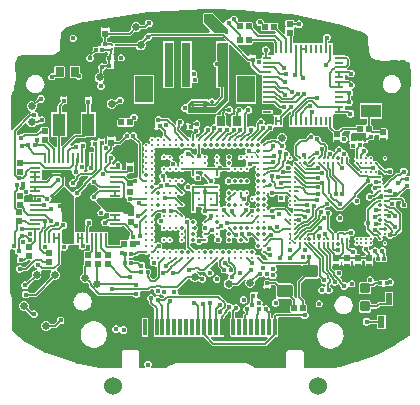
<source format=gbr>
G04*
G04 #@! TF.GenerationSoftware,Altium Limited,Altium Designer,24.6.1 (21)*
G04*
G04 Layer_Physical_Order=1*
G04 Layer_Color=255*
%FSLAX44Y44*%
%MOMM*%
G71*
G04*
G04 #@! TF.SameCoordinates,46D9000B-954F-446C-B998-76B77EA3697B*
G04*
G04*
G04 #@! TF.FilePolarity,Positive*
G04*
G01*
G75*
%ADD11C,0.2000*%
%ADD17C,0.1500*%
%ADD18C,0.1000*%
%ADD21C,0.6350*%
G04:AMPARAMS|DCode=22|XSize=0.3048mm|YSize=0.3048mm|CornerRadius=0.0229mm|HoleSize=0mm|Usage=FLASHONLY|Rotation=180.000|XOffset=0mm|YOffset=0mm|HoleType=Round|Shape=RoundedRectangle|*
%AMROUNDEDRECTD22*
21,1,0.3048,0.2591,0,0,180.0*
21,1,0.2591,0.3048,0,0,180.0*
1,1,0.0457,-0.1295,0.1295*
1,1,0.0457,0.1295,0.1295*
1,1,0.0457,0.1295,-0.1295*
1,1,0.0457,-0.1295,-0.1295*
%
%ADD22ROUNDEDRECTD22*%
G04:AMPARAMS|DCode=23|XSize=0.8382mm|YSize=0.7112mm|CornerRadius=0.0711mm|HoleSize=0mm|Usage=FLASHONLY|Rotation=90.000|XOffset=0mm|YOffset=0mm|HoleType=Round|Shape=RoundedRectangle|*
%AMROUNDEDRECTD23*
21,1,0.8382,0.5690,0,0,90.0*
21,1,0.6960,0.7112,0,0,90.0*
1,1,0.1422,0.2845,0.3480*
1,1,0.1422,0.2845,-0.3480*
1,1,0.1422,-0.2845,-0.3480*
1,1,0.1422,-0.2845,0.3480*
%
%ADD23ROUNDEDRECTD23*%
G04:AMPARAMS|DCode=24|XSize=1.09mm|YSize=1.29mm|CornerRadius=0.1363mm|HoleSize=0mm|Usage=FLASHONLY|Rotation=90.000|XOffset=0mm|YOffset=0mm|HoleType=Round|Shape=RoundedRectangle|*
%AMROUNDEDRECTD24*
21,1,1.0900,1.0175,0,0,90.0*
21,1,0.8175,1.2900,0,0,90.0*
1,1,0.2725,0.5088,0.4088*
1,1,0.2725,0.5088,-0.4088*
1,1,0.2725,-0.5088,-0.4088*
1,1,0.2725,-0.5088,0.4088*
%
%ADD24ROUNDEDRECTD24*%
G04:AMPARAMS|DCode=25|XSize=0.4572mm|YSize=0.508mm|CornerRadius=0.0343mm|HoleSize=0mm|Usage=FLASHONLY|Rotation=180.000|XOffset=0mm|YOffset=0mm|HoleType=Round|Shape=RoundedRectangle|*
%AMROUNDEDRECTD25*
21,1,0.4572,0.4394,0,0,180.0*
21,1,0.3886,0.5080,0,0,180.0*
1,1,0.0686,-0.1943,0.2197*
1,1,0.0686,0.1943,0.2197*
1,1,0.0686,0.1943,-0.2197*
1,1,0.0686,-0.1943,-0.2197*
%
%ADD25ROUNDEDRECTD25*%
G04:AMPARAMS|DCode=26|XSize=0.508mm|YSize=0.4572mm|CornerRadius=0.0343mm|HoleSize=0mm|Usage=FLASHONLY|Rotation=180.000|XOffset=0mm|YOffset=0mm|HoleType=Round|Shape=RoundedRectangle|*
%AMROUNDEDRECTD26*
21,1,0.5080,0.3886,0,0,180.0*
21,1,0.4394,0.4572,0,0,180.0*
1,1,0.0686,-0.2197,0.1943*
1,1,0.0686,0.2197,0.1943*
1,1,0.0686,0.2197,-0.1943*
1,1,0.0686,-0.2197,-0.1943*
%
%ADD26ROUNDEDRECTD26*%
G04:AMPARAMS|DCode=27|XSize=0.3048mm|YSize=0.3048mm|CornerRadius=0.0229mm|HoleSize=0mm|Usage=FLASHONLY|Rotation=270.000|XOffset=0mm|YOffset=0mm|HoleType=Round|Shape=RoundedRectangle|*
%AMROUNDEDRECTD27*
21,1,0.3048,0.2591,0,0,270.0*
21,1,0.2591,0.3048,0,0,270.0*
1,1,0.0457,-0.1295,-0.1295*
1,1,0.0457,-0.1295,0.1295*
1,1,0.0457,0.1295,0.1295*
1,1,0.0457,0.1295,-0.1295*
%
%ADD27ROUNDEDRECTD27*%
%ADD28R,1.1000X1.9000*%
G04:AMPARAMS|DCode=29|XSize=0.4572mm|YSize=0.508mm|CornerRadius=0.0343mm|HoleSize=0mm|Usage=FLASHONLY|Rotation=270.000|XOffset=0mm|YOffset=0mm|HoleType=Round|Shape=RoundedRectangle|*
%AMROUNDEDRECTD29*
21,1,0.4572,0.4394,0,0,270.0*
21,1,0.3886,0.5080,0,0,270.0*
1,1,0.0686,-0.2197,-0.1943*
1,1,0.0686,-0.2197,0.1943*
1,1,0.0686,0.2197,0.1943*
1,1,0.0686,0.2197,-0.1943*
%
%ADD29ROUNDEDRECTD29*%
%ADD30R,0.2000X0.9000*%
%ADD31R,0.9000X0.2000*%
%ADD32C,0.2000*%
G04:AMPARAMS|DCode=33|XSize=0.508mm|YSize=0.4572mm|CornerRadius=0.0343mm|HoleSize=0mm|Usage=FLASHONLY|Rotation=90.000|XOffset=0mm|YOffset=0mm|HoleType=Round|Shape=RoundedRectangle|*
%AMROUNDEDRECTD33*
21,1,0.5080,0.3886,0,0,90.0*
21,1,0.4394,0.4572,0,0,90.0*
1,1,0.0686,0.1943,0.2197*
1,1,0.0686,0.1943,-0.2197*
1,1,0.0686,-0.1943,-0.2197*
1,1,0.0686,-0.1943,0.2197*
%
%ADD33ROUNDEDRECTD33*%
%ADD34R,0.5500X1.0000*%
%ADD35R,0.3000X1.4000*%
%ADD36R,0.7000X3.7000*%
%ADD37R,1.5000X2.3000*%
%ADD38C,0.2900*%
%ADD39R,1.7000X1.1000*%
%ADD40R,0.8000X0.2000*%
%ADD41R,0.2000X0.8000*%
G04:AMPARAMS|DCode=42|XSize=0.7874mm|YSize=0.8382mm|CornerRadius=0.0787mm|HoleSize=0mm|Usage=FLASHONLY|Rotation=0.000|XOffset=0mm|YOffset=0mm|HoleType=Round|Shape=RoundedRectangle|*
%AMROUNDEDRECTD42*
21,1,0.7874,0.6807,0,0,0.0*
21,1,0.6299,0.8382,0,0,0.0*
1,1,0.1575,0.3150,-0.3404*
1,1,0.1575,-0.3150,-0.3404*
1,1,0.1575,-0.3150,0.3404*
1,1,0.1575,0.3150,0.3404*
%
%ADD42ROUNDEDRECTD42*%
%ADD68C,1.5240*%
%ADD69C,0.3500*%
%ADD70C,0.4500*%
%ADD71C,0.4000*%
G36*
X166401Y270186D02*
X197581Y269160D01*
X198812Y268983D01*
X198876Y268957D01*
X200111Y269007D01*
X211446Y268012D01*
X211447Y268012D01*
X211449Y268012D01*
X234281Y266065D01*
X234376Y266049D01*
X235530Y265819D01*
X236776Y265679D01*
X279492Y256383D01*
X279622Y256346D01*
X280805Y255994D01*
D01*
X282025Y255695D01*
X293194Y252050D01*
X293249Y252032D01*
X294335Y251590D01*
X294335Y251590D01*
X294373Y251574D01*
X295546Y251237D01*
X296745Y250800D01*
X298459Y250175D01*
X298475Y250104D01*
Y250104D01*
X298683Y250017D01*
X299466Y249362D01*
X301584Y247250D01*
X301598Y247217D01*
X301875Y241250D01*
X301876Y241210D01*
X301756Y240037D01*
X301905Y239084D01*
X301943Y238804D01*
X301955Y237503D01*
X301982Y234625D01*
X301998Y234548D01*
X301989Y234470D01*
X302090Y234109D01*
X302167Y233741D01*
X302211Y233676D01*
X302232Y233601D01*
X304334Y229452D01*
X304384Y229389D01*
X304410Y229314D01*
X304661Y229036D01*
X304892Y228742D01*
X304961Y228703D01*
X305015Y228643D01*
X305353Y228482D01*
X305679Y228299D01*
X305758Y228289D01*
X305830Y228255D01*
X313071Y226421D01*
X313389Y226404D01*
X313704Y226351D01*
X326263Y226701D01*
X327472Y226566D01*
X328192Y226677D01*
X328696Y226751D01*
X330010Y226768D01*
X332604Y226800D01*
X333014Y226631D01*
X333030Y226637D01*
X333045Y226646D01*
X336648Y224693D01*
X337422Y220320D01*
X337292Y220165D01*
Y220165D01*
X337290Y220163D01*
X337374Y219961D01*
X337463Y218740D01*
X337395Y189733D01*
X337395Y189731D01*
X337395Y189730D01*
X337395Y129113D01*
X336125Y128504D01*
X335559Y128739D01*
X334130D01*
X333904Y129177D01*
X333741Y130009D01*
X334479Y130747D01*
X334974Y131941D01*
Y133235D01*
X334479Y134429D01*
X333565Y135343D01*
X332370Y135838D01*
X331077D01*
X329883Y135343D01*
X328969Y134429D01*
X328474Y133235D01*
Y132673D01*
X327467Y131667D01*
X326318D01*
X325635Y131531D01*
X325056Y131144D01*
X321703Y127791D01*
X321267Y127704D01*
X320688Y127318D01*
X315232Y121861D01*
X314711Y121645D01*
X314674Y121608D01*
X314273Y121423D01*
X313986Y121710D01*
X313540Y122817D01*
X313844Y123552D01*
Y124348D01*
X313540Y125083D01*
X313502Y125120D01*
X313118Y125950D01*
X313502Y126780D01*
X313540Y126817D01*
X313844Y127552D01*
Y128348D01*
X313540Y129083D01*
X312977Y129646D01*
X312242Y129950D01*
X311446D01*
X311079Y129798D01*
X309876Y130344D01*
X309617Y131004D01*
X309844Y131552D01*
Y132348D01*
X309540Y133083D01*
X309379Y133243D01*
X309379Y133245D01*
X309533Y133637D01*
X309855Y133806D01*
X311066Y134107D01*
X311232Y134039D01*
X313933Y131338D01*
X314148Y130817D01*
X314711Y130254D01*
X315446Y129950D01*
X316242D01*
X316763Y130166D01*
X317612D01*
X317945Y129833D01*
X319139Y129338D01*
X320433D01*
X321627Y129833D01*
X322541Y130747D01*
X323036Y131941D01*
Y133235D01*
X322541Y134429D01*
X321627Y135343D01*
X320433Y135838D01*
X319139D01*
X317945Y135343D01*
X317031Y134429D01*
X315724Y134593D01*
X313755Y136562D01*
X313540Y137083D01*
X312977Y137646D01*
X312456Y137861D01*
X309755Y140562D01*
X309540Y141083D01*
X308977Y141645D01*
X308242Y141950D01*
X307446D01*
X306711Y141645D01*
X306674Y141608D01*
X305809Y142150D01*
X305539Y142817D01*
X305844Y143552D01*
Y144348D01*
X305539Y145083D01*
X304977Y145646D01*
X304242Y145950D01*
X303446D01*
X302711Y145646D01*
X302674Y145608D01*
X301844Y145224D01*
X301014Y145608D01*
X300977Y145646D01*
X300242Y145950D01*
X299954D01*
X299702Y147220D01*
X300037Y147359D01*
X300951Y148273D01*
X301446Y149467D01*
Y150760D01*
X300951Y151955D01*
X300037Y152869D01*
X298843Y153364D01*
X298693D01*
X297539Y153762D01*
X297519Y154537D01*
Y155732D01*
X297975Y156906D01*
X299974D01*
X300739Y157223D01*
X301056Y157988D01*
Y158619D01*
X301459D01*
X302142Y158755D01*
X302721Y159142D01*
X302921Y159342D01*
X303314Y159179D01*
X304508D01*
X305611Y159636D01*
X306455Y160480D01*
X306911Y161583D01*
Y162776D01*
X307772Y164017D01*
X309664D01*
X310830Y163512D01*
Y160592D01*
X311147Y159826D01*
X311912Y159509D01*
X316992D01*
X317757Y159826D01*
X318074Y160592D01*
Y163512D01*
X318017Y163651D01*
X318103Y163858D01*
Y167744D01*
X317677Y168772D01*
X316649Y169198D01*
X312255D01*
X311227Y168772D01*
X310801Y167744D01*
Y167585D01*
X305793D01*
X305596Y167783D01*
Y170853D01*
X305170Y171881D01*
X304142Y172307D01*
X303983D01*
Y177564D01*
X313284D01*
Y190564D01*
X294284D01*
Y177564D01*
X300415D01*
Y173444D01*
X299911Y172278D01*
X296989D01*
X296851Y172221D01*
X296644Y172307D01*
X292758D01*
X291730Y171881D01*
X291304Y170853D01*
Y170440D01*
X280223D01*
X279540Y170305D01*
X278961Y169918D01*
X276463Y167420D01*
X274463D01*
X272178Y169705D01*
X271679Y170768D01*
Y179910D01*
X271760Y180795D01*
X272797Y181134D01*
X281791D01*
Y181350D01*
X283262D01*
Y180963D01*
X283757Y179769D01*
X284671Y178855D01*
X285865Y178360D01*
X287159D01*
X288353Y178855D01*
X289267Y179769D01*
X289762Y180963D01*
Y182257D01*
X289267Y183451D01*
X288353Y184365D01*
X287159Y184860D01*
X285865D01*
X285674Y184781D01*
X285671Y184783D01*
X284988Y184918D01*
X282897D01*
X281791Y185314D01*
Y188321D01*
X283061Y188847D01*
X283401Y188507D01*
X284596Y188012D01*
X285889D01*
X287083Y188507D01*
X287997Y189421D01*
X288492Y190616D01*
Y191908D01*
X287997Y193103D01*
X287280Y193820D01*
Y196506D01*
X287591Y196635D01*
X288505Y197549D01*
X289000Y198743D01*
Y200037D01*
X288505Y201231D01*
X288165Y201571D01*
X288534Y202998D01*
X289115Y203239D01*
X290029Y204153D01*
X290524Y205347D01*
Y206640D01*
X290029Y207835D01*
X289115Y208749D01*
X287920Y209244D01*
X286628D01*
X286571Y209221D01*
X286319Y209473D01*
X285740Y209859D01*
X285057Y209995D01*
X282897D01*
X281791Y210390D01*
Y214390D01*
X282897Y214785D01*
X283859D01*
X284265Y213805D01*
X285179Y212891D01*
X286374Y212396D01*
X287666D01*
X288861Y212891D01*
X289775Y213805D01*
X290270Y215000D01*
Y216292D01*
X289775Y217487D01*
X288861Y218401D01*
X287666Y218896D01*
X286374D01*
X285212Y218415D01*
X285082Y218416D01*
X284226Y218544D01*
X283876Y219551D01*
X283838Y219763D01*
X285725Y221651D01*
X286112Y222230D01*
X286248Y222912D01*
Y227601D01*
X286112Y228284D01*
X285725Y228862D01*
X284218Y230370D01*
X283639Y230756D01*
X282956Y230892D01*
X281791D01*
Y231108D01*
X272797D01*
X271760Y231448D01*
X271679Y232332D01*
Y241474D01*
X267679Y241474D01*
X267628Y241617D01*
X267600Y242876D01*
X268795Y243371D01*
X269709Y244285D01*
X270204Y245480D01*
Y246772D01*
X269709Y247967D01*
X268795Y248881D01*
X267600Y249376D01*
X266308D01*
X265113Y248881D01*
X264199Y247967D01*
X263704Y246772D01*
Y245480D01*
X263820Y245200D01*
X263715Y244671D01*
Y242580D01*
X263320Y241474D01*
X262229Y241474D01*
X259320Y241474D01*
X258050Y241474D01*
X255140Y241474D01*
X253870Y241474D01*
X250961Y241474D01*
X249691Y241474D01*
X246781D01*
Y241474D01*
X246602D01*
Y241474D01*
X242602D01*
Y241474D01*
X242423D01*
X242423Y241474D01*
X238423Y241474D01*
X237777Y242477D01*
Y247010D01*
X238429Y247280D01*
X238855Y248308D01*
Y252194D01*
X238769Y252401D01*
X238826Y252540D01*
Y254272D01*
X240093Y255469D01*
X240323Y255461D01*
X241237Y254547D01*
X242432Y254052D01*
X243724D01*
X244919Y254547D01*
X245833Y255461D01*
X246328Y256656D01*
Y257948D01*
X245833Y259143D01*
X244919Y260057D01*
X243724Y260552D01*
X242432D01*
X241237Y260057D01*
X240713Y259533D01*
X238855D01*
Y259692D01*
X238429Y260720D01*
X237401Y261146D01*
X233007D01*
X231979Y260720D01*
X231553Y259692D01*
Y255806D01*
X231639Y255599D01*
X231582Y255460D01*
Y252540D01*
X231639Y252401D01*
X231553Y252194D01*
Y249463D01*
X230283Y248937D01*
X225332Y253889D01*
Y257213D01*
X224906Y258241D01*
X223878Y258667D01*
X219992D01*
X219785Y258581D01*
X219646Y258638D01*
X216726D01*
X216587Y258581D01*
X216380Y258667D01*
X213564D01*
X213493Y258737D01*
Y259512D01*
X212998Y260707D01*
X212084Y261621D01*
X210889Y262116D01*
X209597D01*
X208402Y261621D01*
X207488Y260707D01*
X206993Y259512D01*
Y258220D01*
X207488Y257025D01*
X208402Y256111D01*
X209597Y255616D01*
X210889D01*
X211040Y255515D01*
Y252819D01*
X211466Y251791D01*
X212494Y251365D01*
X216380D01*
X216587Y251451D01*
X216726Y251394D01*
X219646D01*
X219785Y251451D01*
X219992Y251365D01*
X222767D01*
X223534Y250421D01*
X222995Y249368D01*
X209279D01*
X203996Y254651D01*
Y257975D01*
X203570Y259003D01*
X202542Y259429D01*
X198656D01*
X198449Y259343D01*
X198311Y259400D01*
X195389D01*
X195251Y259343D01*
X195044Y259429D01*
X192228D01*
X191296Y260361D01*
X191464Y260768D01*
Y262061D01*
X190969Y263255D01*
X190055Y264169D01*
X188860Y264664D01*
X187568D01*
X186373Y264169D01*
X185459Y263255D01*
X185102Y262393D01*
X184174Y261616D01*
X182881D01*
X181686Y261121D01*
X180772Y260207D01*
X180323Y259122D01*
X179793Y258871D01*
X179007Y258641D01*
X171199Y266449D01*
X170434Y266766D01*
X162560D01*
X161795Y266449D01*
X161478Y265684D01*
Y259080D01*
X161795Y258315D01*
X161795Y258315D01*
X166570Y253539D01*
Y253220D01*
X167065Y252025D01*
X167487Y251602D01*
X166961Y250332D01*
X117788D01*
X117105Y250196D01*
X116526Y249810D01*
X116339Y249623D01*
X115709Y249884D01*
X114416D01*
X113221Y249389D01*
X112307Y248475D01*
X111812Y247281D01*
Y245987D01*
X111835Y245931D01*
X109602Y243697D01*
X108135D01*
X106601Y243061D01*
X105448Y241909D01*
X89532D01*
X89525Y241915D01*
X88790Y242220D01*
X87994D01*
X87259Y241915D01*
X87222Y241878D01*
X86392Y241494D01*
X85562Y241878D01*
X85525Y241915D01*
X84790Y242220D01*
X83994D01*
X83704Y242100D01*
X81716D01*
X81495Y242633D01*
X80667Y243461D01*
Y245806D01*
X81223D01*
X82251Y246232D01*
X82677Y247260D01*
Y247419D01*
X99597D01*
X100280Y247554D01*
X100859Y247941D01*
X103745Y250828D01*
X104326Y250587D01*
X105986D01*
X107521Y251223D01*
X108695Y252397D01*
X108936Y252978D01*
X112522D01*
X113205Y253113D01*
X113784Y253500D01*
X115121Y254837D01*
X115177Y254814D01*
X116470D01*
X117665Y255309D01*
X118579Y256223D01*
X119074Y257418D01*
Y258710D01*
X118579Y259905D01*
X117665Y260819D01*
X116470Y261314D01*
X115177D01*
X113983Y260819D01*
X113069Y259905D01*
X112574Y258710D01*
Y257418D01*
X111753Y256546D01*
X108936D01*
X108695Y257127D01*
X107521Y258301D01*
X105986Y258937D01*
X104326D01*
X102791Y258301D01*
X101617Y257127D01*
X100981Y255592D01*
Y253932D01*
X101222Y253351D01*
X98858Y250987D01*
X83814D01*
X82648Y251492D01*
Y254412D01*
X82331Y255178D01*
X81566Y255495D01*
X76486D01*
X75721Y255178D01*
X75404Y254412D01*
Y251492D01*
X75461Y251353D01*
X75375Y251146D01*
Y247260D01*
X75801Y246232D01*
X76829Y245806D01*
X77099D01*
Y243630D01*
X76899Y243547D01*
X75985Y242633D01*
X75490Y241439D01*
Y240145D01*
X75713Y239607D01*
X75574Y239293D01*
X74747Y238621D01*
X74331Y238793D01*
X72989D01*
X72224Y238476D01*
X72166Y238337D01*
X69695D01*
X68755Y237948D01*
X68365Y237007D01*
Y235610D01*
X65032Y232277D01*
X64646Y231698D01*
X64644Y231688D01*
X64453Y231609D01*
X63539Y230695D01*
X63044Y229501D01*
Y228207D01*
X63539Y227013D01*
X64453Y226099D01*
X65648Y225604D01*
X66940D01*
X68135Y226099D01*
X69049Y227013D01*
X69544Y228207D01*
Y229501D01*
X69049Y230695D01*
X68773Y230971D01*
X70889Y233087D01*
X72166D01*
X72224Y232948D01*
X72989Y232631D01*
X74331D01*
X75096Y232948D01*
X75154Y233087D01*
X77625D01*
X78565Y233476D01*
X78752Y233928D01*
X80916D01*
X81442Y232658D01*
X81424Y232640D01*
X81037Y232061D01*
X80901Y231378D01*
Y231087D01*
X80217Y230804D01*
X79827Y229863D01*
Y227273D01*
X80217Y226332D01*
X80652Y226152D01*
Y224680D01*
X80185Y224486D01*
X79998Y224034D01*
X77781D01*
X76802Y224440D01*
X75509D01*
X74315Y223945D01*
X73401Y223031D01*
X72906Y221836D01*
Y220543D01*
X73312Y219563D01*
Y216508D01*
X71803Y215883D01*
X70629Y214709D01*
X69993Y213174D01*
Y211514D01*
X70629Y209979D01*
X71803Y208805D01*
X72809Y208388D01*
X73194Y207062D01*
X73181Y206964D01*
X72895Y206677D01*
X72438Y205575D01*
Y204381D01*
X72895Y203279D01*
X73739Y202435D01*
X74841Y201978D01*
X76035D01*
X77137Y202435D01*
X77981Y203279D01*
X78438Y204381D01*
Y205575D01*
X77981Y206677D01*
X77137Y207521D01*
X76945Y207601D01*
X76808Y208002D01*
X76775Y209046D01*
X77707Y209979D01*
X78343Y211514D01*
Y213174D01*
X77707Y214709D01*
X76880Y215536D01*
Y217972D01*
X77997Y218435D01*
X78911Y219349D01*
X78998Y219560D01*
X80185Y220014D01*
X81125Y219625D01*
X83596D01*
X83654Y219486D01*
X84419Y219169D01*
X85761D01*
X86526Y219486D01*
X86843Y220251D01*
Y224249D01*
X86526Y225014D01*
X86558Y225804D01*
X86696Y226138D01*
X86875Y226569D01*
Y230567D01*
X86558Y231332D01*
X85945Y232306D01*
X86081Y232989D01*
Y235080D01*
X86088Y235087D01*
X86392Y235822D01*
Y236618D01*
X86088Y237353D01*
X86050Y237390D01*
X86592Y238255D01*
X87259Y238524D01*
X87994Y238220D01*
X88790D01*
X89080Y238340D01*
X104937D01*
X105427Y237157D01*
X106601Y235983D01*
X108135Y235347D01*
X109796D01*
X111331Y235983D01*
X112505Y237157D01*
X113141Y238692D01*
Y240352D01*
X112603Y241652D01*
X114359Y243407D01*
X114416Y243384D01*
X115709D01*
X116903Y243879D01*
X117817Y244793D01*
X118312Y245987D01*
Y246549D01*
X118527Y246764D01*
X178367D01*
X181067Y244064D01*
X180581Y242890D01*
X178206D01*
X178143Y242864D01*
X176949D01*
X176887Y242890D01*
X174636D01*
X174635Y242890D01*
X174634Y242890D01*
X174335Y242766D01*
X173074D01*
Y241772D01*
X172973Y241671D01*
X172973Y241670D01*
X172971Y241669D01*
X172816Y241289D01*
X172658Y240905D01*
X172659Y240903D01*
X172658Y240902D01*
X172730Y227104D01*
X171661Y226661D01*
X170817Y225818D01*
X170360Y224715D01*
Y223521D01*
X170817Y222419D01*
X171661Y221575D01*
X172763Y221118D01*
X173074D01*
Y203766D01*
X175790D01*
Y196093D01*
X172957Y193260D01*
X171519Y193411D01*
X170746Y194184D01*
X169735Y194603D01*
X168641D01*
X167630Y194184D01*
X167313Y193868D01*
X166861Y193689D01*
X166014Y193558D01*
X165609Y193718D01*
X165412Y193848D01*
X165306Y193827D01*
X165205Y193868D01*
X151892D01*
X151127Y193551D01*
X151127Y193551D01*
X148333Y190757D01*
X148142Y190297D01*
X147005Y189488D01*
X146901Y189436D01*
X145707D01*
X144605Y188979D01*
X143761Y188135D01*
X143304Y187033D01*
Y185839D01*
X143761Y184737D01*
X144605Y183893D01*
X145707Y183436D01*
X146901D01*
X148016Y182523D01*
Y182372D01*
X148333Y181607D01*
X149098Y181290D01*
X171704D01*
X171704Y181290D01*
X172469Y181607D01*
X183645Y192783D01*
X183962Y193548D01*
Y239509D01*
X185136Y239995D01*
X187853Y237277D01*
X187871Y237186D01*
X188258Y236607D01*
X198672Y226193D01*
X199251Y225806D01*
X199934Y225670D01*
X201285D01*
X201472Y225219D01*
X201924Y225032D01*
Y222504D01*
X202059Y221821D01*
X202446Y221242D01*
X208381Y215308D01*
X208960Y214921D01*
X209643Y214785D01*
X210233D01*
X211339Y214390D01*
X211339Y213300D01*
Y210390D01*
X211339D01*
Y210211D01*
X211339D01*
Y206211D01*
X211339D01*
Y206031D01*
X211339D01*
Y202032D01*
X211339D01*
Y201852D01*
X211339D01*
Y197852D01*
X211339D01*
Y197672D01*
X211339D01*
Y193673D01*
X211339D01*
Y193493D01*
X211339D01*
Y189493D01*
X221339D01*
X221339Y189493D01*
Y189493D01*
X221339Y189493D01*
X222506Y189245D01*
X225302Y186448D01*
X225881Y186062D01*
X226564Y185926D01*
X227362D01*
X227623Y185295D01*
X228537Y184381D01*
X228765Y184286D01*
X229063Y182788D01*
X228036Y181761D01*
X227649Y181182D01*
X227618Y181025D01*
X227361Y180768D01*
X225884D01*
Y180768D01*
X225705D01*
Y180768D01*
X223628D01*
X223455Y180802D01*
X223282Y180768D01*
X222613Y180768D01*
X222403Y180786D01*
X221615Y181044D01*
X221357Y181832D01*
X221339Y182042D01*
X221339Y182224D01*
Y185134D01*
X211339D01*
Y181134D01*
X220249Y181134D01*
X220431Y181134D01*
X220641Y181116D01*
X221429Y180858D01*
X221687Y180070D01*
X221705Y179860D01*
X221705Y179678D01*
Y179190D01*
X221671Y179018D01*
X221705Y178846D01*
Y172802D01*
X220435Y172276D01*
X220027Y172684D01*
X218832Y173179D01*
X217540D01*
X216345Y172684D01*
X215832Y172171D01*
X214524Y171924D01*
X214213Y172208D01*
X213817Y173396D01*
X213944Y173703D01*
Y174996D01*
X213450Y176191D01*
X212535Y177105D01*
X211341Y177600D01*
X210048D01*
X208854Y177105D01*
X207939Y176191D01*
X207444Y174996D01*
Y173975D01*
X207410Y173941D01*
X207023Y173362D01*
X206887Y172679D01*
Y171661D01*
X206815Y171553D01*
X206680Y170870D01*
Y170375D01*
X205842Y170036D01*
X205410Y169991D01*
X204588Y170812D01*
X203394Y171307D01*
X202101D01*
X200906Y170812D01*
X200238Y170144D01*
X199088Y170459D01*
X198968Y170533D01*
Y181031D01*
X199622Y181686D01*
X200798D01*
X201993Y182181D01*
X202907Y183095D01*
X203402Y184289D01*
Y185582D01*
X202907Y186777D01*
X201993Y187691D01*
X200798Y188186D01*
X199506D01*
X198311Y187691D01*
X197397Y186777D01*
X196902Y185582D01*
Y184746D01*
X196548Y184442D01*
X195293Y185018D01*
X195278Y185040D01*
Y185244D01*
X194821Y186347D01*
X193977Y187191D01*
X192875Y187648D01*
X191681D01*
X190579Y187191D01*
X189735Y186347D01*
X189278Y185244D01*
Y184051D01*
X189441Y183657D01*
X189088Y183305D01*
X188702Y182726D01*
X188566Y182043D01*
Y180739D01*
X187505D01*
X186838Y180606D01*
X186272Y180228D01*
X185893Y179662D01*
X185761Y178994D01*
Y172034D01*
X185844Y171618D01*
X185542Y171142D01*
X184570Y170520D01*
X184264Y170565D01*
X184017Y170812D01*
X182823Y171307D01*
X182674D01*
X181526Y172033D01*
X181523Y172480D01*
Y178994D01*
X181391Y179662D01*
X181012Y180228D01*
X180813Y180361D01*
Y181846D01*
X181545Y182578D01*
X181887D01*
X182284Y182181D01*
X183478Y181686D01*
X184771D01*
X185966Y182181D01*
X186880Y183095D01*
X187375Y184289D01*
Y185582D01*
X186880Y186777D01*
X185966Y187691D01*
X184771Y188186D01*
X183478D01*
X182284Y187691D01*
X181369Y186777D01*
X181108Y186146D01*
X180806D01*
X180123Y186010D01*
X179544Y185623D01*
X177767Y183846D01*
X177380Y183268D01*
X177245Y182585D01*
Y180739D01*
X174089D01*
X173421Y180606D01*
X172855Y180228D01*
X172477Y179662D01*
X172344Y178994D01*
Y173173D01*
X171588Y172668D01*
X170296D01*
X169101Y172173D01*
X168406Y171478D01*
X167500Y170588D01*
X166305Y171083D01*
X165012D01*
X163818Y170588D01*
X162904Y169674D01*
X162409Y168479D01*
Y167187D01*
X162644Y166618D01*
X158218Y162192D01*
X158183D01*
X157282Y161819D01*
X156967Y161504D01*
X156619Y161397D01*
X155454Y162147D01*
Y163373D01*
X156156Y164074D01*
X156553D01*
X157655Y164531D01*
X158499Y165375D01*
X158956Y166477D01*
Y167671D01*
X158499Y168773D01*
X158002Y169271D01*
X158088Y170576D01*
X158171Y170761D01*
X158939Y171529D01*
X159396Y172631D01*
Y173825D01*
X158939Y174927D01*
X158095Y175771D01*
X156993Y176228D01*
X155799D01*
X154697Y175771D01*
X153853Y174927D01*
X153690Y174534D01*
X153575D01*
X152892Y174398D01*
X152313Y174011D01*
X151615Y173313D01*
X150338D01*
X150280Y173452D01*
X149515Y173769D01*
X148173D01*
X147408Y173452D01*
X147091Y172687D01*
Y168689D01*
X147408Y167924D01*
X148173Y167607D01*
X149515D01*
X150280Y167924D01*
X150338Y168063D01*
X151783D01*
X152854Y167705D01*
X152956Y166889D01*
Y166477D01*
X153119Y166084D01*
X152408Y165373D01*
X152022Y164795D01*
X151886Y164112D01*
Y162147D01*
X150721Y161397D01*
X150373Y161504D01*
X150058Y161819D01*
X149158Y162192D01*
X148744D01*
X142026Y168909D01*
Y168947D01*
X142406Y169327D01*
X142793Y169906D01*
X142929Y170589D01*
Y171063D01*
X144110Y171551D01*
X145024Y172466D01*
X145519Y173660D01*
Y174953D01*
X145024Y176148D01*
X144110Y177062D01*
X142915Y177557D01*
X141622D01*
X140428Y177062D01*
X139513Y176148D01*
X139019Y174953D01*
Y173660D01*
X139360Y172835D01*
Y172653D01*
X138090Y172127D01*
X132625Y177593D01*
X132046Y177980D01*
X131363Y178116D01*
X126788D01*
X126765Y178172D01*
X125850Y179087D01*
X124656Y179581D01*
X123363D01*
X122168Y179087D01*
X121254Y178172D01*
X120759Y176978D01*
Y175685D01*
X120917Y175304D01*
X120992Y173960D01*
X120675Y173195D01*
Y169197D01*
X120992Y168432D01*
X121757Y168115D01*
X123099D01*
X123864Y168432D01*
X123922Y168571D01*
X125199D01*
X127726Y166044D01*
Y163902D01*
X127862Y163219D01*
X127339Y161854D01*
X127313Y161832D01*
X127282Y161819D01*
X126967Y161504D01*
X126170Y161260D01*
X125373Y161504D01*
X125058Y161819D01*
X124157Y162192D01*
X123183D01*
X122282Y161819D01*
X121967Y161504D01*
X121170Y161259D01*
X120373Y161504D01*
X120058Y161819D01*
X119157Y162192D01*
X118182D01*
X117282Y161819D01*
X116593Y161130D01*
X116220Y160229D01*
Y159255D01*
X116593Y158354D01*
X116765Y158182D01*
X116717Y156848D01*
X115753Y156387D01*
X115373Y156504D01*
X115058Y156819D01*
X114157Y157192D01*
X113183D01*
X112282Y156819D01*
X111593Y156130D01*
X111220Y155229D01*
Y154255D01*
X111593Y153354D01*
X111908Y153039D01*
X112153Y152242D01*
X111908Y151445D01*
X111593Y151130D01*
X111220Y150230D01*
Y149255D01*
X111593Y148354D01*
X111909Y148039D01*
X112153Y147242D01*
X111909Y146445D01*
X111593Y146130D01*
X111220Y145229D01*
Y144255D01*
X111593Y143354D01*
X111908Y143039D01*
X112153Y142242D01*
X111908Y141445D01*
X111593Y141130D01*
X111220Y140230D01*
Y139255D01*
X111593Y138354D01*
X111909Y138039D01*
X112153Y137242D01*
X111909Y136445D01*
X111593Y136130D01*
X111220Y135229D01*
Y134255D01*
X111593Y133354D01*
X111679Y133268D01*
X112043Y132263D01*
X111663Y131624D01*
X111339Y131300D01*
X111190Y130941D01*
X109920Y131194D01*
Y157040D01*
X109784Y157723D01*
X109398Y158302D01*
X105928Y161771D01*
X106120Y162235D01*
Y163528D01*
X105625Y164722D01*
X104711Y165636D01*
X103517Y166131D01*
X102224D01*
X101029Y165636D01*
X100906Y165513D01*
X100076Y164757D01*
X99246Y165513D01*
X99123Y165636D01*
X97928Y166131D01*
X96636D01*
X95441Y165636D01*
X94527Y164722D01*
X94032Y163528D01*
Y162235D01*
X94056Y162178D01*
X90695Y158817D01*
X88862D01*
X87696Y159321D01*
Y162243D01*
X87379Y163008D01*
X86614Y163325D01*
X81534D01*
X80769Y163008D01*
X80452Y162243D01*
Y159321D01*
X80509Y159183D01*
X80423Y158976D01*
Y156177D01*
X79957Y155866D01*
X78763D01*
X78571Y155994D01*
Y158018D01*
X78710Y158076D01*
X79027Y158841D01*
Y160183D01*
X78710Y160948D01*
X77945Y161265D01*
X73947D01*
X73182Y160948D01*
X72865Y160183D01*
Y159867D01*
X72038Y158837D01*
X71691Y158835D01*
X69566D01*
X69508Y158974D01*
X68743Y159291D01*
X67401D01*
X66636Y158974D01*
X66319Y158209D01*
Y154211D01*
X66636Y153446D01*
X67401Y153129D01*
X68742D01*
X69810Y152196D01*
Y149482D01*
X65594D01*
Y138482D01*
X65141Y138118D01*
X64227Y137204D01*
X63732Y136010D01*
Y134717D01*
X64160Y133682D01*
X63897Y132988D01*
X63541Y132412D01*
X61401D01*
X61269Y132640D01*
X61012Y133682D01*
X61705Y134375D01*
X62200Y135569D01*
Y136862D01*
X62007Y137328D01*
X61594Y138482D01*
X61594Y138482D01*
X61594Y138482D01*
Y149482D01*
X61494D01*
Y151816D01*
X61666Y151888D01*
X62580Y152802D01*
X63075Y153996D01*
Y155289D01*
X62580Y156484D01*
X61666Y157398D01*
X60472Y157893D01*
X59179D01*
X57984Y157398D01*
X57070Y156484D01*
X55672Y156426D01*
X55093Y156666D01*
X53801D01*
X52606Y156171D01*
X51692Y155257D01*
X51431Y154626D01*
X49972D01*
X49665Y154565D01*
X49035Y155732D01*
X54079Y160776D01*
X60696D01*
X61379Y160912D01*
X61958Y161298D01*
X62625Y161966D01*
X71324D01*
Y182966D01*
X66554D01*
Y189472D01*
X67006Y189659D01*
X67395Y190599D01*
Y193070D01*
X67534Y193128D01*
X67851Y193893D01*
Y195235D01*
X67534Y196000D01*
X66769Y196317D01*
X62771D01*
X62006Y196000D01*
X61689Y195235D01*
Y193893D01*
X62006Y193128D01*
X62145Y193070D01*
Y190599D01*
X62534Y189659D01*
X62986Y189472D01*
Y182966D01*
X58324D01*
Y164344D01*
X53340D01*
X52657Y164209D01*
X52078Y163822D01*
X42648Y154392D01*
X41402Y154830D01*
X41378Y154849D01*
Y161966D01*
X46324D01*
Y182966D01*
X42116D01*
Y187799D01*
X43840Y189523D01*
X45237D01*
X46178Y189913D01*
X46567Y190853D01*
Y193324D01*
X46706Y193382D01*
X47023Y194147D01*
Y195489D01*
X46706Y196254D01*
X45941Y196571D01*
X41943D01*
X41178Y196254D01*
X40861Y195489D01*
Y194147D01*
X41178Y193382D01*
X41317Y193324D01*
Y192047D01*
X39070Y189800D01*
X38684Y189221D01*
X38548Y188539D01*
Y182966D01*
X33324D01*
Y161966D01*
X37810D01*
Y153700D01*
X37786Y153681D01*
X36540Y153243D01*
X31337Y158446D01*
Y161516D01*
X31251Y161723D01*
X31308Y161861D01*
Y164783D01*
X31251Y164921D01*
X31337Y165128D01*
Y169014D01*
X30911Y170042D01*
X29883Y170468D01*
X25489D01*
X24461Y170042D01*
X24035Y169014D01*
Y168257D01*
X23732Y168197D01*
X23153Y167810D01*
X20874Y165531D01*
X11019D01*
X10337Y165395D01*
X9758Y165008D01*
X8631Y163881D01*
X8267Y164032D01*
X6974D01*
X5779Y163537D01*
X5606Y163364D01*
X4336Y163890D01*
Y166281D01*
X11416Y173360D01*
X12787Y172935D01*
X13225Y171879D01*
X14399Y170705D01*
X15934Y170069D01*
X17594D01*
X19129Y170705D01*
X20303Y171879D01*
X20544Y172460D01*
X22301D01*
X22983Y172596D01*
X23562Y172982D01*
X23869Y173289D01*
X24499Y173028D01*
X25793D01*
X26987Y173522D01*
X27901Y174437D01*
X28396Y175631D01*
Y176924D01*
X27901Y178119D01*
X26987Y179033D01*
X25793Y179528D01*
X24499D01*
X23353Y179053D01*
X22905Y179261D01*
X22583Y179444D01*
X22225Y179749D01*
Y180940D01*
X21730Y182135D01*
X20816Y183049D01*
X19850Y183449D01*
X19561Y184311D01*
X19522Y184814D01*
X20303Y185595D01*
X20939Y187129D01*
Y188790D01*
X20884Y188922D01*
X23270Y191307D01*
X23776Y191098D01*
X25069D01*
X26263Y191593D01*
X27177Y192507D01*
X27672Y193701D01*
Y194994D01*
X27177Y196189D01*
X26263Y197103D01*
X25069Y197598D01*
X23776D01*
X22581Y197103D01*
X21667Y196189D01*
X21172Y194994D01*
Y194256D01*
X18624Y191709D01*
X17594Y192135D01*
X15934D01*
X14399Y191499D01*
X13225Y190325D01*
X12589Y188790D01*
Y187129D01*
X13225Y185595D01*
X14399Y184421D01*
X15472Y183976D01*
X15969Y182795D01*
X15979Y182515D01*
X15524Y181932D01*
X15036Y181835D01*
X14457Y181448D01*
X1290Y168281D01*
X904Y167703D01*
X897Y167668D01*
X-373Y167793D01*
Y197482D01*
X-240Y198697D01*
X-198Y198799D01*
X-42Y199560D01*
X174Y200002D01*
X176Y200005D01*
X213Y200094D01*
X796Y201122D01*
X1441Y202090D01*
X1608Y202496D01*
X1780Y202900D01*
X3013Y208797D01*
X3015Y209045D01*
X3062Y209290D01*
X2932Y224332D01*
X3007Y225330D01*
X3097Y225547D01*
X3092Y225558D01*
X3507Y226656D01*
X5126Y230327D01*
X9300Y231115D01*
X9444Y230994D01*
X9459Y230988D01*
X9672Y231077D01*
X10885Y231147D01*
X27432Y230951D01*
X27439Y230952D01*
X27447Y230951D01*
X27471D01*
X27473Y230951D01*
X27475Y230951D01*
X33736Y230993D01*
X33933Y231033D01*
X34135Y231030D01*
X34371Y231124D01*
X34620Y231175D01*
X34787Y231288D01*
X34975Y231362D01*
X39424Y234231D01*
X39502Y234306D01*
X39597Y234354D01*
X39824Y234618D01*
X40073Y234859D01*
X40116Y234958D01*
X40186Y235039D01*
X40294Y235369D01*
X40432Y235688D01*
X40434Y235795D01*
X40468Y235897D01*
X40989Y240189D01*
X40978Y240330D01*
X41006Y240468D01*
Y244620D01*
X41020Y244750D01*
X41181Y245954D01*
X41181D01*
X41129Y246930D01*
X41287Y247745D01*
X41287Y247745D01*
X41506Y248948D01*
X42288Y251706D01*
X42312Y251716D01*
X42440Y252025D01*
X44914Y253939D01*
X45164Y254122D01*
X46201Y254778D01*
X47281Y255275D01*
X49535Y256144D01*
X49623Y256177D01*
X50665Y256497D01*
X50675Y256492D01*
X50675Y256492D01*
X50748Y256522D01*
X51843Y256943D01*
X51862Y256949D01*
X57951Y258820D01*
X59158Y259083D01*
X59159Y259083D01*
X60102Y259319D01*
X60522Y259411D01*
X61645Y259583D01*
X115256Y267825D01*
X116520Y267870D01*
D01*
X117725Y268064D01*
X117891Y268086D01*
X163947Y270170D01*
X163954Y270171D01*
X164333Y270138D01*
X165167Y270052D01*
X166003Y270149D01*
X166395Y270186D01*
X166401Y270186D01*
D02*
G37*
G36*
X182626Y253492D02*
Y249211D01*
X181453Y248725D01*
X180368Y249810D01*
X179789Y250196D01*
X179106Y250332D01*
X171308D01*
X162560Y259080D01*
Y265684D01*
X170434D01*
X182626Y253492D01*
D02*
G37*
G36*
X182880Y193548D02*
X171704Y182372D01*
X149098D01*
Y185342D01*
X149304Y185839D01*
Y187033D01*
X149098Y187530D01*
Y189992D01*
X151892Y192786D01*
X165205D01*
X165880Y191786D01*
X165740Y191334D01*
X165413Y191115D01*
X163678D01*
X162995Y190979D01*
X162668Y190760D01*
X153630D01*
X152947Y190625D01*
X152368Y190238D01*
X151981Y189659D01*
X151846Y188976D01*
X151981Y188293D01*
X152368Y187714D01*
X152947Y187327D01*
X153630Y187192D01*
X163678D01*
X164361Y187327D01*
X164688Y187546D01*
X166068D01*
X166603Y187653D01*
X167005Y187573D01*
X171577D01*
X172260Y187708D01*
X172839Y188095D01*
X178836Y194092D01*
X179222Y194671D01*
X179358Y195354D01*
Y223266D01*
X179222Y223949D01*
X178836Y224528D01*
X178257Y224914D01*
X177574Y225050D01*
X176919Y224920D01*
X176460Y225380D01*
X175881Y225767D01*
X175198Y225902D01*
X173818D01*
X173741Y240908D01*
X174636Y241808D01*
X176887D01*
X176949Y241782D01*
X178143D01*
X178206Y241808D01*
X182880D01*
Y193548D01*
D02*
G37*
G36*
X221705Y241100D02*
Y232226D01*
X221429Y231384D01*
X220586Y231108D01*
X216668D01*
Y232933D01*
X216725Y232957D01*
X217639Y233871D01*
X218134Y235065D01*
Y236359D01*
X217639Y237553D01*
X216725Y238467D01*
X215530Y238962D01*
X214237D01*
X213043Y238467D01*
X212129Y237553D01*
X211634Y236359D01*
Y235065D01*
X212129Y233871D01*
X213043Y232957D01*
X213100Y232933D01*
Y231108D01*
X211339D01*
Y229085D01*
X210069Y228236D01*
X209920Y228298D01*
X208726D01*
X207624Y227841D01*
X207603Y227821D01*
X207364Y227920D01*
X206472Y228688D01*
X206789Y229453D01*
Y230795D01*
X206472Y231560D01*
X205707Y231877D01*
X201709D01*
X200944Y231560D01*
X200711Y230997D01*
X199932Y230664D01*
X199357Y230555D01*
X191187Y238725D01*
X191168Y238817D01*
X191100Y238919D01*
X191694Y240165D01*
X191723Y240189D01*
X194790D01*
X194997Y240275D01*
X195135Y240218D01*
X198057D01*
X198195Y240275D01*
X198402Y240189D01*
X202288D01*
X203316Y240615D01*
X203742Y241643D01*
Y242056D01*
X220749D01*
X221705Y241100D01*
D02*
G37*
G36*
X236122Y182661D02*
Y181353D01*
X236008Y181182D01*
X235977Y181025D01*
X235720Y180768D01*
X234243D01*
Y170768D01*
X238243D01*
X238243Y170768D01*
X238423D01*
Y170768D01*
X239513Y170768D01*
X242423D01*
Y170768D01*
X242602D01*
X242602Y170768D01*
X246602Y170768D01*
X247872Y170768D01*
X250781Y170768D01*
X252051Y170768D01*
X253871D01*
X254961Y170768D01*
Y170768D01*
X255140D01*
X255140Y170768D01*
X259140Y170768D01*
X260410Y170768D01*
X263320Y170768D01*
X264590Y170768D01*
X267410Y170768D01*
X267880Y169714D01*
X267898Y169663D01*
X268030Y168998D01*
X268417Y168419D01*
X271939Y164897D01*
Y162080D01*
X272025Y161873D01*
X271968Y161735D01*
Y158813D01*
X272285Y158048D01*
X273050Y157731D01*
X278130D01*
X278895Y158048D01*
X278969Y157994D01*
X279447Y157517D01*
X279855Y157348D01*
X280549Y157060D01*
X281743D01*
X282845Y157517D01*
X283689Y158361D01*
X284146Y159463D01*
Y160657D01*
X283689Y161759D01*
X282845Y162603D01*
X281743Y163060D01*
X280549D01*
X280511Y163044D01*
X279241Y163893D01*
Y165150D01*
X280962Y166872D01*
X286247D01*
X286285Y166813D01*
X286638Y165602D01*
X286003Y164963D01*
X286003Y164962D01*
X286001Y164962D01*
X285845Y164579D01*
X285688Y164197D01*
X285688Y164196D01*
X285688Y164195D01*
X285712Y158977D01*
X285754Y158876D01*
X285733Y158769D01*
X285910Y158506D01*
X285939Y158434D01*
X285717Y157897D01*
Y156555D01*
X286034Y155790D01*
X286173Y155732D01*
Y153261D01*
X286562Y152321D01*
X287503Y151931D01*
X290060D01*
Y144869D01*
X289844Y144348D01*
Y143552D01*
X290148Y142817D01*
X290186Y142780D01*
X290570Y141950D01*
X290186Y141120D01*
X290148Y141083D01*
X289844Y140348D01*
Y139552D01*
X290148Y138817D01*
X290711Y138254D01*
X291232Y138039D01*
X294385Y134885D01*
X294464Y134586D01*
X294479Y133862D01*
X294408Y133530D01*
X293195Y133122D01*
X285755Y140562D01*
X285628Y140869D01*
Y143031D01*
X285844Y143552D01*
Y144348D01*
X285539Y145083D01*
X284977Y145645D01*
X284500Y146926D01*
Y148219D01*
X284005Y149414D01*
X283091Y150328D01*
X281896Y150823D01*
X280604D01*
X280156Y151122D01*
Y151619D01*
X279662Y152814D01*
X278748Y153728D01*
X277553Y154223D01*
X276260D01*
X275066Y153728D01*
X274151Y152814D01*
X273657Y151619D01*
Y150343D01*
X272742Y149468D01*
X271290Y149676D01*
X270801Y150164D01*
X269699Y150621D01*
X268505D01*
X267939Y150999D01*
Y153726D01*
X267939Y153727D01*
X267939Y153727D01*
X267867Y154089D01*
X267803Y154409D01*
X267803Y154409D01*
X267803Y154409D01*
X267531Y154816D01*
X267417Y154988D01*
X267416Y154988D01*
X267416Y154988D01*
X265064Y157340D01*
X264704Y157581D01*
X264485Y157727D01*
X264485D01*
X264485Y157727D01*
X264122Y157799D01*
X263802Y157863D01*
X262589D01*
X261492Y158960D01*
X261597Y159213D01*
Y160505D01*
X261102Y161700D01*
X260188Y162614D01*
X258993Y163109D01*
X257701D01*
X257441Y163001D01*
X256416Y162768D01*
X255908Y163637D01*
X255786Y163932D01*
X254872Y164846D01*
X253677Y165341D01*
X252384D01*
X251190Y164846D01*
X250275Y163932D01*
X249781Y162737D01*
Y161915D01*
X248227Y160361D01*
X244729D01*
X244046Y160225D01*
X243467Y159838D01*
X239451Y155822D01*
X239064Y155243D01*
X238929Y154560D01*
Y147081D01*
X239064Y146398D01*
X239451Y145820D01*
X241933Y143338D01*
X242148Y142817D01*
X242186Y142780D01*
X242258Y142625D01*
X242172Y142333D01*
X241250Y141756D01*
X240977Y141645D01*
X240242Y141950D01*
X239446D01*
X238711Y141645D01*
X238148Y141083D01*
X237844Y140348D01*
Y139552D01*
X238148Y138817D01*
X238186Y138780D01*
X237644Y137914D01*
X236977Y137646D01*
X236242Y137950D01*
X236206D01*
X235435Y138721D01*
X234240Y139216D01*
X232947D01*
X232110Y140228D01*
X232069Y140615D01*
X232303Y140849D01*
X232690Y141428D01*
X232826Y142111D01*
Y142692D01*
X234096Y142944D01*
X234149Y142817D01*
X234711Y142254D01*
X235446Y141950D01*
X236242D01*
X236977Y142254D01*
X237540Y142817D01*
X237844Y143552D01*
Y144348D01*
X237540Y145083D01*
X236977Y145646D01*
X236255Y145944D01*
X236241Y145951D01*
X235306Y146786D01*
X235250Y147123D01*
Y148129D01*
X234755Y149324D01*
X233841Y150238D01*
X232646Y150733D01*
X231465D01*
X231219Y151026D01*
X230824Y151888D01*
X231355Y152419D01*
X231850Y153614D01*
Y154907D01*
X231355Y156101D01*
X231047Y156410D01*
X230968Y157697D01*
X231165Y157951D01*
X232139Y158925D01*
X232775Y160459D01*
Y162120D01*
X232139Y163655D01*
X230965Y164829D01*
X229431Y165465D01*
X227770D01*
X226235Y164829D01*
X225061Y163655D01*
X224425Y162120D01*
Y160789D01*
X224089Y160406D01*
X223684Y160084D01*
X223289Y159883D01*
X222898Y159961D01*
X219570D01*
X218888Y159825D01*
X218356Y159471D01*
X216614D01*
X215931Y159335D01*
X215353Y158948D01*
X213596Y157192D01*
X213183D01*
X212282Y156819D01*
X212197Y156733D01*
X211191Y156369D01*
X210630Y156702D01*
X210297Y157263D01*
X210661Y158268D01*
X210747Y158354D01*
X211120Y159255D01*
Y159669D01*
X215102Y163650D01*
X215405Y163853D01*
X218231Y166679D01*
X218832D01*
X220027Y167174D01*
X220941Y168088D01*
X221436Y169283D01*
Y169609D01*
X221669Y170613D01*
X222626Y170768D01*
X225705D01*
Y170768D01*
X225884D01*
Y170768D01*
X229884D01*
Y175346D01*
X229918Y175518D01*
X229884Y175690D01*
Y175846D01*
X229918Y176018D01*
Y178279D01*
X230559Y178920D01*
X230946Y179499D01*
X230977Y179656D01*
X232756Y181434D01*
X232945Y181472D01*
X233307Y181714D01*
X233523Y181859D01*
X234852Y183187D01*
X236122Y182661D01*
D02*
G37*
G36*
X100906Y160249D02*
X101029Y160126D01*
X102224Y159631D01*
X103022D01*
X106352Y156301D01*
Y127968D01*
X106172Y127762D01*
X105508Y127319D01*
X105131Y127204D01*
X104437Y127492D01*
X103243D01*
X102141Y127035D01*
X101631Y126526D01*
X99203D01*
X96801Y128928D01*
X97051Y129913D01*
X97146Y130097D01*
X97243Y130222D01*
X97806Y130333D01*
X98385Y130720D01*
X98949Y131284D01*
X102273D01*
X103301Y131710D01*
X103727Y132738D01*
Y136624D01*
X103641Y136831D01*
X103698Y136969D01*
Y139890D01*
X103381Y140656D01*
X102616Y140973D01*
X97536D01*
X96771Y140656D01*
X96454Y139890D01*
Y136969D01*
X96511Y136831D01*
X96425Y136624D01*
Y133808D01*
X96384Y133766D01*
X93094D01*
Y137189D01*
X93265Y137604D01*
Y138896D01*
X92771Y140091D01*
X91856Y141005D01*
X90662Y141500D01*
X89369D01*
X88175Y141005D01*
X87260Y140091D01*
X86766Y138896D01*
Y138775D01*
X85866Y138458D01*
X85033Y139488D01*
X85070Y139677D01*
Y140944D01*
X85701Y141205D01*
X86615Y142119D01*
X87110Y143314D01*
Y144607D01*
X86615Y145801D01*
X85701Y146715D01*
X84507Y147210D01*
X83642D01*
X83046Y148411D01*
X85336Y150700D01*
X85723Y151279D01*
X85858Y151962D01*
Y153636D01*
X86271D01*
X87299Y154062D01*
X87725Y155090D01*
Y155249D01*
X91434D01*
X92117Y155385D01*
X92696Y155771D01*
X96579Y159655D01*
X96636Y159631D01*
X97928D01*
X99123Y160126D01*
X99246Y160249D01*
X100076Y161005D01*
X100906Y160249D01*
D02*
G37*
G36*
X292758Y165005D02*
X296644D01*
X296851Y165091D01*
X296989Y165034D01*
X299532D01*
X299974Y164592D01*
Y157988D01*
X297975D01*
Y158405D01*
X297658Y159170D01*
X296893Y159487D01*
X292895D01*
X292130Y159170D01*
X291562Y158662D01*
X290797Y158979D01*
X286799D01*
X286794Y158982D01*
X286770Y164200D01*
X287666Y165100D01*
X292529D01*
X292758Y165005D01*
D02*
G37*
G36*
X131967Y152980D02*
X132282Y152665D01*
X133183Y152292D01*
X134157D01*
X135058Y152665D01*
X135373Y152980D01*
X136170Y153224D01*
X136967Y152980D01*
X137282Y152665D01*
X138182Y152292D01*
X139157D01*
X140058Y152665D01*
X140143Y152751D01*
X141149Y153115D01*
X141787Y152735D01*
X142112Y152411D01*
X143123Y151992D01*
X144217D01*
X145228Y152411D01*
X145553Y152735D01*
X146192Y153115D01*
X147197Y152751D01*
X147282Y152665D01*
X148183Y152292D01*
X149158D01*
X150058Y152665D01*
X150144Y152751D01*
X151149Y153115D01*
X151788Y152735D01*
X152112Y152411D01*
X153123Y151992D01*
X154217D01*
X155228Y152411D01*
X156372Y151758D01*
X156572Y151323D01*
X156436Y150640D01*
Y148761D01*
X156379Y148737D01*
X155465Y147823D01*
X155050Y146822D01*
X154157Y147192D01*
X153397D01*
X152142Y148446D01*
X151956Y148570D01*
X151530Y149600D01*
X150616Y150514D01*
X149421Y151009D01*
X148128D01*
X146934Y150514D01*
X146020Y149600D01*
X145525Y148405D01*
Y148000D01*
X144255Y147151D01*
X144157Y147192D01*
X143183D01*
X142282Y146819D01*
X141593Y146130D01*
X141220Y145229D01*
Y144255D01*
X141593Y143354D01*
X141908Y143039D01*
X142153Y142242D01*
X141908Y141445D01*
X141593Y141130D01*
X141220Y140230D01*
Y139255D01*
X141593Y138354D01*
X141765Y138182D01*
X141717Y136848D01*
X141212Y136606D01*
X139963Y137263D01*
X139741Y138306D01*
Y139500D01*
X139284Y140602D01*
X138441Y141446D01*
X137338Y141903D01*
X136145D01*
X136054Y141866D01*
X135335Y142942D01*
X135747Y143354D01*
X136120Y144255D01*
Y145229D01*
X135747Y146130D01*
X135058Y146819D01*
X134157Y147192D01*
X133183D01*
X132282Y146819D01*
X131967Y146503D01*
X131170Y146259D01*
X130373Y146503D01*
X130058Y146819D01*
X129157Y147192D01*
X128182D01*
X127282Y146819D01*
X126593Y146130D01*
X126220Y145229D01*
Y144255D01*
X126593Y143354D01*
X127282Y142665D01*
X128182Y142292D01*
X129157D01*
X130058Y142665D01*
X130373Y142980D01*
X131170Y143224D01*
X131967Y142980D01*
X132282Y142665D01*
X133183Y142292D01*
X134092D01*
X134256Y142110D01*
X134765Y141169D01*
X134198Y140602D01*
X133741Y139500D01*
Y138306D01*
X133681Y138186D01*
X132880Y137066D01*
X132282Y136819D01*
X131967Y136503D01*
X131170Y136259D01*
X130373Y136503D01*
X130058Y136819D01*
X129157Y137192D01*
X128182D01*
X127282Y136819D01*
X126593Y136130D01*
X126220Y135229D01*
Y134255D01*
X126593Y133354D01*
X126965Y132982D01*
X126981Y132853D01*
X126763Y131729D01*
X126690Y131598D01*
X125921Y131279D01*
X125007Y130365D01*
X124512Y129171D01*
Y127878D01*
X125007Y126683D01*
X125921Y125769D01*
X126367Y125584D01*
X126220Y125229D01*
Y124255D01*
X125707Y123488D01*
X125502D01*
X124399Y123031D01*
X123555Y122187D01*
X123240Y121426D01*
X122119Y120961D01*
X121829Y120925D01*
X121001Y121300D01*
X120676Y121624D01*
X120296Y122263D01*
X120661Y123268D01*
X120747Y123354D01*
X121120Y124255D01*
Y125229D01*
X120747Y126130D01*
X120431Y126445D01*
X120187Y127242D01*
X120431Y128039D01*
X120747Y128354D01*
X121120Y129255D01*
Y130230D01*
X120747Y131130D01*
X120432Y131445D01*
X120187Y132242D01*
X120432Y133039D01*
X120747Y133354D01*
X121120Y134255D01*
Y135229D01*
X120747Y136130D01*
X120431Y136445D01*
X120187Y137242D01*
X120431Y138039D01*
X120747Y138354D01*
X121120Y139255D01*
Y140230D01*
X120747Y141130D01*
X120432Y141445D01*
X120187Y142242D01*
X120432Y143039D01*
X120747Y143354D01*
X121120Y144255D01*
Y145229D01*
X120747Y146130D01*
X120431Y146445D01*
X120187Y147242D01*
X120431Y148039D01*
X120747Y148354D01*
X121120Y149255D01*
Y150230D01*
X120747Y151130D01*
X120432Y151445D01*
X120315Y151825D01*
X120776Y152789D01*
X122111Y152837D01*
X122282Y152665D01*
X123183Y152292D01*
X124157D01*
X125058Y152665D01*
X125373Y152980D01*
X126170Y153224D01*
X126967Y152980D01*
X127282Y152665D01*
X128182Y152292D01*
X129157D01*
X130058Y152665D01*
X130373Y152980D01*
X131170Y153224D01*
X131967Y152980D01*
D02*
G37*
G36*
X192000Y152523D02*
X192112Y152411D01*
X193123Y151992D01*
X194217D01*
X195228Y152411D01*
X195340Y152523D01*
X196170Y153072D01*
X197000Y152523D01*
X197112Y152411D01*
X197964Y152058D01*
X197974Y152009D01*
X197479Y150815D01*
Y149522D01*
X197957Y148368D01*
X197959Y148357D01*
X197966Y148298D01*
X197568Y146937D01*
X197282Y146819D01*
X196967Y146503D01*
X196170Y146259D01*
X195373Y146503D01*
X195058Y146819D01*
X194157Y147192D01*
X193183D01*
X192282Y146819D01*
X191593Y146130D01*
X191220Y145229D01*
Y144255D01*
X191593Y143354D01*
X192282Y142665D01*
X193183Y142292D01*
X194157D01*
X195058Y142665D01*
X195373Y142980D01*
X196170Y143224D01*
X196967Y142980D01*
X197282Y142665D01*
X198034Y142353D01*
X198388Y141612D01*
X198567Y141022D01*
X198120Y139943D01*
Y138650D01*
X198198Y138462D01*
X198196Y138282D01*
X197502Y136910D01*
X197282Y136819D01*
X196967Y136503D01*
X196170Y136259D01*
X195373Y136503D01*
X195058Y136819D01*
X194157Y137192D01*
X193183D01*
X192282Y136819D01*
X191967Y136504D01*
X191170Y136259D01*
X190373Y136504D01*
X190058Y136819D01*
X189158Y137192D01*
X188183D01*
X187282Y136819D01*
X187216Y136752D01*
X185830Y136825D01*
X185530Y137614D01*
X185676Y137860D01*
X186001Y138184D01*
X186420Y139195D01*
Y140289D01*
X186001Y141300D01*
X185889Y141412D01*
X185339Y142242D01*
X185889Y143072D01*
X186001Y143184D01*
X186420Y144195D01*
Y145289D01*
X186001Y146300D01*
X185228Y147073D01*
X184217Y147492D01*
X183123D01*
X182112Y147073D01*
X181339Y146300D01*
X180920Y145289D01*
Y144195D01*
X181339Y143184D01*
X181451Y143072D01*
X182001Y142242D01*
X181451Y141412D01*
X181339Y141300D01*
X180920Y140289D01*
Y139195D01*
X181339Y138184D01*
X181663Y137860D01*
X181769Y137683D01*
X181329Y136465D01*
X179535D01*
X179041Y137659D01*
X178127Y138573D01*
X176932Y139068D01*
X176245D01*
X176120Y139255D01*
Y140230D01*
X175747Y141130D01*
X175432Y141445D01*
X175187Y142242D01*
X175432Y143039D01*
X175747Y143354D01*
X176120Y144255D01*
Y145229D01*
X175747Y146130D01*
X175058Y146819D01*
X174157Y147192D01*
X173183D01*
X172282Y146819D01*
X171593Y146130D01*
X171220Y145229D01*
Y144255D01*
X171593Y143354D01*
X171908Y143039D01*
X172153Y142242D01*
X171908Y141445D01*
X171593Y141130D01*
X171220Y140230D01*
Y139255D01*
X171593Y138354D01*
X171908Y138039D01*
X172015Y137691D01*
X171265Y136526D01*
X166075D01*
X165325Y137691D01*
X165431Y138039D01*
X165747Y138354D01*
X166120Y139255D01*
Y140230D01*
X165747Y141130D01*
X165432Y141445D01*
X165187Y142242D01*
X165432Y143039D01*
X165747Y143354D01*
X166120Y144255D01*
Y145229D01*
X165747Y146130D01*
X165058Y146819D01*
X164157Y147192D01*
X163183D01*
X162606Y146953D01*
X162233Y146846D01*
X161126Y147459D01*
X160975Y147823D01*
X160061Y148737D01*
X160004Y148761D01*
Y149961D01*
X160270Y150359D01*
X160406Y151042D01*
Y152370D01*
X161629Y152829D01*
X161788Y152735D01*
X162112Y152411D01*
X163123Y151992D01*
X164217D01*
X165228Y152411D01*
X165340Y152523D01*
X166170Y153072D01*
X167000Y152523D01*
X167113Y152411D01*
X168123Y151992D01*
X169217D01*
X170228Y152411D01*
X170340Y152523D01*
X171170Y153073D01*
X172000Y152523D01*
X172112Y152411D01*
X173123Y151992D01*
X174217D01*
X175228Y152411D01*
X175340Y152523D01*
X176170Y153072D01*
X177000Y152523D01*
X177113Y152411D01*
X178123Y151992D01*
X179217D01*
X180228Y152411D01*
X180340Y152523D01*
X181170Y153073D01*
X182000Y152523D01*
X182112Y152411D01*
X183123Y151992D01*
X184217D01*
X185228Y152411D01*
X185340Y152523D01*
X186170Y153072D01*
X187000Y152523D01*
X187113Y152411D01*
X188123Y151992D01*
X189217D01*
X190228Y152411D01*
X190340Y152523D01*
X191170Y153073D01*
X192000Y152523D01*
D02*
G37*
G36*
X206921Y136485D02*
X206909Y136445D01*
X206593Y136130D01*
X206220Y135229D01*
Y134255D01*
X206593Y133354D01*
X206679Y133268D01*
X207043Y132263D01*
X206663Y131624D01*
X206339Y131300D01*
X205920Y130289D01*
Y129195D01*
X206339Y128184D01*
X206451Y128072D01*
X207001Y127242D01*
X206451Y126412D01*
X206339Y126300D01*
X205920Y125289D01*
Y124195D01*
X206339Y123184D01*
X206663Y122860D01*
X207043Y122221D01*
X206679Y121216D01*
X206593Y121130D01*
X206220Y120230D01*
Y119255D01*
X206593Y118354D01*
X206679Y118268D01*
X207043Y117263D01*
X206664Y116624D01*
X206339Y116300D01*
X205920Y115289D01*
Y114195D01*
X206339Y113184D01*
X206451Y113072D01*
X206615Y112825D01*
X206539Y112578D01*
X205319Y111839D01*
X205102Y111823D01*
X204988Y111848D01*
X204157Y112192D01*
X203183D01*
X202282Y111819D01*
X201593Y111130D01*
X201220Y110230D01*
Y109255D01*
X201593Y108354D01*
X202282Y107665D01*
X203183Y107292D01*
X204157D01*
X204988Y107636D01*
X205101Y107662D01*
X205319Y107645D01*
X206539Y106906D01*
X206615Y106659D01*
X206451Y106412D01*
X206339Y106300D01*
X205920Y105289D01*
Y104195D01*
X206339Y103184D01*
X206451Y103072D01*
X206834Y102494D01*
X206516Y102174D01*
X205292Y102001D01*
X204190Y102457D01*
X202996D01*
X202133Y102100D01*
X201588Y102307D01*
X201574Y102330D01*
X201037Y103532D01*
X201378Y104355D01*
Y105449D01*
X200959Y106460D01*
X200186Y107233D01*
X199175Y107652D01*
X199092Y107777D01*
X199452Y108646D01*
Y109939D01*
X199003Y111022D01*
X199043Y111350D01*
X199466Y112420D01*
X200058Y112665D01*
X200747Y113354D01*
X201120Y114255D01*
Y115229D01*
X200747Y116130D01*
X200058Y116819D01*
X199158Y117192D01*
X198183D01*
X197282Y116819D01*
X196967Y116503D01*
X196170Y116259D01*
X195373Y116503D01*
X195058Y116819D01*
X194157Y117192D01*
X193183D01*
X192282Y116819D01*
X191967Y116504D01*
X191170Y116259D01*
X190373Y116504D01*
X190058Y116819D01*
X189158Y117192D01*
X188183D01*
X187282Y116819D01*
X187196Y116733D01*
X186191Y116369D01*
X185553Y116748D01*
X185228Y117073D01*
X184217Y117492D01*
X183123D01*
X182112Y117073D01*
X181339Y116300D01*
X180920Y115289D01*
Y114195D01*
X181339Y113184D01*
X181488Y113035D01*
X181799Y111941D01*
X181448Y111416D01*
X181064Y111032D01*
X180645Y110021D01*
Y108927D01*
X181064Y107916D01*
X181837Y107143D01*
X181409Y106370D01*
X181339Y106300D01*
X180920Y105289D01*
Y104195D01*
X180937Y104154D01*
X180492Y103568D01*
X179995Y103108D01*
X178851D01*
X177656Y102613D01*
X177288Y102245D01*
X175753Y102310D01*
X175373Y102846D01*
X175432Y103039D01*
X175747Y103354D01*
X176120Y104255D01*
Y105229D01*
X175747Y106130D01*
X175454Y106423D01*
Y108062D01*
X175747Y108354D01*
X176120Y109255D01*
Y110230D01*
X175747Y111130D01*
X175454Y111423D01*
Y113061D01*
X175747Y113354D01*
X176120Y114255D01*
Y115229D01*
X175747Y116130D01*
X175431Y116445D01*
X175187Y117242D01*
X175431Y118039D01*
X175747Y118354D01*
X176120Y119255D01*
Y120230D01*
X175747Y121130D01*
X175058Y121819D01*
X174157Y122192D01*
X173183D01*
X172282Y121819D01*
X172007Y121982D01*
X171413Y123184D01*
X171908Y124379D01*
Y125672D01*
X171413Y126866D01*
X172282Y127665D01*
X173183Y127292D01*
X174157D01*
X175058Y127665D01*
X175747Y128354D01*
X176120Y129255D01*
Y130230D01*
X175747Y131130D01*
X175536Y131341D01*
X175755Y132568D01*
X176932D01*
X177726Y132897D01*
X182050D01*
X182282Y132665D01*
X183183Y132292D01*
X184157D01*
X185058Y132665D01*
X185373Y132980D01*
X186170Y133224D01*
X186967Y132980D01*
X187282Y132665D01*
X188183Y132292D01*
X189158D01*
X190058Y132665D01*
X190373Y132980D01*
X191170Y133224D01*
X191967Y132980D01*
X192282Y132665D01*
X193183Y132292D01*
X194157D01*
X195058Y132665D01*
X195373Y132980D01*
X196170Y133224D01*
X196967Y132980D01*
X197282Y132665D01*
X198183Y132292D01*
X199158D01*
X200058Y132665D01*
X200747Y133354D01*
X201120Y134255D01*
Y135229D01*
X201667Y136047D01*
X202017D01*
X203211Y136542D01*
X204125Y137456D01*
X204241Y137735D01*
X206428D01*
X206921Y136485D01*
D02*
G37*
G36*
X141967Y132980D02*
X142282Y132665D01*
X143183Y132292D01*
X144157D01*
X145058Y132665D01*
X145351Y132958D01*
X151886D01*
Y131423D01*
X151593Y131130D01*
X151220Y130230D01*
Y129255D01*
X151593Y128354D01*
X152282Y127665D01*
X153183Y127292D01*
X154157D01*
X154371Y127150D01*
Y126645D01*
X154827Y125543D01*
X155671Y124699D01*
X156774Y124242D01*
X157967D01*
X159070Y124699D01*
X159914Y125543D01*
X160371Y126645D01*
Y127839D01*
X159914Y128941D01*
X159070Y129785D01*
X157967Y130242D01*
X156774D01*
X155747Y131130D01*
X155454Y131423D01*
Y132958D01*
X161265D01*
X162015Y131793D01*
X161908Y131445D01*
X161593Y131130D01*
X161220Y130230D01*
Y129255D01*
X161593Y128354D01*
X162282Y127665D01*
X163183Y127292D01*
X163732D01*
X165408Y125616D01*
Y124379D01*
X165902Y123184D01*
X165313Y121977D01*
X165058Y121819D01*
X164157Y122192D01*
X163183D01*
X162282Y121819D01*
X161989Y121526D01*
X155351D01*
X155058Y121819D01*
X154157Y122192D01*
X153183D01*
X152282Y121819D01*
X151747Y121284D01*
X151718Y121290D01*
X150804Y122204D01*
X149610Y122699D01*
X148317D01*
X147122Y122204D01*
X146208Y121290D01*
X145713Y120095D01*
Y118802D01*
X146208Y117608D01*
X147122Y116694D01*
X148317Y116199D01*
X149610D01*
X150379Y116517D01*
X151376Y115606D01*
X151220Y115229D01*
Y114255D01*
X151593Y113354D01*
X151886Y113061D01*
Y111423D01*
X151593Y111130D01*
X151220Y110230D01*
Y109255D01*
X151593Y108354D01*
X151886Y108062D01*
Y106423D01*
X151593Y106130D01*
X151220Y105229D01*
Y104255D01*
X151593Y103354D01*
X151886Y103061D01*
Y101423D01*
X151593Y101130D01*
X151220Y100230D01*
Y99255D01*
X151593Y98354D01*
X152282Y97665D01*
X153183Y97292D01*
X154157D01*
X155058Y97665D01*
X155747Y98354D01*
X156120Y99255D01*
Y100230D01*
X155747Y101130D01*
X155689Y101187D01*
X155790Y102554D01*
X156619Y103087D01*
X156967Y102980D01*
X157282Y102665D01*
X158183Y102292D01*
X159158D01*
X160058Y102665D01*
X160913Y101749D01*
X160939Y101688D01*
X160535Y101284D01*
X160040Y100089D01*
Y98796D01*
X160535Y97602D01*
X161449Y96687D01*
X162643Y96193D01*
X163936D01*
X164087Y96255D01*
X164259Y96200D01*
X165260Y95366D01*
Y94587D01*
X165474Y94069D01*
X163597Y92192D01*
X163183D01*
X162282Y91819D01*
X161593Y91130D01*
X161220Y90229D01*
Y89254D01*
X161593Y88354D01*
X162015Y87545D01*
X161100Y86631D01*
X160606Y85436D01*
Y84143D01*
X161100Y82949D01*
X162015Y82035D01*
X161593Y81130D01*
X161220Y80229D01*
Y79254D01*
X161593Y78354D01*
X161908Y78039D01*
X162038Y77616D01*
X161553Y76803D01*
X160450Y76621D01*
X159255Y77116D01*
X157962D01*
X156768Y76621D01*
X156510Y76710D01*
X156015Y77795D01*
X156001Y78184D01*
X156420Y79195D01*
Y80289D01*
X156001Y81299D01*
X156545Y82552D01*
X157017Y83024D01*
X157436Y84035D01*
Y85129D01*
X157017Y86140D01*
X156244Y86913D01*
X156001Y88184D01*
X156037Y88269D01*
X156420Y89195D01*
Y90289D01*
X156001Y91299D01*
X155228Y92073D01*
X154217Y92492D01*
X153123D01*
X152578Y92266D01*
X151369Y91867D01*
X150454Y92781D01*
X149260Y93276D01*
X147967D01*
X146877Y92825D01*
X146530Y93027D01*
X145883Y93683D01*
X146120Y94255D01*
Y95229D01*
X145747Y96130D01*
X145058Y96819D01*
X144157Y97192D01*
X144122D01*
X140449Y100866D01*
X139907Y101228D01*
X139860Y101454D01*
X139805Y102560D01*
X140058Y102665D01*
X140373Y102980D01*
X141170Y103225D01*
X141967Y102980D01*
X142282Y102665D01*
X143183Y102292D01*
X144157D01*
X145058Y102665D01*
X145747Y103354D01*
X146120Y104255D01*
Y105229D01*
X145747Y106130D01*
X145058Y106819D01*
X144157Y107192D01*
X143743D01*
X139766Y111170D01*
X139750Y111789D01*
X139947Y112619D01*
X140058Y112665D01*
X140373Y112980D01*
X141170Y113224D01*
X141967Y112980D01*
X142282Y112665D01*
X143183Y112292D01*
X144157D01*
X145058Y112665D01*
X145747Y113354D01*
X146120Y114255D01*
Y115229D01*
X145747Y116130D01*
X145058Y116819D01*
X144157Y117192D01*
X143743D01*
X139766Y121170D01*
X140023Y122651D01*
X140058Y122665D01*
X140373Y122980D01*
X141170Y123224D01*
X141967Y122980D01*
X142282Y122665D01*
X143183Y122292D01*
X144157D01*
X145058Y122665D01*
X145747Y123354D01*
X146120Y124255D01*
Y125229D01*
X145747Y126130D01*
X145058Y126819D01*
X144157Y127192D01*
X143183D01*
X142282Y126819D01*
X141967Y126503D01*
X141170Y126259D01*
X140373Y126503D01*
X140058Y126819D01*
X139157Y127192D01*
X138182D01*
X137282Y126819D01*
X136967Y126504D01*
X136170Y126259D01*
X135373Y126504D01*
X135058Y126819D01*
X134157Y127192D01*
X133183D01*
X132282Y126819D01*
X131006Y127250D01*
X130827Y127431D01*
X131012Y127878D01*
Y129171D01*
X130517Y130365D01*
X129728Y131154D01*
X129707Y131907D01*
X129817Y132565D01*
X130058Y132665D01*
X130373Y132980D01*
X131170Y133224D01*
X131967Y132980D01*
X132282Y132665D01*
X133183Y132292D01*
X134157D01*
X135058Y132665D01*
X135373Y132980D01*
X136170Y133224D01*
X136967Y132980D01*
X137282Y132665D01*
X138182Y132292D01*
X139157D01*
X140058Y132665D01*
X140373Y132980D01*
X141170Y133224D01*
X141967Y132980D01*
D02*
G37*
G36*
X26681Y134374D02*
X27260Y133988D01*
X27943Y133852D01*
X49022D01*
X49705Y133988D01*
X50001Y134185D01*
X51060Y133424D01*
X50921Y133089D01*
Y131796D01*
X51416Y130602D01*
X52330Y129687D01*
X52724Y129524D01*
X53484Y128554D01*
X53446Y127955D01*
X53413Y127789D01*
Y126834D01*
X52487Y125908D01*
X52431Y125932D01*
X51137D01*
X49943Y125437D01*
X49029Y124523D01*
X48534Y123329D01*
Y122036D01*
X49029Y120841D01*
X49943Y119927D01*
X51137Y119432D01*
X52431D01*
X53625Y119927D01*
X54539Y120841D01*
X55034Y122036D01*
Y123329D01*
X55010Y123385D01*
X56459Y124833D01*
X56845Y125412D01*
X56981Y126095D01*
Y127050D01*
X58775Y128843D01*
X64201D01*
X64687Y127670D01*
X60365Y123348D01*
X59978Y122769D01*
X59842Y122086D01*
Y121638D01*
X55730Y117527D01*
X55673Y117550D01*
X54381D01*
X53186Y117055D01*
X52272Y116141D01*
X52053Y115612D01*
X50604Y115265D01*
X45846Y120022D01*
X45846Y120022D01*
X45846Y120023D01*
X45638Y120109D01*
X45050Y120442D01*
X44699Y121609D01*
Y127091D01*
X44563Y127774D01*
X44176Y128352D01*
X41824Y130705D01*
X41245Y131092D01*
X40562Y131228D01*
X35006D01*
X34323Y131092D01*
X33744Y130705D01*
X28806Y125766D01*
X25094D01*
Y134302D01*
X26267Y134788D01*
X26681Y134374D01*
D02*
G37*
G36*
X10922Y118383D02*
X10379Y118158D01*
X9535Y117314D01*
X8086Y117136D01*
X6326Y118896D01*
X7073Y119643D01*
X7568Y120837D01*
Y122130D01*
X7340Y122682D01*
X8105Y123952D01*
X10922D01*
Y118383D01*
D02*
G37*
G36*
X304908Y122596D02*
X305683Y121451D01*
X305636Y121212D01*
X304721Y120297D01*
X304227Y119103D01*
Y117810D01*
X304721Y116615D01*
X305636Y115701D01*
X305892Y114376D01*
X304609Y114007D01*
X303414Y114502D01*
X302122D01*
X300927Y114007D01*
X300013Y113093D01*
X299518Y111898D01*
Y110605D01*
X300013Y109411D01*
X300927Y108497D01*
X302122Y108002D01*
X303414D01*
X304609Y108497D01*
X305523Y109411D01*
X305784Y110042D01*
X306748D01*
X307430Y110178D01*
X308009Y110564D01*
X311410Y113965D01*
X311446Y113950D01*
X312242D01*
X312977Y114255D01*
X313014Y114292D01*
X313415Y114477D01*
X313702Y114190D01*
X314148Y113083D01*
X313844Y112348D01*
Y111552D01*
X314148Y110817D01*
X314186Y110780D01*
X313774Y110020D01*
X313392Y109813D01*
X312977Y109646D01*
X312242Y109950D01*
X311446D01*
X310711Y109646D01*
X310704Y109639D01*
X309847D01*
X309164Y109503D01*
X308585Y109116D01*
X308021Y108552D01*
X307844D01*
X307161Y108416D01*
X306582Y108029D01*
X299982Y101429D01*
X299596Y100850D01*
X299460Y100167D01*
Y91358D01*
X298701Y90599D01*
X298244Y89497D01*
Y88303D01*
X298701Y87201D01*
X299460Y86442D01*
Y83778D01*
X299596Y83095D01*
X299982Y82516D01*
X303328Y79171D01*
X303342Y79017D01*
X302956Y77748D01*
X302922Y77733D01*
X302711Y77646D01*
X302694Y77629D01*
X301827Y77232D01*
X301014Y77608D01*
X300977Y77646D01*
X300242Y77950D01*
X299446D01*
X298711Y77646D01*
X298674Y77608D01*
X297844Y77224D01*
X297014Y77608D01*
X296977Y77646D01*
X296242Y77950D01*
X295446D01*
X294711Y77646D01*
X294674Y77608D01*
X293844Y77224D01*
X293014Y77608D01*
X292977Y77646D01*
X292242Y77950D01*
X291446D01*
X290711Y77646D01*
X290148Y77083D01*
X289844Y76348D01*
Y75552D01*
X290148Y74817D01*
X290186Y74780D01*
X290570Y73950D01*
X290186Y73120D01*
X290148Y73083D01*
X289844Y72348D01*
Y71552D01*
X290148Y70817D01*
X290711Y70255D01*
X291446Y69950D01*
X292242D01*
X292977Y70255D01*
X293014Y70292D01*
X293844Y70676D01*
X294674Y70292D01*
X294711Y70255D01*
X295446Y69950D01*
X296242D01*
X296837Y70196D01*
X297012Y70118D01*
X297272Y69380D01*
X297145Y68456D01*
X296689Y67353D01*
Y66160D01*
X297145Y65057D01*
X297989Y64213D01*
X299092Y63756D01*
X299122D01*
X299373Y62496D01*
X299368Y62484D01*
X299035Y62346D01*
X298609Y61318D01*
Y61159D01*
X296259D01*
Y61318D01*
X295833Y62346D01*
X294805Y62772D01*
X293260D01*
X292411Y64040D01*
Y65333D01*
X291916Y66528D01*
X291002Y67442D01*
X289807Y67937D01*
X288515D01*
X287874Y67671D01*
X287337Y68030D01*
X286655Y68166D01*
X286292D01*
X285628Y68829D01*
Y71031D01*
X285844Y71552D01*
Y72348D01*
X285628Y72869D01*
Y75031D01*
X285844Y75552D01*
Y76348D01*
X285766Y76536D01*
X285998Y76977D01*
X286617Y77665D01*
X287651D01*
X288846Y78160D01*
X289760Y79074D01*
X290255Y80268D01*
Y81561D01*
X289760Y82756D01*
X288846Y83670D01*
X287651Y84165D01*
X286358D01*
X285164Y83670D01*
X284249Y82756D01*
X283988Y82125D01*
X282818D01*
X282136Y81989D01*
X281909Y81838D01*
X281832Y81915D01*
X281253Y82302D01*
X280570Y82438D01*
X277074D01*
X276391Y82302D01*
X275812Y81915D01*
X274732Y80835D01*
X274383Y80762D01*
X274182Y80767D01*
X273238Y80959D01*
X273106Y81156D01*
X272905Y81357D01*
X272844Y81663D01*
X272458Y82242D01*
X269646Y85053D01*
Y94711D01*
X270240Y95306D01*
X270735Y96500D01*
Y97793D01*
X270240Y98987D01*
X269326Y99902D01*
X268131Y100396D01*
X266838D01*
X266064Y100076D01*
X264739Y100656D01*
X264608Y101270D01*
X265725Y102387D01*
X265828Y102344D01*
X267121D01*
X268315Y102839D01*
X269230Y103753D01*
X269259Y103823D01*
X270504Y104071D01*
X274697Y99878D01*
X275276Y99492D01*
X275958Y99356D01*
X279286D01*
X279968Y99492D01*
X280547Y99878D01*
X287673Y107004D01*
X289056Y106592D01*
X289303Y105997D01*
X290147Y105153D01*
X291249Y104696D01*
X292443D01*
X293545Y105153D01*
X294389Y105997D01*
X294846Y107099D01*
Y108293D01*
X294389Y109395D01*
X293545Y110239D01*
X292836Y110533D01*
X292333Y111021D01*
X292016Y111966D01*
X292045Y112116D01*
Y112879D01*
X301239Y122073D01*
X302312D01*
X303415Y122529D01*
X303704Y122819D01*
X304908Y122596D01*
D02*
G37*
G36*
X24384Y106934D02*
X22410D01*
X21378Y107982D01*
Y110198D01*
X24384D01*
Y106934D01*
D02*
G37*
G36*
X14224Y113284D02*
X16873D01*
X16997Y113212D01*
X17816Y112014D01*
X17810Y111982D01*
Y107982D01*
X16779Y106934D01*
X11430D01*
X10480Y107884D01*
Y109918D01*
X10423Y110057D01*
X10509Y110264D01*
Y111964D01*
X11481Y112614D01*
X12675D01*
X13777Y113071D01*
X14107Y113401D01*
X14224Y113284D01*
D02*
G37*
G36*
X337395Y117775D02*
X337396Y15497D01*
Y-4405D01*
X337329Y-5332D01*
X337299Y-5357D01*
X337133Y-5629D01*
X336307Y-6408D01*
X324273Y-14401D01*
X324144Y-14475D01*
X323067Y-15077D01*
X323067Y-15077D01*
X321996Y-15714D01*
X308731Y-22287D01*
X307579Y-22771D01*
X307471Y-22816D01*
X306329Y-23325D01*
X294292Y-27809D01*
X293102Y-28252D01*
X291968Y-28582D01*
X291052Y-28916D01*
X290773Y-29017D01*
X278437Y-32537D01*
X277267Y-32769D01*
X277266Y-32768D01*
X276353Y-33045D01*
X276048Y-33135D01*
X274806Y-33402D01*
X271861Y-34036D01*
X247055D01*
Y-19738D01*
X246738Y-18973D01*
X245973Y-18656D01*
X233472D01*
X232707Y-18973D01*
X232390Y-19738D01*
Y-34036D01*
X205653D01*
X204458Y-32574D01*
X204396Y-32523D01*
X204354Y-32455D01*
X204050Y-32237D01*
X203761Y-31999D01*
X203685Y-31976D01*
X203619Y-31929D01*
X198188Y-29473D01*
X198152Y-29464D01*
X198120Y-29443D01*
X197713Y-29362D01*
X197309Y-29268D01*
X197272Y-29274D01*
X197235Y-29267D01*
X139619D01*
X139186Y-29353D01*
X138751Y-29436D01*
X133220Y-31671D01*
X133133Y-31728D01*
X133033Y-31756D01*
X132758Y-31974D01*
X132465Y-32166D01*
X132407Y-32252D01*
X132325Y-32317D01*
X130862Y-34036D01*
X118152D01*
X117626Y-32766D01*
X117817Y-32575D01*
X118312Y-31381D01*
Y-30087D01*
X117817Y-28893D01*
X116903Y-27979D01*
X115709Y-27484D01*
X114416D01*
X113221Y-27979D01*
X112307Y-28893D01*
X111812Y-30087D01*
Y-31381D01*
X112307Y-32575D01*
X112498Y-32766D01*
X111972Y-34036D01*
X107549D01*
Y-19738D01*
X107232Y-18973D01*
X106466Y-18655D01*
X93966D01*
X93200Y-18973D01*
X92883Y-19738D01*
Y-34036D01*
X74943D01*
X56376Y-30333D01*
X56227Y-30294D01*
X55039Y-29960D01*
Y-29960D01*
X53836Y-29648D01*
X29447Y-21300D01*
X28479Y-20956D01*
X28449Y-20881D01*
X28282Y-20811D01*
X27171Y-20297D01*
X12484Y-12455D01*
X11453Y-11782D01*
X11267Y-11705D01*
X10263Y-11011D01*
X5886Y-7594D01*
X4998Y-6734D01*
X4971Y-6669D01*
X4880Y-6631D01*
X4084Y-5939D01*
X4046Y-5897D01*
X247Y-1661D01*
X177Y-1493D01*
X-0Y210D01*
X50Y1361D01*
X-1Y1483D01*
Y1483D01*
X-99Y1574D01*
X-95Y2402D01*
X333Y17073D01*
X315Y17180D01*
X329Y17287D01*
X-157Y24956D01*
X-205Y25136D01*
X-210Y25323D01*
X-1310Y30152D01*
X-1438Y31368D01*
X-1544Y31622D01*
X-1614Y32824D01*
Y64494D01*
X-1597Y65669D01*
X-1438Y66052D01*
X-1423Y66066D01*
X-512Y66888D01*
X159Y67038D01*
X281Y66915D01*
X1475Y66421D01*
X2192D01*
X2413Y66088D01*
Y64795D01*
X2908Y63601D01*
X3823Y62687D01*
X5017Y62192D01*
X5506D01*
X5758Y60922D01*
X5525Y60825D01*
X4611Y59911D01*
X4116Y58716D01*
Y57424D01*
X4611Y56229D01*
X5525Y55315D01*
X6719Y54820D01*
X8012D01*
X9207Y55315D01*
X9766Y55874D01*
X10353D01*
X11036Y56009D01*
X11615Y56396D01*
X13351Y58132D01*
X15345D01*
X15871Y56862D01*
X10831Y51822D01*
X9383D01*
X9359Y51879D01*
X8445Y52793D01*
X7250Y53288D01*
X5957D01*
X4763Y52793D01*
X3849Y51879D01*
X3354Y50684D01*
Y49391D01*
X3849Y48197D01*
X4763Y47283D01*
X5957Y46788D01*
X7250D01*
X8445Y47283D01*
X9359Y48197D01*
X9383Y48254D01*
X11570D01*
X12253Y48390D01*
X12832Y48776D01*
X17578Y53523D01*
X18270Y53348D01*
X18908Y53057D01*
X19343Y52007D01*
X20257Y51093D01*
X21451Y50598D01*
X21309Y49387D01*
X19998D01*
X18463Y48751D01*
X17289Y47577D01*
X16653Y46042D01*
Y44381D01*
X16894Y43801D01*
X12409Y39316D01*
X11813Y39563D01*
X10520D01*
X9326Y39068D01*
X8412Y38154D01*
X7917Y36959D01*
Y35666D01*
X8412Y34472D01*
X9326Y33558D01*
X10520Y33063D01*
X11813D01*
X13008Y33558D01*
X13922Y34472D01*
X14417Y35666D01*
Y36277D01*
X19417Y41277D01*
X19998Y41037D01*
X21658D01*
X23193Y41673D01*
X24367Y42847D01*
X25003Y44381D01*
Y46042D01*
X24367Y47577D01*
X24359Y47585D01*
X24397Y47870D01*
X25146Y49016D01*
X32933D01*
X33459Y47746D01*
X33037Y47323D01*
X32401Y45788D01*
Y44127D01*
X32641Y43547D01*
X19327Y30232D01*
X14463D01*
X14439Y30289D01*
X13525Y31203D01*
X12330Y31698D01*
X11037D01*
X9843Y31203D01*
X8929Y30289D01*
X8434Y29095D01*
Y27801D01*
X8929Y26607D01*
X9843Y25693D01*
X11037Y25198D01*
X12330D01*
X13525Y25693D01*
X14439Y26607D01*
X14463Y26664D01*
X20066D01*
X20749Y26799D01*
X21328Y27186D01*
X35165Y41024D01*
X35745Y40783D01*
X37406D01*
X38941Y41419D01*
X40115Y42593D01*
X40751Y44127D01*
Y45788D01*
X40115Y47323D01*
X38941Y48497D01*
X38156Y48822D01*
X37844Y50306D01*
X40856Y53318D01*
X41242Y53897D01*
X41378Y54580D01*
Y65546D01*
X42648Y66072D01*
X42798Y65923D01*
X43900Y65466D01*
X45094D01*
X46197Y65923D01*
X47041Y66767D01*
X47497Y67869D01*
Y69063D01*
X48363Y70292D01*
X52578D01*
X53038Y70482D01*
X56516D01*
X56615Y70333D01*
Y69040D01*
X57110Y67846D01*
X58024Y66932D01*
X59219Y66437D01*
X60512D01*
X61706Y66932D01*
X62621Y67846D01*
X63115Y69040D01*
Y70333D01*
X63215Y70482D01*
X65810D01*
Y65732D01*
X65643Y65566D01*
X62319D01*
X61291Y65140D01*
X60865Y64112D01*
Y60226D01*
X60951Y60019D01*
X60894Y59880D01*
Y56960D01*
X60951Y56821D01*
X60865Y56614D01*
Y53747D01*
X60581Y53322D01*
X60446Y52639D01*
Y46452D01*
X59865Y46211D01*
X58691Y45037D01*
X58055Y43502D01*
Y41842D01*
X58691Y40307D01*
X59865Y39133D01*
X61399Y38497D01*
X63060D01*
X63641Y38737D01*
X64839Y37539D01*
Y36371D01*
X64975Y35688D01*
X65362Y35109D01*
X72777Y27694D01*
X73356Y27308D01*
X74039Y27172D01*
X102631D01*
X102655Y27115D01*
X103569Y26201D01*
X104763Y25706D01*
X106056D01*
X107251Y26201D01*
X108165Y27115D01*
X108660Y28310D01*
Y29602D01*
X108529Y29918D01*
X109378Y31188D01*
X115168D01*
X115851Y31323D01*
X116430Y31710D01*
X117843Y33124D01*
X119665D01*
X120208Y32311D01*
Y31018D01*
X120702Y29824D01*
X121617Y28909D01*
X122811Y28415D01*
X124104D01*
X125038Y28801D01*
X126309Y29051D01*
X127223Y28137D01*
X128206Y27730D01*
X128544Y26932D01*
X128644Y26372D01*
X127689Y25417D01*
X126140D01*
X126116Y25474D01*
X125202Y26388D01*
X124008Y26883D01*
X122715D01*
X121520Y26388D01*
X120408Y27072D01*
X120344Y27227D01*
X119429Y28142D01*
X118235Y28636D01*
X116942D01*
X115747Y28142D01*
X114833Y27227D01*
X114338Y26033D01*
Y24740D01*
X114833Y23545D01*
X115747Y22631D01*
X116378Y22370D01*
Y21360D01*
X116514Y20677D01*
X116901Y20098D01*
X120682Y16317D01*
Y8762D01*
X119966D01*
Y-7238D01*
X128696D01*
X129966Y-7238D01*
Y-7238D01*
X129966D01*
Y-7238D01*
X138696D01*
X139966Y-7238D01*
X141236Y-7238D01*
X148696D01*
X149966Y-7238D01*
X151236Y-7238D01*
X158696D01*
X159966Y-7238D01*
X161948Y-7238D01*
X161954Y-7247D01*
X168989Y-14282D01*
X169567Y-14669D01*
X170250Y-14804D01*
X214682D01*
X215364Y-14669D01*
X215943Y-14282D01*
X221994Y-8231D01*
X222381Y-7652D01*
X222456Y-7271D01*
X222489Y-7238D01*
X224966D01*
Y8762D01*
X226048Y9216D01*
X245108D01*
X245149Y9117D01*
X246063Y8203D01*
X247257Y7708D01*
X248550D01*
X249745Y8203D01*
X250659Y9117D01*
X251154Y10312D01*
Y11604D01*
X250659Y12799D01*
X249745Y13713D01*
X249681Y13869D01*
X249970Y14567D01*
Y18961D01*
X249544Y19989D01*
X248516Y20415D01*
X248357D01*
Y22921D01*
X248221Y23604D01*
X247835Y24183D01*
X244862Y27155D01*
Y38577D01*
X248066Y41782D01*
X257796D01*
X258717Y41965D01*
X259499Y42487D01*
X260069Y42543D01*
X261317Y41294D01*
X261294Y41238D01*
Y39945D01*
X261789Y38750D01*
X262703Y37836D01*
X263897Y37341D01*
X264663D01*
X265751Y36304D01*
X265730Y35726D01*
X264618Y35265D01*
X264541Y35294D01*
X264515Y35320D01*
X263321Y35814D01*
X262027D01*
X260833Y35320D01*
X259919Y34405D01*
X259424Y33211D01*
Y31918D01*
X259919Y30724D01*
X260833Y29809D01*
X262027Y29314D01*
X263321D01*
X264515Y29809D01*
X264531Y29825D01*
X266323Y29821D01*
X266349Y29795D01*
X267544Y29300D01*
X268836D01*
X270031Y29795D01*
X270945Y30710D01*
X271440Y31904D01*
Y33197D01*
X270945Y34391D01*
X270031Y35306D01*
X269496Y35527D01*
X269495Y36731D01*
X270657Y37155D01*
X271313Y36499D01*
X272507Y36004D01*
X273800D01*
X274995Y36499D01*
X275725Y37229D01*
X275930Y37413D01*
X277007Y37395D01*
X277945Y36640D01*
Y35347D01*
X278440Y34152D01*
X279354Y33238D01*
X280548Y32743D01*
X281841D01*
X283036Y33238D01*
X283950Y34152D01*
X284311Y35024D01*
X285299Y35394D01*
X285715Y35417D01*
X285829Y35303D01*
X286931Y34846D01*
X288125D01*
X289227Y35303D01*
X290071Y36147D01*
X290528Y37249D01*
Y38443D01*
X290071Y39545D01*
X289227Y40389D01*
X288125Y40846D01*
X286931D01*
X285829Y40389D01*
X284985Y39545D01*
X284706Y38874D01*
X283538Y38490D01*
X283282Y38502D01*
X283036Y38749D01*
X281841Y39243D01*
X280548D01*
X279673Y40060D01*
Y40111D01*
X279537Y40794D01*
X279150Y41373D01*
X278608Y41915D01*
X278432Y42179D01*
X278057Y42554D01*
X278305Y44032D01*
X279149Y44876D01*
X279606Y45978D01*
Y47172D01*
X279149Y48274D01*
X278305Y49118D01*
X277203Y49575D01*
X276009D01*
X274907Y49118D01*
X274718Y48930D01*
X273022Y48829D01*
X270802Y51049D01*
X270874Y52308D01*
X272034Y53083D01*
X277114D01*
X277879Y53400D01*
X278196Y54166D01*
Y56221D01*
X279019Y56695D01*
X279842Y56221D01*
Y54166D01*
X280159Y53400D01*
X280924Y53083D01*
X286004D01*
X286769Y53400D01*
X287086Y54166D01*
Y56626D01*
X288036Y57167D01*
X288986Y56626D01*
Y54166D01*
X289303Y53400D01*
X290068Y53083D01*
X295148D01*
X295913Y53400D01*
X296230Y54166D01*
Y57087D01*
X297396Y57591D01*
X297472D01*
X298638Y57087D01*
Y54166D01*
X298955Y53400D01*
X299720Y53083D01*
X304800D01*
X305565Y53400D01*
X305882Y54166D01*
Y57087D01*
X305825Y57225D01*
X305911Y57432D01*
Y59863D01*
X306835Y60688D01*
X307379Y60223D01*
Y57633D01*
X307769Y56692D01*
X308709Y56303D01*
X311180D01*
X311238Y56164D01*
X312003Y55847D01*
X313345D01*
X314110Y56164D01*
X314168Y56303D01*
X316639D01*
X317579Y56692D01*
X317969Y57633D01*
Y60223D01*
X317579Y61164D01*
X317128Y61351D01*
Y62813D01*
X316992Y63495D01*
X316669Y63978D01*
X316940Y64632D01*
Y65925D01*
X316445Y67119D01*
X315531Y68033D01*
X314336Y68528D01*
X313043D01*
X311849Y68033D01*
X311394Y67578D01*
X310572Y67260D01*
X309750Y67578D01*
X309296Y68033D01*
X308101Y68528D01*
X306808D01*
X305614Y68033D01*
X304699Y67119D01*
X304642Y66981D01*
X303137Y66471D01*
X302932Y66595D01*
X302689Y66972D01*
Y67353D01*
X302232Y68456D01*
X302187Y68501D01*
X302337Y70090D01*
X302663Y70297D01*
X302674Y70292D01*
X302711Y70255D01*
X303446Y69950D01*
X304242D01*
X304977Y70255D01*
X305539Y70817D01*
X305844Y71552D01*
Y72348D01*
X305539Y73083D01*
X305502Y73120D01*
X305118Y73950D01*
X305502Y74780D01*
X305539Y74817D01*
X305844Y75552D01*
Y75729D01*
X306140Y76501D01*
X306977Y76932D01*
X308339D01*
X309933Y75338D01*
X310148Y74817D01*
X310711Y74254D01*
X311446Y73950D01*
X312242D01*
X312977Y74254D01*
X313540Y74817D01*
X313844Y75552D01*
Y76348D01*
X313540Y77083D01*
X313502Y77120D01*
X313430Y77275D01*
X313516Y77567D01*
X314438Y78144D01*
X314711Y78254D01*
X315446Y77950D01*
X316242D01*
X316666Y78126D01*
X316689Y78110D01*
X317184Y76915D01*
X318098Y76001D01*
X319293Y75506D01*
X320586D01*
X321780Y76001D01*
X322695Y76915D01*
X322956Y77546D01*
X324237D01*
X324919Y77682D01*
X325498Y78069D01*
X327565Y80135D01*
X327567Y80136D01*
X329919Y82489D01*
X330306Y83068D01*
X330442Y83751D01*
Y87078D01*
X330441Y87082D01*
Y96487D01*
X330305Y97169D01*
X329918Y97748D01*
X325003Y102664D01*
X324868Y103577D01*
X325059Y104038D01*
X325363Y104771D01*
Y106065D01*
X325232Y106380D01*
X326081Y107650D01*
X329090D01*
X329407Y107333D01*
Y106376D01*
X329126Y106095D01*
X328669Y104993D01*
Y103799D01*
X329126Y102697D01*
X329970Y101853D01*
X331073Y101396D01*
X332266D01*
X333369Y101853D01*
X334213Y102697D01*
X334669Y103799D01*
Y104993D01*
X334213Y106095D01*
X333369Y106939D01*
X332975Y107102D01*
Y108072D01*
X332840Y108755D01*
X332453Y109334D01*
X331091Y110696D01*
X330512Y111082D01*
X329829Y111218D01*
X328890D01*
X328405Y112392D01*
X334162Y118149D01*
X335559D01*
X336125Y118384D01*
X337395Y117775D01*
D02*
G37*
G36*
X217348Y114154D02*
Y113677D01*
X217805Y112575D01*
X218649Y111731D01*
X219751Y111274D01*
X220945D01*
X222048Y111731D01*
X222892Y112575D01*
X222990Y112811D01*
X224609D01*
X224916Y112407D01*
X225281Y111541D01*
X224890Y110597D01*
Y109304D01*
X225385Y108109D01*
X226299Y107195D01*
X227494Y106700D01*
X228787D01*
X229981Y107195D01*
X230895Y108109D01*
X231390Y109304D01*
Y110597D01*
X231121Y111246D01*
X231133Y111298D01*
X231773Y112427D01*
X232796Y112475D01*
X233933Y111338D01*
X234149Y110817D01*
X234186Y110780D01*
X234570Y109950D01*
X234186Y109120D01*
X234149Y109083D01*
X233844Y108348D01*
Y107552D01*
X234149Y106817D01*
X234186Y106780D01*
X234570Y105950D01*
X234186Y105120D01*
X234149Y105083D01*
X233844Y104348D01*
Y103552D01*
X234149Y102817D01*
X234711Y102254D01*
X235446Y101950D01*
X236242D01*
X236977Y102254D01*
X237014Y102292D01*
X237774Y101880D01*
X237981Y101498D01*
X238148Y101083D01*
X237844Y100348D01*
Y99552D01*
X238148Y98817D01*
X238186Y98780D01*
X237774Y98020D01*
X237392Y97813D01*
X236977Y97646D01*
X236456Y97861D01*
X232520Y101798D01*
X231941Y102184D01*
X231258Y102320D01*
X222509D01*
X222046Y102228D01*
X221155Y102598D01*
X219862D01*
X218668Y102103D01*
X217753Y101188D01*
X217373Y100270D01*
X216457Y100240D01*
X216085Y100313D01*
X215747Y101130D01*
X215661Y101216D01*
X215296Y102221D01*
X215677Y102860D01*
X216001Y103184D01*
X216420Y104195D01*
Y105289D01*
X216001Y106300D01*
X215889Y106412D01*
X215339Y107242D01*
X215889Y108072D01*
X216001Y108184D01*
X216420Y109195D01*
Y110289D01*
X216001Y111300D01*
X215677Y111624D01*
X215296Y112263D01*
X215661Y113269D01*
X215747Y113354D01*
X216120Y114255D01*
X217348Y114154D01*
D02*
G37*
G36*
X80772Y109982D02*
X86360D01*
D01*
X96774D01*
X97015Y109741D01*
Y109147D01*
X97509Y107953D01*
X98424Y107038D01*
X99618Y106544D01*
X100212D01*
X103378Y103378D01*
Y96015D01*
X98298D01*
Y98298D01*
X97790Y98806D01*
X80264D01*
X71829Y107241D01*
X71437Y108454D01*
X72351Y109368D01*
X72694Y110195D01*
X80772Y109982D01*
D02*
G37*
G36*
X66665Y122806D02*
X66893Y122255D01*
X67807Y121341D01*
X69002Y120846D01*
X70295D01*
X70352Y120869D01*
X71649Y119573D01*
X72227Y119186D01*
X72228Y119186D01*
X72601Y119111D01*
X72910Y119050D01*
X72964Y117816D01*
X72874Y117630D01*
X72296Y117244D01*
X69511Y114459D01*
X68949D01*
X67755Y113964D01*
X66841Y113050D01*
X66346Y111855D01*
Y110562D01*
X66841Y109368D01*
X67755Y108454D01*
X68949Y107959D01*
X70242D01*
X70497Y107841D01*
X70799Y106908D01*
X70965Y106713D01*
X71063Y106476D01*
X75479Y102060D01*
X74953Y100790D01*
X74841D01*
X73739Y100333D01*
X72895Y99489D01*
X72438Y98387D01*
Y97193D01*
X72895Y96091D01*
X73739Y95247D01*
X74841Y94790D01*
X76035D01*
X77137Y95247D01*
X77981Y96091D01*
X78438Y97193D01*
Y97305D01*
X78909Y97632D01*
X79708Y97954D01*
X80264Y97724D01*
X82094D01*
Y93544D01*
X81648D01*
X80965Y93408D01*
X80387Y93021D01*
X79902Y92536D01*
X79608Y92658D01*
X78316D01*
X77121Y92163D01*
X76207Y91249D01*
X75712Y90055D01*
Y88762D01*
X76207Y87567D01*
X77121Y86653D01*
X78316Y86158D01*
X79608D01*
X80803Y86653D01*
X80824Y86674D01*
X82094Y86148D01*
Y85982D01*
X93094D01*
Y86198D01*
X94717D01*
X100228Y80687D01*
Y79170D01*
X99825Y78767D01*
X99331Y77572D01*
Y76280D01*
X99441Y76012D01*
X98593Y74742D01*
X97092D01*
X96953Y74685D01*
X96746Y74771D01*
X92860D01*
X91832Y74345D01*
X91406Y73317D01*
Y70618D01*
X81594D01*
Y81482D01*
X65378D01*
Y85259D01*
X65609Y85490D01*
X65995Y86068D01*
X66053Y86359D01*
X66762Y86653D01*
X67676Y87567D01*
X68171Y88762D01*
Y90055D01*
X67676Y91249D01*
X66762Y92163D01*
X65567Y92658D01*
X64274D01*
X63080Y92163D01*
X62166Y91249D01*
X61671Y90055D01*
Y88762D01*
X62166Y87567D01*
X62403Y87330D01*
X62332Y87260D01*
X61946Y86681D01*
X61810Y85998D01*
Y81482D01*
X53660D01*
X53660Y110078D01*
X54930Y111050D01*
X55673D01*
X56868Y111545D01*
X57782Y112459D01*
X58277Y113653D01*
Y114946D01*
X58254Y115003D01*
X62888Y119637D01*
X63275Y120216D01*
X63411Y120899D01*
Y121347D01*
X65225Y123162D01*
X66665Y122806D01*
D02*
G37*
G36*
X126145Y97612D02*
X126226Y97531D01*
X126593Y96130D01*
X126220Y95229D01*
Y94255D01*
X125807Y93637D01*
X125427D01*
X124325Y93180D01*
X123481Y92336D01*
X123024Y91234D01*
Y90040D01*
X123481Y88937D01*
X124325Y88093D01*
X125427Y87637D01*
X126304D01*
X126864Y86704D01*
X126926Y86463D01*
X126593Y86130D01*
X126220Y85229D01*
Y84255D01*
X126593Y83354D01*
X127282Y82665D01*
X128182Y82292D01*
X129157D01*
X130058Y82665D01*
X130373Y82981D01*
X131170Y83225D01*
X131967Y82981D01*
X132282Y82665D01*
X133183Y82292D01*
X134157D01*
X135058Y82665D01*
X135373Y82980D01*
X136170Y83224D01*
X136967Y82980D01*
X137282Y82665D01*
X138182Y82292D01*
X139157D01*
X140058Y82665D01*
X140143Y82751D01*
X141149Y83115D01*
X141710Y82782D01*
X142043Y82221D01*
X141679Y81215D01*
X141593Y81130D01*
X141220Y80229D01*
Y79254D01*
X141593Y78354D01*
X141908Y78039D01*
X142153Y77242D01*
X141908Y76445D01*
X141593Y76130D01*
X141220Y75229D01*
Y74255D01*
X141593Y73354D01*
X142282Y72665D01*
X143183Y72292D01*
X144157D01*
X145058Y72665D01*
X145747Y73354D01*
X146120Y74255D01*
Y75229D01*
X145747Y76130D01*
X145432Y76445D01*
X145188Y77242D01*
X145432Y78039D01*
X145747Y78354D01*
X146120Y79254D01*
Y80229D01*
X145747Y81130D01*
X145661Y81215D01*
X145297Y82221D01*
X145676Y82859D01*
X146001Y83184D01*
X146420Y84195D01*
X147618Y84020D01*
Y69010D01*
X147677Y68708D01*
X147753Y68327D01*
X147753Y68326D01*
X147240Y67209D01*
X147113Y67073D01*
X147000Y66961D01*
X146170Y66412D01*
X145340Y66961D01*
X145228Y67073D01*
X144217Y67492D01*
X143123D01*
X142112Y67073D01*
X141787Y66748D01*
X141149Y66369D01*
X140143Y66733D01*
X140058Y66819D01*
X139157Y67192D01*
X138182D01*
X137282Y66819D01*
X136967Y66504D01*
X136170Y66259D01*
X135373Y66504D01*
X135058Y66819D01*
X134157Y67192D01*
X133183D01*
X132282Y66819D01*
X131967Y66504D01*
X131170Y66259D01*
X130373Y66504D01*
X130058Y66819D01*
X129157Y67192D01*
X128182D01*
X128026Y67127D01*
X127097Y68117D01*
X127408Y68868D01*
Y70161D01*
X126913Y71356D01*
X126585Y71684D01*
X127282Y72665D01*
X127692Y72495D01*
X128182Y72292D01*
X129157D01*
X130058Y72665D01*
X130373Y72981D01*
X131170Y73225D01*
X131967Y72981D01*
X132282Y72665D01*
X133183Y72292D01*
X134157D01*
X135058Y72665D01*
X135747Y73354D01*
X136120Y74255D01*
Y75229D01*
X135747Y76130D01*
X135058Y76819D01*
X134157Y77192D01*
X133183D01*
X132282Y76819D01*
X131967Y76504D01*
X131170Y76259D01*
X130373Y76504D01*
X130058Y76819D01*
X129157Y77192D01*
X128182D01*
X127282Y76819D01*
X126593Y76130D01*
X126220Y75229D01*
Y74255D01*
X126506Y73563D01*
X126593Y73354D01*
X126601Y73328D01*
X125806Y72350D01*
X125570Y72448D01*
X124804Y72765D01*
X123511D01*
X122317Y72270D01*
X122030Y71983D01*
X121024Y72125D01*
X120621Y72324D01*
X120367Y72829D01*
X120431Y73039D01*
X120747Y73354D01*
X121120Y74255D01*
Y75229D01*
X120747Y76130D01*
X120432Y76445D01*
X120187Y77242D01*
X120432Y78039D01*
X120747Y78354D01*
X121120Y79254D01*
Y80229D01*
X120747Y81130D01*
X120431Y81445D01*
X120187Y82242D01*
X120431Y83039D01*
X120747Y83354D01*
X121120Y84255D01*
Y85229D01*
X120747Y86130D01*
X120432Y86445D01*
X120187Y87242D01*
X120432Y88039D01*
X120747Y88354D01*
X121120Y89254D01*
Y90229D01*
X120747Y91130D01*
X120431Y91445D01*
X120187Y92242D01*
X120431Y93039D01*
X120747Y93354D01*
X121120Y94255D01*
Y95143D01*
X123132Y97155D01*
X123450Y97631D01*
X123488Y97669D01*
X126121D01*
X126145Y97612D01*
D02*
G37*
G36*
X180723Y84300D02*
X180755Y84298D01*
X181267Y84141D01*
X181593Y83354D01*
X181679Y83268D01*
X182043Y82263D01*
X181663Y81624D01*
X181339Y81299D01*
X180920Y80289D01*
Y79195D01*
X181339Y78184D01*
X181451Y78072D01*
X182001Y77242D01*
X181451Y76412D01*
X181339Y76300D01*
X180920Y75289D01*
Y74195D01*
X181339Y73184D01*
X182112Y72411D01*
X183123Y71992D01*
X184217D01*
X185228Y72411D01*
X186001Y73184D01*
X186420Y74195D01*
Y75289D01*
X186046Y76191D01*
X186071Y76259D01*
X187485Y76642D01*
X187592Y76535D01*
X188787Y76040D01*
X189856D01*
X190385Y75667D01*
X190920Y75014D01*
Y74195D01*
X191339Y73184D01*
X192112Y72411D01*
X193123Y71992D01*
X194217D01*
X195228Y72411D01*
X195553Y72736D01*
X196191Y73115D01*
X197196Y72751D01*
X197282Y72665D01*
X198183Y72292D01*
X199158D01*
X200058Y72665D01*
X200747Y73354D01*
X201120Y74255D01*
Y75229D01*
X200998Y75525D01*
X201055Y76439D01*
X201643Y77030D01*
X202272Y77290D01*
X202935Y77953D01*
X206220Y74669D01*
Y74255D01*
X206593Y73354D01*
X206679Y73268D01*
X207043Y72263D01*
X206664Y71624D01*
X206339Y71300D01*
X205920Y70289D01*
Y69195D01*
X206339Y68184D01*
X207112Y67410D01*
X208123Y66992D01*
X209217D01*
X210228Y67410D01*
X210553Y67735D01*
X210797Y67881D01*
X211586Y67582D01*
X211659Y66196D01*
X211593Y66130D01*
X211220Y65229D01*
Y64255D01*
X211593Y63354D01*
X212282Y62665D01*
X213183Y62292D01*
X213976D01*
X214471Y61796D01*
X214987Y61452D01*
Y61109D01*
X215481Y59914D01*
X216396Y59000D01*
X217168Y58680D01*
X216915Y57410D01*
X213525D01*
X211120Y59815D01*
Y60229D01*
X210747Y61130D01*
X210058Y61819D01*
X209158Y62192D01*
X208183D01*
X207282Y61819D01*
X207216Y61752D01*
X205830Y61825D01*
X205530Y62614D01*
X205676Y62860D01*
X206001Y63184D01*
X206420Y64195D01*
Y65289D01*
X206001Y66300D01*
X205228Y67073D01*
X204217Y67492D01*
X203123D01*
X202112Y67073D01*
X201788Y66749D01*
X201149Y66369D01*
X200144Y66733D01*
X200058Y66819D01*
X199158Y67192D01*
X198183D01*
X197282Y66819D01*
X196967Y66504D01*
X196170Y66259D01*
X195373Y66504D01*
X195058Y66819D01*
X194157Y67192D01*
X193183D01*
X192282Y66819D01*
X191967Y66504D01*
X191170Y66259D01*
X190373Y66504D01*
X190058Y66819D01*
X189158Y67192D01*
X188183D01*
X187282Y66819D01*
X187196Y66733D01*
X186191Y66369D01*
X185553Y66748D01*
X185228Y67073D01*
X184217Y67492D01*
X183123D01*
X182112Y67073D01*
X182000Y66961D01*
X181170Y66411D01*
X180340Y66961D01*
X180228Y67073D01*
X179217Y67492D01*
X178123D01*
X177113Y67073D01*
X176788Y66748D01*
X176149Y66369D01*
X175144Y66733D01*
X175058Y66819D01*
X174157Y67192D01*
X173183D01*
X172282Y66819D01*
X172197Y66733D01*
X171192Y66369D01*
X170553Y66749D01*
X170228Y67073D01*
X169217Y67492D01*
X168123D01*
X167113Y67073D01*
X167000Y66961D01*
X166170Y66412D01*
X165340Y66961D01*
X165228Y67073D01*
X164217Y67492D01*
X163123D01*
X162112Y67073D01*
X161788Y66749D01*
X161149Y66369D01*
X160144Y66733D01*
X160058Y66819D01*
X159158Y67192D01*
X158183D01*
X157282Y66819D01*
X156967Y66504D01*
X156170Y66259D01*
X155373Y66504D01*
X155058Y66819D01*
X154157Y67192D01*
X153743D01*
X151186Y69749D01*
Y71541D01*
X151475Y71812D01*
X152456Y72268D01*
X153123Y71992D01*
X154217D01*
X154452Y72090D01*
X155854Y72025D01*
X156768Y71111D01*
X157962Y70616D01*
X159255D01*
X160450Y71111D01*
X161364Y72025D01*
X162282Y72665D01*
X163183Y72292D01*
X164157D01*
X165058Y72665D01*
X165747Y73354D01*
X166120Y74255D01*
Y75229D01*
X165747Y76130D01*
X165432Y76445D01*
X165225Y77119D01*
X165897Y78226D01*
X165942D01*
X166625Y78362D01*
X167203Y78748D01*
X168267Y79812D01*
X168448Y79738D01*
X169741D01*
X169950Y79824D01*
X170872Y79411D01*
X171318Y79017D01*
X171593Y78354D01*
X172282Y77665D01*
X171942Y77100D01*
X171791Y76949D01*
X171296Y75754D01*
Y75413D01*
X171220Y75229D01*
Y74255D01*
X171593Y73354D01*
X172282Y72665D01*
X172471Y72587D01*
X172705Y72353D01*
X173900Y71858D01*
X175193D01*
X176387Y72353D01*
X177301Y73267D01*
X177796Y74461D01*
Y75754D01*
X177301Y76949D01*
X176387Y77863D01*
X176275Y77909D01*
X175747Y78354D01*
X176120Y79254D01*
Y80229D01*
X175747Y81130D01*
X175926Y82510D01*
X176528Y82952D01*
X176585Y82959D01*
X177878D01*
X179072Y83454D01*
X179950Y84332D01*
X180723Y84300D01*
D02*
G37*
G36*
X52578Y111760D02*
X52578Y71374D01*
X45316D01*
X45094Y71466D01*
X43900D01*
X42658Y72013D01*
X42422Y82642D01*
X42453Y82738D01*
X43549Y83816D01*
X44100D01*
X45294Y84310D01*
X46209Y85225D01*
X46703Y86419D01*
Y87712D01*
X46209Y88907D01*
X45294Y89821D01*
X44100Y90316D01*
X42807D01*
X42243Y90683D01*
X41910Y105664D01*
X32182D01*
X31869Y106369D01*
X31793Y106934D01*
X32515Y107657D01*
X32972Y108759D01*
Y109325D01*
X33646Y110296D01*
X34107Y110532D01*
X34444Y110599D01*
X35023Y110985D01*
X43293Y119256D01*
X45081Y119257D01*
X52578Y111760D01*
D02*
G37*
G36*
X116717Y62636D02*
X116765Y61301D01*
X116593Y61130D01*
X116220Y60229D01*
Y59254D01*
X116593Y58354D01*
X117282Y57665D01*
X117063Y56381D01*
X116888Y55958D01*
Y54765D01*
X117345Y53662D01*
X118189Y52818D01*
X119291Y52361D01*
X120485D01*
X121202Y52658D01*
X122232Y52159D01*
X122472Y51914D01*
Y44314D01*
X120194Y42036D01*
X118566D01*
X116722Y43880D01*
Y45329D01*
X117173Y45516D01*
X117563Y46457D01*
Y49047D01*
X117173Y49988D01*
X116233Y50377D01*
X113762D01*
X113704Y50516D01*
X113557Y50577D01*
X112839Y51898D01*
X112820Y52103D01*
X112888Y52267D01*
Y53560D01*
X112393Y54754D01*
X111479Y55669D01*
X110285Y56163D01*
X108992D01*
X108367Y55904D01*
X107892Y56380D01*
X107313Y56767D01*
X106630Y56902D01*
X103136D01*
X102949Y57354D01*
X102009Y57743D01*
X99538D01*
X99480Y57882D01*
X99394Y57918D01*
X99221Y59365D01*
X99796Y59859D01*
X102009D01*
X102949Y60248D01*
X103195Y60841D01*
X104487D01*
X105170Y60977D01*
X105749Y61364D01*
X107343Y62958D01*
X111989D01*
X112282Y62665D01*
X113183Y62292D01*
X114157D01*
X115058Y62665D01*
X115373Y62980D01*
X115753Y63097D01*
X116717Y62636D01*
D02*
G37*
G36*
X174499Y56487D02*
X174654Y56123D01*
Y52794D01*
X174790Y52111D01*
X175177Y51532D01*
X177331Y49378D01*
Y47981D01*
X177721Y47040D01*
X178661Y46651D01*
X181132D01*
X181190Y46512D01*
X181955Y46195D01*
X182687D01*
X182687Y46194D01*
X183458Y44992D01*
X183186Y44335D01*
Y43042D01*
X183188Y43037D01*
X182558Y41767D01*
X181023Y41131D01*
X179849Y39957D01*
X179213Y38423D01*
Y36762D01*
X179849Y35227D01*
X181023Y34053D01*
X182558Y33417D01*
X184219D01*
X185753Y34053D01*
X186927Y35227D01*
X187168Y35808D01*
X190767D01*
X191450Y35944D01*
X192028Y36330D01*
X196826Y41128D01*
X197903Y40409D01*
X197501Y39439D01*
Y37778D01*
X198137Y36243D01*
X199311Y35069D01*
X200846Y34433D01*
X202507D01*
X204041Y35069D01*
X205215Y36243D01*
X205851Y37778D01*
Y39439D01*
X205618Y40000D01*
X208876Y43257D01*
X209506Y42996D01*
X210799D01*
X211994Y43491D01*
X212034Y43531D01*
X213073Y44150D01*
X213987Y43236D01*
X215182Y42741D01*
X216475D01*
X217164Y43027D01*
X218437Y42863D01*
X219351Y41949D01*
X220545Y41454D01*
X221838D01*
X223033Y41949D01*
X223947Y42863D01*
X224442Y44057D01*
Y45350D01*
X223947Y46545D01*
X223033Y47459D01*
X223660Y48289D01*
X223735Y48375D01*
X223735Y48375D01*
X224230Y49569D01*
Y50862D01*
X223735Y52057D01*
X223220Y52572D01*
X223746Y53842D01*
X244355D01*
X245253Y52572D01*
X245212Y52365D01*
Y44190D01*
X245248Y44010D01*
X241816Y40578D01*
X241430Y39999D01*
X241294Y39317D01*
Y26416D01*
X241310Y26333D01*
X241076Y26150D01*
X240124Y25785D01*
X238404Y27505D01*
Y35566D01*
X238221Y36488D01*
X237699Y37269D01*
X236917Y37791D01*
X235995Y37975D01*
X235124D01*
X234725Y38140D01*
X233432D01*
X233032Y37975D01*
X225935D01*
X224293Y39616D01*
X223715Y40002D01*
X223032Y40138D01*
X218166D01*
X218136Y40211D01*
X217195Y40601D01*
X214605D01*
X213664Y40211D01*
X213275Y39271D01*
Y36800D01*
X213136Y36742D01*
X212819Y35977D01*
Y34635D01*
X213136Y33870D01*
X213901Y33553D01*
X217899D01*
X218664Y33870D01*
X218981Y34635D01*
Y35977D01*
X219378Y36570D01*
X222293D01*
X223412Y35451D01*
Y27391D01*
X223595Y26469D01*
X223925Y25974D01*
X223491Y24936D01*
X223334Y24747D01*
X222528D01*
X221334Y24253D01*
X220420Y23338D01*
X219925Y22144D01*
Y20851D01*
X220420Y19656D01*
X221334Y18742D01*
X222528Y18247D01*
X223821D01*
X225016Y18742D01*
X225930Y19656D01*
X226425Y20851D01*
Y22144D01*
X225930Y23338D01*
X225522Y23746D01*
X225668Y24352D01*
X226083Y24982D01*
X235881D01*
X237291Y23572D01*
Y20415D01*
X237132D01*
X236104Y19989D01*
X235678Y18961D01*
Y14567D01*
X235890Y14055D01*
X235199Y12785D01*
X223345D01*
X222662Y12649D01*
X222083Y12262D01*
X221204Y11384D01*
X220817Y10805D01*
X220682Y10122D01*
Y8762D01*
X219250D01*
Y12608D01*
X219115Y13291D01*
X218728Y13870D01*
X217873Y14725D01*
X218134Y15355D01*
Y16648D01*
X217639Y17843D01*
X216725Y18757D01*
X215530Y19252D01*
X214237D01*
X213591Y18984D01*
X212239Y19417D01*
X212057Y19567D01*
X211945Y19900D01*
X212093Y20048D01*
X212550Y21151D01*
Y22344D01*
X212093Y23447D01*
X211249Y24291D01*
X210147Y24747D01*
X209240D01*
X208497Y25456D01*
X208255Y25833D01*
Y29685D01*
X207938Y30450D01*
X207173Y30767D01*
X205831D01*
X205066Y30450D01*
X205008Y30311D01*
X202537D01*
X201597Y29922D01*
X201207Y28981D01*
Y26391D01*
X201597Y25450D01*
X201662Y25423D01*
Y22726D01*
X201360Y22601D01*
X200516Y21758D01*
X200060Y20655D01*
Y19696D01*
X199947Y19621D01*
X198654D01*
X197459Y19126D01*
X196545Y18212D01*
X196050Y17017D01*
Y15724D01*
X196545Y14530D01*
X196942Y14133D01*
Y13120D01*
X196204Y12383D01*
X195818Y11804D01*
X195682Y11121D01*
Y9735D01*
X194966Y8762D01*
X193696Y8762D01*
X189251D01*
Y13768D01*
X190385D01*
X191579Y14263D01*
X192493Y15177D01*
X192988Y16372D01*
Y17665D01*
X192493Y18859D01*
X191579Y19773D01*
X190385Y20268D01*
X189091D01*
X188135Y19872D01*
X186803Y19769D01*
X185889Y20683D01*
X184695Y21178D01*
X183402D01*
X183092Y21050D01*
X182612Y21211D01*
X181745Y21866D01*
X181687Y22158D01*
X181300Y22737D01*
X176051Y27986D01*
X175472Y28373D01*
X174789Y28509D01*
X141064D01*
X140215Y29779D01*
X140346Y30094D01*
Y31387D01*
X140153Y31854D01*
X140153Y31995D01*
X140832Y33258D01*
X140839Y33263D01*
X141414Y33646D01*
X149064Y41297D01*
X151173D01*
X152321Y40149D01*
X153855Y39513D01*
X155517D01*
X156935Y40101D01*
X157125Y40131D01*
X158425Y39823D01*
X159339Y38909D01*
X160534Y38414D01*
X161826D01*
X163021Y38909D01*
X163935Y39823D01*
X164430Y41017D01*
Y42310D01*
X163935Y43505D01*
X163021Y44419D01*
X161826Y44914D01*
X160534D01*
X159522Y44495D01*
X159272Y44544D01*
X158850D01*
X158225Y46053D01*
X157051Y47227D01*
X156578Y47423D01*
X156746Y48728D01*
X157309Y48807D01*
X158356Y47760D01*
X158934Y47373D01*
X159617Y47238D01*
X162950D01*
X164155Y46368D01*
X164195Y46289D01*
Y45977D01*
X164690Y44783D01*
X165604Y43868D01*
X166799Y43374D01*
X168092D01*
X169286Y43868D01*
X170201Y44783D01*
X170695Y45977D01*
Y47270D01*
X170201Y48465D01*
X169286Y49379D01*
X168092Y49874D01*
X167595Y51144D01*
X173384Y56933D01*
X174499Y56487D01*
D02*
G37*
G36*
X185682Y13712D02*
Y8762D01*
X184966D01*
Y-7238D01*
X193696D01*
X194966Y-7238D01*
X196236Y-7238D01*
X203696D01*
X204966Y-7238D01*
X206236Y-7238D01*
X213696D01*
X214966Y-7238D01*
Y-7238D01*
X214966D01*
Y-7238D01*
X216281D01*
X216767Y-8411D01*
X213943Y-11236D01*
X170989D01*
X168165Y-8411D01*
X168651Y-7238D01*
X169966Y-7238D01*
X171236Y-7238D01*
X173696D01*
X174966Y-7238D01*
Y-7238D01*
X174966D01*
Y-7238D01*
X179966D01*
Y8762D01*
X179966D01*
X180302Y9893D01*
X182480Y12071D01*
X182867Y12650D01*
X183003Y13333D01*
Y13654D01*
X184026Y14678D01*
X184695D01*
X185682Y13712D01*
D02*
G37*
%LPC*%
G36*
X52413Y248618D02*
X51219D01*
X50117Y248161D01*
X49273Y247317D01*
X48816Y246215D01*
Y245021D01*
X49273Y243919D01*
X50117Y243075D01*
X51219Y242618D01*
X52413D01*
X53515Y243075D01*
X54359Y243919D01*
X54816Y245021D01*
Y246215D01*
X54359Y247317D01*
X53515Y248161D01*
X52413Y248618D01*
D02*
G37*
G36*
X92928Y231854D02*
X91735D01*
X90632Y231397D01*
X89788Y230553D01*
X89332Y229451D01*
Y228257D01*
X89788Y227155D01*
X90632Y226311D01*
X91735Y225854D01*
X92928D01*
X94031Y226311D01*
X94875Y227155D01*
X95331Y228257D01*
Y229451D01*
X94875Y230553D01*
X94031Y231397D01*
X92928Y231854D01*
D02*
G37*
G36*
X56185Y222395D02*
X50495D01*
X49827Y222262D01*
X49261Y221884D01*
X48883Y221318D01*
X48751Y220650D01*
Y213690D01*
X48883Y213022D01*
X49261Y212456D01*
X49827Y212078D01*
X50495Y211945D01*
X53727D01*
X53845Y211661D01*
X54689Y210817D01*
X55791Y210360D01*
X56985D01*
X58087Y210817D01*
X58931Y211661D01*
X59388Y212763D01*
Y213957D01*
X58931Y215059D01*
X58087Y215903D01*
X57930Y215969D01*
Y220650D01*
X57797Y221318D01*
X57418Y221884D01*
X56852Y222262D01*
X56185Y222395D01*
D02*
G37*
G36*
X43185D02*
X37496D01*
X36828Y222262D01*
X36262Y221884D01*
X35884Y221318D01*
X35751Y220650D01*
Y216667D01*
X34485Y215816D01*
X33292D01*
X32189Y215360D01*
X31345Y214516D01*
X30889Y213413D01*
Y212220D01*
X31345Y211117D01*
X32189Y210273D01*
X33292Y209816D01*
X34485D01*
X35588Y210273D01*
X36432Y211117D01*
X36607Y211539D01*
X37148Y211646D01*
X37596Y211945D01*
X43185D01*
X43853Y212078D01*
X44419Y212456D01*
X44797Y213022D01*
X44930Y213690D01*
Y220650D01*
X44797Y221318D01*
X44419Y221884D01*
X43853Y222262D01*
X43185Y222395D01*
D02*
G37*
G36*
X152074Y242766D02*
X143074D01*
Y203766D01*
X152074D01*
Y207393D01*
X152812Y207791D01*
X153344Y207980D01*
X154343Y207566D01*
X155537D01*
X156639Y208023D01*
X157483Y208867D01*
X157940Y209969D01*
Y211163D01*
X157483Y212265D01*
X156639Y213109D01*
X156522Y213699D01*
X156633Y213810D01*
X157090Y214913D01*
Y216106D01*
X156633Y217209D01*
X155789Y218053D01*
X154687Y218509D01*
X153493D01*
X153344Y218448D01*
X152074Y219296D01*
Y242766D01*
D02*
G37*
G36*
X137074D02*
X128074D01*
Y203766D01*
X137074D01*
Y242766D01*
D02*
G37*
G36*
X19634Y214580D02*
X18950Y214422D01*
X18416Y214315D01*
X17674Y214168D01*
X17582Y214106D01*
X17471D01*
X16270Y213608D01*
X16191Y213530D01*
X16082Y213508D01*
X15428Y213071D01*
X15001Y212786D01*
X14406Y212404D01*
X14388Y212396D01*
X14388Y212396D01*
X14264Y212271D01*
X14139Y212147D01*
X14139Y212147D01*
X14130Y212126D01*
X13782Y211567D01*
X13472Y211103D01*
X13060Y210485D01*
X13038Y210377D01*
X12960Y210298D01*
X12462Y209097D01*
Y208986D01*
X12400Y208894D01*
X12253Y208153D01*
X12146Y207618D01*
X11988Y206943D01*
Y206455D01*
X12146Y205894D01*
X12274Y205254D01*
X12400Y204618D01*
X12462Y204526D01*
Y204415D01*
X12960Y203214D01*
X13038Y203135D01*
X13060Y203026D01*
X13782Y201945D01*
X14046Y201475D01*
X14059Y201445D01*
X14059Y201445D01*
X14321Y201184D01*
X14582Y200922D01*
X14582Y200922D01*
X14656Y200891D01*
X14983Y200735D01*
X15573Y200344D01*
X15931Y200105D01*
X16083Y200004D01*
X16191Y199982D01*
X16270Y199904D01*
X17471Y199406D01*
X17582D01*
X17674Y199344D01*
X18199Y199240D01*
X19068Y199045D01*
X19361Y198933D01*
X19362Y198932D01*
X19362Y198932D01*
X20245Y198932D01*
X20564Y199050D01*
X20587Y199055D01*
X21408Y199236D01*
X21950Y199344D01*
X22042Y199406D01*
X22153D01*
X23354Y199904D01*
X23433Y199982D01*
X23542Y200004D01*
X23722Y200124D01*
X24639Y200734D01*
X24996Y200910D01*
X25055Y200935D01*
X25055Y200935D01*
X25294Y201175D01*
X25535Y201414D01*
X25535Y201415D01*
X25545Y201440D01*
X25842Y201945D01*
X26564Y203027D01*
X26586Y203135D01*
X26664Y203214D01*
X27162Y204415D01*
Y204526D01*
X27224Y204618D01*
X27478Y205894D01*
X27636Y206499D01*
Y206900D01*
X27478Y207618D01*
X27378Y208120D01*
X27224Y208894D01*
X27162Y208986D01*
Y209097D01*
X26664Y210298D01*
X26586Y210377D01*
X26564Y210485D01*
X26129Y211137D01*
X25842Y211567D01*
X25463Y212158D01*
X25455Y212177D01*
X25455Y212177D01*
X25351Y212279D01*
X25249Y212383D01*
X25249Y212383D01*
X25231Y212391D01*
X24623Y212786D01*
X24210Y213062D01*
X23542Y213508D01*
X23433Y213530D01*
X23354Y213608D01*
X22153Y214106D01*
X22042D01*
X21950Y214168D01*
X21191Y214319D01*
X20674Y214422D01*
X19972Y214580D01*
X19634D01*
X19634D01*
D02*
G37*
G36*
X321310Y214569D02*
X320717Y214411D01*
X320099Y214288D01*
X319441Y214157D01*
X319349Y214096D01*
X319238D01*
X318036Y213598D01*
X317957Y213519D01*
X317849Y213498D01*
X316767Y212775D01*
X316242Y212459D01*
X316218Y212449D01*
X316218Y212449D01*
X316004Y212233D01*
X315788Y212019D01*
X315788Y212019D01*
X315771Y211978D01*
X315550Y211560D01*
X314982Y210708D01*
X314826Y210475D01*
X314804Y210366D01*
X314726Y210288D01*
X314228Y209086D01*
Y208975D01*
X314166Y208883D01*
X314044Y208268D01*
X313908Y207592D01*
X313796Y207231D01*
X313755Y207099D01*
X313755Y207099D01*
X313755Y206299D01*
X314019Y205313D01*
X314142Y204730D01*
X314166Y204608D01*
X314190Y204572D01*
X314227Y204408D01*
X314228Y204405D01*
X314386Y204024D01*
X314726Y203203D01*
X314804Y203125D01*
X314826Y203016D01*
X315124Y202570D01*
X315606Y201805D01*
X315667Y201670D01*
X315723Y201536D01*
X315723Y201536D01*
X316050Y201211D01*
X316376Y200884D01*
X316376Y200883D01*
X316556Y200809D01*
X316642Y200771D01*
X317411Y200285D01*
X317849Y199993D01*
X317957Y199971D01*
X318036Y199893D01*
X319238Y199395D01*
X319349D01*
X319441Y199333D01*
X319530Y199316D01*
X319982Y199224D01*
X320832Y199028D01*
X321089Y198922D01*
X321921D01*
X322397Y199067D01*
X323090Y199209D01*
X323716Y199333D01*
X323808Y199395D01*
X323919D01*
X325121Y199893D01*
X325199Y199971D01*
X325308Y199993D01*
X326389Y200716D01*
X326854Y200975D01*
X326885Y200988D01*
X326885Y200988D01*
X327034Y201138D01*
X327183Y201286D01*
X327184Y201287D01*
X327191Y201304D01*
X327608Y201934D01*
X327867Y202321D01*
X328330Y203016D01*
X328352Y203125D01*
X328431Y203203D01*
X328928Y204405D01*
Y204516D01*
X328990Y204608D01*
X329154Y205431D01*
X329244Y205884D01*
X329402Y206655D01*
Y206745D01*
X329244Y207607D01*
X329171Y207974D01*
X328990Y208883D01*
X328928Y208975D01*
Y209086D01*
X328431Y210288D01*
X328352Y210366D01*
X328330Y210475D01*
X327820Y211239D01*
X327608Y211556D01*
X327125Y212254D01*
X327119Y212269D01*
X327119Y212269D01*
X327080Y212306D01*
X327043Y212345D01*
X327043Y212345D01*
X327026Y212352D01*
X326389Y212775D01*
X326007Y213030D01*
X325308Y213498D01*
X325199Y213519D01*
X325121Y213598D01*
X323919Y214096D01*
X323808D01*
X323716Y214157D01*
X322921Y214315D01*
X322440Y214411D01*
X321700Y214569D01*
X321310D01*
X321310D01*
D02*
G37*
G36*
X92086Y196036D02*
X90794D01*
X89599Y195541D01*
X88685Y194627D01*
X88307Y193714D01*
X87382Y193351D01*
X86920Y193304D01*
X86693Y193531D01*
X85159Y194167D01*
X83497D01*
X81963Y193531D01*
X80789Y192357D01*
X80153Y190823D01*
Y189161D01*
X80789Y187627D01*
X81963Y186453D01*
X83497Y185817D01*
X85159D01*
X86693Y186453D01*
X87867Y187627D01*
X88492Y189136D01*
X88762D01*
X89445Y189272D01*
X90024Y189658D01*
X90163Y189797D01*
X90794Y189536D01*
X92086D01*
X93281Y190031D01*
X94195Y190945D01*
X94690Y192139D01*
Y193433D01*
X94195Y194627D01*
X93281Y195541D01*
X92086Y196036D01*
D02*
G37*
G36*
X206574Y214766D02*
X189574D01*
Y189766D01*
X206574D01*
Y214766D01*
D02*
G37*
G36*
X120574D02*
X103574D01*
Y189766D01*
X120574D01*
Y214766D01*
D02*
G37*
G36*
X103819Y181558D02*
X102526D01*
X101331Y181063D01*
X100417Y180149D01*
X99922Y178955D01*
Y177895D01*
X98072D01*
X97865Y177809D01*
X97726Y177866D01*
X94805D01*
X94667Y177809D01*
X94460Y177895D01*
X90574D01*
X89546Y177469D01*
X89120Y176441D01*
Y172047D01*
X89546Y171019D01*
X90574Y170593D01*
X94460D01*
X94667Y170679D01*
X94805Y170622D01*
X97726D01*
X97865Y170679D01*
X98072Y170593D01*
X101958D01*
X102986Y171019D01*
X103412Y172047D01*
Y175058D01*
X103819D01*
X105013Y175553D01*
X105927Y176467D01*
X106422Y177661D01*
Y178955D01*
X105927Y180149D01*
X105013Y181063D01*
X103819Y181558D01*
D02*
G37*
G36*
X316242Y145950D02*
X315446D01*
X314711Y145646D01*
X314148Y145083D01*
X313844Y144348D01*
Y143552D01*
X314148Y142817D01*
X314711Y142254D01*
X315446Y141950D01*
X316242D01*
X316977Y142254D01*
X317539Y142817D01*
X317844Y143552D01*
Y144348D01*
X317539Y145083D01*
X316977Y145646D01*
X316242Y145950D01*
D02*
G37*
G36*
X184033Y128040D02*
X182740D01*
X181545Y127545D01*
X180631Y126631D01*
X180136Y125436D01*
Y124143D01*
X180631Y122949D01*
X181545Y122035D01*
X182740Y121540D01*
X184033D01*
X185227Y122035D01*
X186141Y122949D01*
X187113Y122411D01*
X188123Y121992D01*
X189217D01*
X190228Y122411D01*
X190340Y122523D01*
X191170Y123073D01*
X192000Y122523D01*
X192112Y122411D01*
X193123Y121992D01*
X194217D01*
X195228Y122411D01*
X195340Y122523D01*
X196170Y123072D01*
X197000Y122523D01*
X197112Y122411D01*
X198123Y121992D01*
X199217D01*
X200228Y122411D01*
X201001Y123184D01*
X201420Y124195D01*
Y125289D01*
X201001Y126300D01*
X200228Y127073D01*
X199217Y127492D01*
X198123D01*
X197112Y127073D01*
X197000Y126961D01*
X196170Y126411D01*
X195340Y126961D01*
X195228Y127073D01*
X194217Y127492D01*
X193123D01*
X192112Y127073D01*
X192000Y126961D01*
X191170Y126411D01*
X190340Y126961D01*
X190228Y127073D01*
X189217Y127492D01*
X188123D01*
X187113Y127073D01*
X186141Y126631D01*
X185227Y127545D01*
X184033Y128040D01*
D02*
G37*
G36*
X278196Y96314D02*
X277003D01*
X275900Y95857D01*
X275056Y95013D01*
X274599Y93911D01*
Y92717D01*
X275056Y91614D01*
X275900Y90771D01*
X277003Y90314D01*
X278196D01*
X279299Y90771D01*
X280143Y91614D01*
X280599Y92717D01*
Y93911D01*
X280143Y95013D01*
X279299Y95857D01*
X278196Y96314D01*
D02*
G37*
G36*
X316242Y73950D02*
X315446D01*
X314711Y73646D01*
X314148Y73083D01*
X313844Y72348D01*
Y71552D01*
X314148Y70817D01*
X314711Y70255D01*
X315446Y69950D01*
X316242D01*
X316977Y70255D01*
X317539Y70817D01*
X317844Y71552D01*
Y72348D01*
X317539Y73083D01*
X316977Y73646D01*
X316242Y73950D01*
D02*
G37*
G36*
X304127Y43894D02*
X302933D01*
X301831Y43437D01*
X300987Y42593D01*
X300530Y41491D01*
Y40297D01*
X299636Y39138D01*
X295808D01*
X295111Y38999D01*
X294520Y38604D01*
X294125Y38012D01*
X293986Y37315D01*
Y30508D01*
X294125Y29811D01*
X294520Y29219D01*
X295111Y28824D01*
X295808Y28686D01*
X302108D01*
X302805Y28824D01*
X303396Y29219D01*
X303791Y29811D01*
X303930Y30508D01*
Y34781D01*
X305645D01*
X306328Y34917D01*
X306907Y35303D01*
X307919Y36316D01*
X309614D01*
X309801Y35864D01*
X310741Y35475D01*
X313212D01*
X313270Y35336D01*
X314035Y35019D01*
X315377D01*
X316142Y35336D01*
X316200Y35475D01*
X318671D01*
X319325Y35746D01*
X319648Y35612D01*
X320941D01*
X322135Y36107D01*
X323049Y37021D01*
X323544Y38215D01*
Y39509D01*
X323049Y40703D01*
X322135Y41617D01*
X320941Y42112D01*
X319648D01*
X318453Y41617D01*
X317561Y40725D01*
X316200D01*
X316142Y40864D01*
X315377Y41181D01*
X314035D01*
X313270Y40864D01*
X313212Y40725D01*
X310741D01*
X309801Y40336D01*
X309614Y39884D01*
X307703D01*
X307052Y40113D01*
X306530Y41050D01*
Y41491D01*
X306073Y42593D01*
X305229Y43437D01*
X304127Y43894D01*
D02*
G37*
G36*
X323028Y30486D02*
X315528D01*
Y22020D01*
X310622D01*
X310622Y22020D01*
X310621Y22020D01*
X310282Y21953D01*
X309939Y21885D01*
X309939Y21885D01*
X309939Y21885D01*
X309629Y21677D01*
X309360Y21498D01*
X309360Y21498D01*
X309360Y21498D01*
X308059Y20197D01*
X303930D01*
Y21816D01*
X303791Y22513D01*
X303396Y23105D01*
X302805Y23500D01*
X302108Y23639D01*
X295808D01*
X295111Y23500D01*
X294520Y23105D01*
X294125Y22513D01*
X293986Y21816D01*
Y15009D01*
X294125Y14311D01*
X294520Y13720D01*
X295111Y13325D01*
X295808Y13186D01*
X302108D01*
X302805Y13325D01*
X303396Y13720D01*
X303791Y14311D01*
X303930Y15009D01*
Y16628D01*
X308799D01*
X308799Y16628D01*
X308799Y16628D01*
X309138Y16696D01*
X309481Y16764D01*
X309481Y16764D01*
X309482Y16764D01*
X309792Y16971D01*
X310060Y17151D01*
X310060Y17151D01*
X310060Y17151D01*
X311361Y18452D01*
X317278D01*
X317450Y18486D01*
X323028D01*
Y30486D01*
D02*
G37*
G36*
X260947Y23828D02*
X259753D01*
X258651Y23371D01*
X257807Y22527D01*
X257350Y21425D01*
Y20231D01*
X257807Y19129D01*
X258651Y18285D01*
X259753Y17828D01*
X260947D01*
X262049Y18285D01*
X262893Y19129D01*
X263350Y20231D01*
Y21425D01*
X262893Y22527D01*
X262049Y23371D01*
X260947Y23828D01*
D02*
G37*
G36*
X59383Y30499D02*
X59121Y30391D01*
X58227Y30179D01*
X57770Y30088D01*
X57677Y30026D01*
X57567D01*
X56365Y29528D01*
X56286Y29450D01*
X56178Y29428D01*
X55748Y29141D01*
X54974Y28653D01*
X54712Y28545D01*
X54002Y27834D01*
X54002Y27834D01*
X53890Y27565D01*
X53411Y26789D01*
X53155Y26405D01*
X53133Y26297D01*
X53055Y26218D01*
X52557Y25016D01*
Y24906D01*
X52495Y24813D01*
X52405Y24359D01*
X52195Y23472D01*
X52084Y23202D01*
X52084Y22245D01*
X52354Y21210D01*
X52361Y21177D01*
X52495Y20538D01*
X52519Y20503D01*
X52555Y20343D01*
X52557Y20335D01*
X52739Y19895D01*
X53055Y19133D01*
X53133Y19055D01*
X53155Y18946D01*
X53251Y18802D01*
X53893Y17831D01*
X54023Y17552D01*
X54062Y17457D01*
X54062Y17457D01*
X54315Y17205D01*
X54566Y16952D01*
X54567Y16952D01*
X54593Y16941D01*
X55096Y16646D01*
X56178Y15924D01*
X56286Y15902D01*
X56365Y15823D01*
X57567Y15326D01*
X57677D01*
X57770Y15264D01*
X59046Y15010D01*
X59611Y14852D01*
X59991D01*
X60769Y15010D01*
X61215Y15099D01*
X62045Y15264D01*
X62137Y15326D01*
X62248D01*
X63450Y15823D01*
X63528Y15902D01*
X63637Y15924D01*
X64718Y16646D01*
X64780Y16738D01*
X64882Y16781D01*
X65802Y17701D01*
X65845Y17803D01*
X65937Y17865D01*
X66659Y18946D01*
X66681Y19055D01*
X66760Y19133D01*
X67257Y20335D01*
Y20446D01*
X67319Y20538D01*
X67573Y21814D01*
X67551Y21923D01*
X67594Y22025D01*
Y23326D01*
X67551Y23429D01*
X67573Y23537D01*
X67319Y24813D01*
X67257Y24906D01*
Y25016D01*
X66760Y26218D01*
X66681Y26297D01*
X66659Y26405D01*
X66156Y27159D01*
X65937Y27487D01*
X65465Y28174D01*
X65458Y28189D01*
X65458Y28189D01*
X65345Y28300D01*
X65234Y28413D01*
X65234Y28413D01*
X65206Y28425D01*
X64718Y28705D01*
X64183Y29063D01*
X63637Y29428D01*
X63528Y29450D01*
X63450Y29528D01*
X62586Y29886D01*
X62248Y30026D01*
X62244Y30027D01*
X62081Y30063D01*
X62045Y30088D01*
X61683Y30160D01*
X61362Y30224D01*
X60222Y30499D01*
X59383Y30499D01*
X59383Y30499D01*
D02*
G37*
G36*
X280362Y27452D02*
X280102Y27343D01*
X279207Y27131D01*
X278750Y27040D01*
X278657Y26978D01*
X278547D01*
X277345Y26480D01*
X277266Y26402D01*
X277158Y26380D01*
X276728Y26093D01*
X275954Y25605D01*
X275692Y25497D01*
X274982Y24786D01*
X274982Y24786D01*
X274870Y24517D01*
X274391Y23741D01*
X274135Y23357D01*
X274113Y23249D01*
X274035Y23170D01*
X273537Y21968D01*
Y21858D01*
X273475Y21765D01*
X273385Y21311D01*
X273175Y20424D01*
X273064Y20154D01*
X273064Y19197D01*
X273334Y18162D01*
X273341Y18130D01*
X273475Y17490D01*
X273499Y17455D01*
X273535Y17295D01*
X273537Y17287D01*
X273719Y16847D01*
X274035Y16085D01*
X274113Y16007D01*
X274135Y15898D01*
X274231Y15754D01*
X274873Y14784D01*
X275003Y14504D01*
X275042Y14409D01*
X275042Y14409D01*
X275295Y14157D01*
X275546Y13904D01*
X275547Y13904D01*
X275573Y13893D01*
X276076Y13598D01*
X277158Y12875D01*
X277266Y12854D01*
X277345Y12775D01*
X278547Y12278D01*
X278657D01*
X278750Y12216D01*
X280026Y11962D01*
X280591Y11804D01*
X280970D01*
X281749Y11962D01*
X282195Y12051D01*
X283025Y12216D01*
X283117Y12278D01*
X283228D01*
X284429Y12775D01*
X284508Y12854D01*
X284617Y12875D01*
X285698Y13598D01*
X285760Y13690D01*
X285862Y13733D01*
X286782Y14653D01*
X286825Y14755D01*
X286917Y14817D01*
X287640Y15898D01*
X287661Y16007D01*
X287740Y16085D01*
X288237Y17287D01*
Y17398D01*
X288299Y17490D01*
X288553Y18766D01*
X288531Y18875D01*
X288574Y18977D01*
Y20278D01*
X288531Y20381D01*
X288553Y20489D01*
X288299Y21765D01*
X288237Y21858D01*
Y21968D01*
X287740Y23170D01*
X287661Y23249D01*
X287640Y23357D01*
X287136Y24111D01*
X286917Y24439D01*
X286445Y25126D01*
X286438Y25141D01*
X286438Y25141D01*
X286325Y25252D01*
X286214Y25365D01*
X286214Y25365D01*
X286186Y25377D01*
X285698Y25657D01*
X285163Y26015D01*
X284617Y26380D01*
X284508Y26402D01*
X284429Y26480D01*
X283566Y26838D01*
X283228Y26978D01*
X283224Y26979D01*
X283061Y27015D01*
X283025Y27040D01*
X282663Y27112D01*
X282342Y27176D01*
X281202Y27452D01*
X280363Y27451D01*
X280362Y27452D01*
D02*
G37*
G36*
X11244Y22971D02*
X9584D01*
X8049Y22335D01*
X6875Y21161D01*
X6239Y19626D01*
Y17966D01*
X6875Y16431D01*
X8049Y15257D01*
X9584Y14621D01*
X11244D01*
X11825Y14862D01*
X15653Y11034D01*
X16041Y10097D01*
X16955Y9183D01*
X18149Y8688D01*
X19442D01*
X20637Y9183D01*
X21551Y10097D01*
X22046Y11292D01*
Y12585D01*
X21551Y13779D01*
X20637Y14693D01*
X19442Y15188D01*
X18149D01*
X17015Y14718D01*
X14348Y17385D01*
X14589Y17966D01*
Y19626D01*
X13953Y21161D01*
X12779Y22335D01*
X11244Y22971D01*
D02*
G37*
G36*
X316528Y11486D02*
X309028D01*
Y7270D01*
X303109D01*
X303085Y7327D01*
X302171Y8241D01*
X300977Y8736D01*
X299684D01*
X298489Y8241D01*
X297575Y7327D01*
X297080Y6132D01*
Y4839D01*
X297575Y3645D01*
X298489Y2731D01*
X299684Y2236D01*
X300977D01*
X302171Y2731D01*
X303085Y3645D01*
X303109Y3702D01*
X309028D01*
Y-514D01*
X316528D01*
Y11486D01*
D02*
G37*
G36*
X70332Y5796D02*
X68352D01*
X68250Y5754D01*
X68141Y5776D01*
X66200Y5390D01*
X66108Y5328D01*
X65997D01*
X64168Y4570D01*
X64090Y4492D01*
X63981Y4470D01*
X62335Y3371D01*
X62274Y3279D01*
X62171Y3236D01*
X60772Y1837D01*
X60729Y1734D01*
X60637Y1673D01*
X59538Y27D01*
X59516Y-82D01*
X59437Y-160D01*
X58680Y-1989D01*
Y-2100D01*
X58618Y-2192D01*
X58232Y-4133D01*
X58254Y-4242D01*
X58211Y-4344D01*
Y-6324D01*
X58254Y-6426D01*
X58232Y-6535D01*
X58618Y-8476D01*
X58680Y-8568D01*
Y-8679D01*
X59437Y-10508D01*
X59516Y-10586D01*
X59538Y-10695D01*
X60637Y-12341D01*
X60729Y-12402D01*
X60772Y-12505D01*
X62171Y-13904D01*
X62274Y-13947D01*
X62335Y-14039D01*
X63981Y-15138D01*
X64090Y-15160D01*
X64168Y-15238D01*
X65997Y-15996D01*
X66108D01*
X66200Y-16057D01*
X68141Y-16444D01*
X68250Y-16422D01*
X68352Y-16465D01*
X70332D01*
X70434Y-16422D01*
X70543Y-16444D01*
X72484Y-16057D01*
X72576Y-15996D01*
X72687D01*
X74516Y-15238D01*
X74594Y-15160D01*
X74703Y-15138D01*
X76349Y-14039D01*
X76410Y-13947D01*
X76513Y-13904D01*
X77912Y-12505D01*
X77955Y-12402D01*
X78047Y-12341D01*
X79146Y-10695D01*
X79168Y-10586D01*
X79247Y-10508D01*
X80004Y-8679D01*
Y-8568D01*
X80065Y-8476D01*
X80452Y-6535D01*
X80430Y-6426D01*
X80472Y-6324D01*
Y-4344D01*
X80430Y-4242D01*
X80452Y-4133D01*
X80065Y-2192D01*
X80004Y-2100D01*
Y-1989D01*
X79247Y-160D01*
X79168Y-82D01*
X79146Y27D01*
X78047Y1673D01*
X77955Y1734D01*
X77912Y1837D01*
X76513Y3236D01*
X76410Y3279D01*
X76349Y3371D01*
X74703Y4470D01*
X74594Y4492D01*
X74516Y4570D01*
X72687Y5328D01*
X72576D01*
X72484Y5390D01*
X70543Y5776D01*
X70434Y5754D01*
X70332Y5796D01*
D02*
G37*
G36*
X270484Y5034D02*
X268504D01*
X268402Y4992D01*
X268293Y5014D01*
X266352Y4627D01*
X266260Y4566D01*
X266149D01*
X264320Y3808D01*
X264242Y3730D01*
X264133Y3708D01*
X262487Y2609D01*
X262426Y2517D01*
X262323Y2474D01*
X260924Y1075D01*
X260881Y972D01*
X260789Y911D01*
X259690Y-735D01*
X259668Y-844D01*
X259590Y-922D01*
X258832Y-2751D01*
Y-2862D01*
X258771Y-2954D01*
X258384Y-4895D01*
X258406Y-5004D01*
X258363Y-5106D01*
Y-7086D01*
X258406Y-7188D01*
X258384Y-7297D01*
X258771Y-9238D01*
X258832Y-9330D01*
Y-9441D01*
X259590Y-11270D01*
X259668Y-11348D01*
X259690Y-11457D01*
X260789Y-13103D01*
X260881Y-13164D01*
X260924Y-13267D01*
X262323Y-14666D01*
X262426Y-14709D01*
X262487Y-14801D01*
X264133Y-15900D01*
X264242Y-15922D01*
X264320Y-16000D01*
X266149Y-16758D01*
X266260D01*
X266352Y-16819D01*
X268293Y-17206D01*
X268402Y-17184D01*
X268504Y-17227D01*
X270484D01*
X270586Y-17184D01*
X270695Y-17206D01*
X272636Y-16819D01*
X272728Y-16758D01*
X272839D01*
X274668Y-16000D01*
X274746Y-15922D01*
X274855Y-15900D01*
X276501Y-14801D01*
X276562Y-14709D01*
X276665Y-14666D01*
X278064Y-13267D01*
X278107Y-13164D01*
X278199Y-13103D01*
X279298Y-11457D01*
X279320Y-11348D01*
X279398Y-11270D01*
X280156Y-9441D01*
Y-9330D01*
X280217Y-9238D01*
X280576Y-7439D01*
X280604Y-7297D01*
X280762Y-6189D01*
Y-6096D01*
X280604Y-4895D01*
X280602Y-4890D01*
X280217Y-2954D01*
X280156Y-2862D01*
Y-2751D01*
X279398Y-922D01*
X279320Y-844D01*
X279298Y-735D01*
X278199Y911D01*
X278107Y972D01*
X278064Y1075D01*
X276665Y2474D01*
X276562Y2517D01*
X276501Y2609D01*
X274855Y3708D01*
X274746Y3730D01*
X274668Y3808D01*
X272839Y4566D01*
X272728D01*
X272636Y4627D01*
X270695Y5014D01*
X270586Y4992D01*
X270484Y5034D01*
D02*
G37*
G36*
X41795Y9854D02*
X40501D01*
X39307Y9359D01*
X38393Y8445D01*
X37898Y7250D01*
Y5957D01*
X37922Y5901D01*
X35837Y3816D01*
X32736D01*
X32495Y4397D01*
X31321Y5571D01*
X29787Y6207D01*
X28126D01*
X26591Y5571D01*
X25417Y4397D01*
X24781Y2862D01*
Y1201D01*
X25417Y-333D01*
X26591Y-1507D01*
X28126Y-2143D01*
X29787D01*
X31321Y-1507D01*
X32495Y-333D01*
X32736Y248D01*
X36576D01*
X37259Y384D01*
X37838Y770D01*
X40445Y3377D01*
X40501Y3354D01*
X41795D01*
X42989Y3849D01*
X43903Y4763D01*
X44398Y5957D01*
Y7250D01*
X43903Y8445D01*
X42989Y9359D01*
X41795Y9854D01*
D02*
G37*
G36*
X88633Y2501D02*
X87340D01*
X86145Y2007D01*
X85231Y1092D01*
X84736Y-102D01*
Y-1395D01*
X85231Y-2590D01*
X86145Y-3504D01*
X87340Y-3999D01*
X88633D01*
X89827Y-3504D01*
X90178Y-3153D01*
X91665Y-3426D01*
X91733Y-3588D01*
X92647Y-4502D01*
X93841Y-4997D01*
X95134D01*
X96329Y-4502D01*
X97243Y-3588D01*
X97738Y-2394D01*
Y-1101D01*
X97243Y94D01*
X96329Y1008D01*
X95134Y1503D01*
X93841D01*
X92647Y1008D01*
X92296Y658D01*
X90809Y930D01*
X90742Y1092D01*
X89827Y2007D01*
X88633Y2501D01*
D02*
G37*
G36*
X114966Y8762D02*
X109966D01*
Y-7238D01*
X114966D01*
Y8762D01*
D02*
G37*
G36*
X174073Y44649D02*
X172879D01*
X171777Y44192D01*
X170933Y43348D01*
X170476Y42246D01*
Y41052D01*
X170933Y39950D01*
X171777Y39106D01*
X172879Y38649D01*
X174073D01*
X175175Y39106D01*
X176019Y39950D01*
X176476Y41052D01*
Y42246D01*
X176019Y43348D01*
X175175Y44192D01*
X174073Y44649D01*
D02*
G37*
G36*
X196735Y27342D02*
X195441D01*
X194247Y26847D01*
X193333Y25933D01*
X192838Y24738D01*
Y23445D01*
X193333Y22251D01*
X194247Y21337D01*
X195441Y20842D01*
X196735D01*
X197929Y21337D01*
X198843Y22251D01*
X199338Y23445D01*
Y24738D01*
X198843Y25933D01*
X197929Y26847D01*
X196735Y27342D01*
D02*
G37*
%LPD*%
D11*
X14139Y87982D02*
X19594D01*
X11382Y90739D02*
X14139Y87982D01*
X5842Y90739D02*
X11382D01*
X2812Y81230D02*
X4588Y83007D01*
X2600Y73562D02*
X2812Y73773D01*
X2600Y70149D02*
Y73562D01*
X2812Y73773D02*
Y81230D01*
X2122Y69671D02*
X2600Y70149D01*
X4588Y89485D02*
X5842Y90739D01*
X4588Y83007D02*
Y89485D01*
D17*
X36465Y213295D02*
X36899Y213729D01*
X40340Y216535D02*
Y217170D01*
X37534Y213729D02*
X40340Y216535D01*
X36899Y213729D02*
X37534D01*
X34367Y213295D02*
X36465D01*
X33889Y212816D02*
X34367Y213295D01*
X235204Y59690D02*
X243758Y68244D01*
X249007Y55626D02*
X251356Y57976D01*
X212786Y55626D02*
X249007D01*
X251590Y49396D02*
Y57976D01*
X298958Y33911D02*
X301612Y36565D01*
X305645D02*
X307180Y38100D01*
X312036D01*
X301612Y36565D02*
X305645D01*
X249310Y135014D02*
X249656Y134668D01*
X254032D01*
X248780Y135014D02*
X249310D01*
X248222Y131572D02*
X256952D01*
X254378Y135014D02*
X258381D01*
X239844Y139950D02*
X248222Y131572D01*
X258381Y135014D02*
X258785Y135418D01*
X254032Y134668D02*
X254378Y135014D01*
X239844Y127950D02*
X246500Y121294D01*
X248412Y127382D02*
X258942D01*
X247984Y123810D02*
X248278D01*
X246500Y121294D02*
X247236D01*
X249179Y119351D01*
X248721Y123367D02*
X262882D01*
X248278Y123810D02*
X248721Y123367D01*
X249179Y119351D02*
X259099D01*
X239844Y131950D02*
X247984Y123810D01*
X239844Y135950D02*
X248412Y127382D01*
X245458Y118778D02*
X246194D01*
X248546Y116426D01*
X244286Y119950D02*
X245458Y118778D01*
X201593Y139520D02*
X208447D01*
X201370Y139297D02*
X201593Y139520D01*
X208447D02*
X208670Y139742D01*
X231475Y92319D02*
X235844Y87950D01*
X286655Y66381D02*
X288349Y64687D01*
X289161D01*
X283844Y71950D02*
Y75950D01*
X285552Y66381D02*
X286655D01*
X283844Y68090D02*
X285552Y66381D01*
X283844Y68090D02*
Y71950D01*
X275690Y66171D02*
X275982Y65880D01*
X272932Y66171D02*
X275690D01*
X282818Y80341D02*
X286431D01*
X287005Y80915D01*
X274828Y59375D02*
X276364Y60911D01*
X280611Y63992D02*
Y71048D01*
X277530Y60911D02*
X280611Y63992D01*
X276364Y60911D02*
X277530D01*
X279844Y71815D02*
X280611Y71048D01*
X279844Y71815D02*
Y75950D01*
X271940Y71501D02*
X272053Y71388D01*
X271940Y71501D02*
Y71854D01*
X271844Y71950D02*
X271940Y71854D01*
X266446Y49324D02*
Y61214D01*
X272784Y60911D02*
Y62784D01*
X272053Y67050D02*
X272932Y66171D01*
X272053Y67050D02*
Y71388D01*
X259844Y67816D02*
X266446Y61214D01*
X267844Y67724D02*
Y71950D01*
X263440Y48772D02*
Y60354D01*
X263844Y68134D02*
X268986Y62992D01*
Y50342D02*
Y62992D01*
X267844Y67724D02*
X272784Y62784D01*
X251844Y71950D02*
X263440Y60354D01*
X272784Y60911D02*
X274320Y59375D01*
X263844Y68134D02*
Y71950D01*
X247844D02*
X247844D01*
X249589Y70205D02*
X249628D01*
X247844Y71950D02*
X249589Y70205D01*
X260924Y44211D02*
Y58909D01*
X249628Y70205D02*
X260924Y58909D01*
X260565Y84582D02*
X261112D01*
X259612Y77950D02*
X259748Y77814D01*
X255844Y79815D02*
Y79950D01*
X255596Y76333D02*
Y79567D01*
X255933Y79950D02*
X260565Y84582D01*
X255596Y76333D02*
X255844Y76085D01*
X259748Y76046D02*
Y77814D01*
X255596Y79567D02*
X255844Y79815D01*
Y79950D02*
X255933D01*
X174415Y75108D02*
X174546D01*
X173670Y74742D02*
X174049D01*
X174415Y75108D01*
X168919Y82988D02*
X169094D01*
X163938Y80010D02*
X165942D01*
X163670Y79742D02*
X163938Y80010D01*
X165942D02*
X168919Y82988D01*
X163718Y84790D02*
X163855D01*
X163670Y84742D02*
X163718Y84790D01*
X133670Y69742D02*
X143670D01*
X193670D02*
X198670D01*
X183670D02*
X193670D01*
X173670D02*
X183670D01*
X163670D02*
X173670D01*
X153670D02*
X163670D01*
X198670D02*
X203670Y74742D01*
X108217Y105660D02*
X109135Y104742D01*
X113670D01*
X108045Y77699D02*
Y84093D01*
X108028Y77683D02*
X108045Y77699D01*
X107405Y105660D02*
X108217D01*
X100264Y109794D02*
X100316Y109742D01*
X113670D01*
X129619Y110039D02*
X129619Y110039D01*
X138373D01*
X163805Y129742D02*
X168522Y125025D01*
X168658D01*
X163670Y129742D02*
X163805D01*
X163670Y115226D02*
X163703D01*
X113670Y59445D02*
X116138Y56977D01*
X124256Y55328D02*
X128670Y59742D01*
X117827Y40252D02*
X120933D01*
X114937Y43141D02*
Y47752D01*
X120933Y40252D02*
X124256Y43575D01*
X113670Y59445D02*
Y59742D01*
X119380Y44002D02*
Y49166D01*
X124256Y43575D02*
Y55328D01*
X116138Y52408D02*
Y56977D01*
Y52408D02*
X119380Y49166D01*
X114937Y43141D02*
X117827Y40252D01*
X109464Y47618D02*
X109599Y47752D01*
X95623Y52394D02*
X100400Y47618D01*
X95623Y52394D02*
Y54869D01*
X100400Y47618D02*
X109464D01*
X95374Y55118D02*
X95623Y54869D01*
X123800Y69515D02*
X124158D01*
X118670Y64742D02*
X119028D01*
X123800Y69515D01*
X123670Y74742D02*
X126870Y77942D01*
X133670Y69742D02*
X136870Y72942D01*
Y76068D01*
X134995Y77942D02*
X136870Y76068D01*
X126870Y77942D02*
X134995D01*
X123670Y74742D02*
Y84742D01*
X123402Y85010D02*
Y87955D01*
X122274Y89083D02*
X123402Y87955D01*
X123670Y94363D02*
Y94742D01*
X123402Y85010D02*
X123670Y84742D01*
X122274Y89083D02*
Y92967D01*
X123670Y94363D01*
X122748Y99453D02*
X128900D01*
X119370Y95821D02*
Y95917D01*
X118670Y95121D02*
X119370Y95821D01*
X121870Y98575D02*
X122748Y99453D01*
X121870Y98417D02*
Y98575D01*
X118670Y94742D02*
Y95121D01*
X119370Y95917D02*
X121870Y98417D01*
X108835Y52913D02*
X109638D01*
X133664Y55725D02*
X134653D01*
X138670Y59742D01*
X130446Y52507D02*
X133664Y55725D01*
X277888Y39300D02*
X281195Y35993D01*
X299689Y66483D02*
X302260Y63911D01*
Y59375D02*
Y63911D01*
X299689Y66483D02*
Y66757D01*
X259748Y76046D02*
X259844Y75950D01*
X248983Y84950D02*
X252076D01*
X242594Y83165D02*
X244852Y85422D01*
X257193Y96855D02*
X257561Y97223D01*
X245920Y85422D02*
X247948Y87450D01*
X254693Y94638D02*
Y97891D01*
X245440Y77871D02*
X250019Y82450D01*
X245440Y77681D02*
Y77871D01*
X251041Y87450D02*
X257193Y93602D01*
X247948Y87450D02*
X251041D01*
X255045Y98243D02*
Y102733D01*
X244852Y85422D02*
X245920D01*
X246912Y89950D02*
X250005D01*
X244884Y87922D02*
X246912Y89950D01*
X243844Y75950D02*
Y76085D01*
X239844Y83950D02*
X243816Y87922D01*
X257561Y97223D02*
Y99570D01*
X259693Y95210D02*
X261933Y97451D01*
X259693Y92567D02*
Y95210D01*
X252076Y84950D02*
X259693Y92567D01*
X250353Y79248D02*
X251054Y79950D01*
X257193Y93602D02*
Y96855D01*
X246956Y82922D02*
X248983Y84950D01*
X251054Y79950D02*
X255844D01*
X243816Y87922D02*
X244884D01*
X239844Y91950D02*
X239858Y91936D01*
X250019Y82450D02*
X253301D01*
X250005Y89950D02*
X254693Y94638D01*
Y97891D02*
X255045Y98243D01*
X239858Y91936D02*
X243214D01*
X246816Y82922D02*
X246956D01*
X239844Y75950D02*
X246816Y82922D01*
X243214Y91936D02*
X243228Y91922D01*
X243844Y76085D02*
X245440Y77681D01*
X247940Y76046D02*
Y76807D01*
X247844Y75950D02*
X247940Y76046D01*
X239844Y80071D02*
X240973Y81200D01*
X240983D02*
X242594Y82811D01*
X239844Y79950D02*
Y80071D01*
X242594Y82811D02*
Y83165D01*
X240973Y81200D02*
X240983D01*
X239844Y95950D02*
X245537D01*
X247537Y93950D02*
X248349D01*
X245537Y95950D02*
X247537Y93950D01*
X265248Y78546D02*
X267844Y75950D01*
X265248Y78546D02*
Y79567D01*
X264674Y80141D02*
X265248Y79567D01*
X253301Y82450D02*
X263846Y92995D01*
X299417Y102244D02*
X306440Y109267D01*
X295792Y102244D02*
X299417D01*
X288290Y94742D02*
X295792Y102244D01*
X306440Y109267D02*
X307724D01*
X308811Y110354D01*
X310113D02*
X311709Y111950D01*
X311844D01*
X301244Y100167D02*
X307844Y106767D01*
X308811Y110354D02*
X310113D01*
X309847Y107854D02*
X311837D01*
X308760Y106767D02*
X309847Y107854D01*
X307844Y106767D02*
X308760D01*
X306748Y111826D02*
X310776Y115854D01*
X302768Y111252D02*
X303342Y111826D01*
X306748D01*
X310776Y115854D02*
X311748D01*
X311844Y115950D01*
X301244Y88900D02*
Y100167D01*
Y83778D02*
Y88900D01*
Y83778D02*
X306306Y78716D01*
X311837Y107854D02*
X311932Y107950D01*
X315844Y103950D02*
X317328Y102466D01*
X173670Y124742D02*
X178670D01*
X192278Y183971D02*
Y184648D01*
X190350Y175514D02*
Y182043D01*
X192278Y183971D01*
X208882Y181681D02*
Y183174D01*
X212771Y187064D01*
X216089D02*
X216339Y187314D01*
X203350Y175514D02*
Y176149D01*
X208882Y181681D01*
X212771Y187064D02*
X216089D01*
X115062Y246634D02*
X115874D01*
X117788Y248548D01*
X179106D01*
X189520Y238134D01*
Y237868D02*
Y238134D01*
Y237868D02*
X199934Y227454D01*
X203708D01*
X272868Y146934D02*
X276907Y150973D01*
X271844Y143950D02*
X271940Y144046D01*
Y145133D01*
X272868Y146061D01*
Y146934D01*
X275590Y156525D02*
X277126Y154989D01*
X279513D01*
X285331Y149171D01*
Y146463D02*
Y149171D01*
Y146463D02*
X287844Y143950D01*
X259932Y139950D02*
X266812Y133070D01*
X176286Y134681D02*
X183609D01*
X173670Y134742D02*
X173938Y135010D01*
X173670Y129742D02*
Y134742D01*
X207466Y11283D02*
X208237Y12054D01*
Y15959D02*
X208811Y16533D01*
X208237Y12054D02*
Y15959D01*
X207466Y762D02*
Y11283D01*
X203060Y20058D02*
X203446Y20445D01*
Y27300D02*
X203832Y27686D01*
X203446Y20445D02*
Y27300D01*
X227721Y75254D02*
X228600Y74376D01*
X214049Y69742D02*
X219561Y75254D01*
X218683Y84898D02*
X218985D01*
X228600Y62021D02*
Y74376D01*
X218985Y84898D02*
X222808Y81074D01*
X218565Y79270D02*
X218933D01*
X214037Y74742D02*
X218565Y79270D01*
X213670Y74742D02*
X214037D01*
X226816Y59642D02*
Y60237D01*
X228600Y62021D01*
X219561Y75254D02*
X227721D01*
X220509Y99347D02*
X221320D01*
X222509Y100536D01*
X231258D01*
X182784Y53041D02*
X184028D01*
X185063Y52007D01*
Y49509D02*
Y52007D01*
X180881Y54944D02*
X182784Y53041D01*
X185063Y49509D02*
X185296Y49276D01*
X187812Y52171D02*
Y52816D01*
X180205Y54944D02*
X180881D01*
X184426Y55557D02*
X185070D01*
X187812Y52816D01*
X183938Y56045D02*
X184426Y55557D01*
X187812Y52171D02*
X188585Y51397D01*
X128402Y125010D02*
X128670Y124742D01*
X127762Y128524D02*
X128402Y127884D01*
Y125010D02*
Y127884D01*
X90266Y146212D02*
X94298Y142179D01*
X100076D01*
X87594Y135982D02*
X89766D01*
X90016Y136232D02*
Y138250D01*
X89766Y135982D02*
X90016Y136232D01*
X19594Y73756D02*
Y83982D01*
X17022Y71184D02*
X19594Y73756D01*
X15152Y74950D02*
X15462D01*
X16889Y71184D02*
X17022D01*
X8128Y78356D02*
X11746D01*
X15152Y74950D01*
X14732Y69027D02*
X16889Y71184D01*
X19550Y96026D02*
X19594Y95982D01*
X10422Y99560D02*
Y101145D01*
X8140Y103427D02*
X10422Y101145D01*
X6350Y105217D02*
X6604D01*
X8140Y103427D02*
Y103681D01*
X13956Y96026D02*
X19550D01*
X10422Y99560D02*
X13956Y96026D01*
X6604Y105217D02*
X8140Y103681D01*
X301459Y160403D02*
X303235Y162179D01*
X294894Y160403D02*
X301459D01*
X303235Y162179D02*
X303911D01*
X302199Y168402D02*
X303735Y166866D01*
X302199Y168402D02*
Y168656D01*
X303989Y166866D02*
X305054Y165801D01*
X314452D01*
X303735Y166866D02*
X303989D01*
X199953Y232794D02*
X203708D01*
X194462Y238284D02*
X199953Y232794D01*
X125894Y34908D02*
X140152D01*
X121794Y35681D02*
X125121D01*
X125894Y34908D01*
X121022D02*
X121794Y35681D01*
X117104Y34908D02*
X121022D01*
X233594Y135966D02*
X233602Y135958D01*
X235836D02*
X235844Y135950D01*
X233602Y135958D02*
X235836D01*
X106574Y71677D02*
X107131Y72233D01*
X102858Y71677D02*
X102858Y71677D01*
X106574D01*
X308263Y94372D02*
X309746Y95854D01*
X311748Y99854D02*
X311844Y99950D01*
X308638Y99759D02*
X308734Y99854D01*
X309746Y95854D02*
X311748D01*
X308734Y99854D02*
X311748D01*
X307451Y94372D02*
X308263D01*
X150880Y147185D02*
X153323Y144742D01*
X148775Y147759D02*
X149349Y147185D01*
X153323Y144742D02*
X153670D01*
X149349Y147185D02*
X150880D01*
X247844Y139950D02*
X247932D01*
X235204Y151662D02*
Y153162D01*
X236016Y147778D02*
Y150850D01*
X231041Y145940D02*
X232000Y146898D01*
Y147483D01*
X236016Y147778D02*
X239844Y143950D01*
X235204Y151662D02*
X236016Y150850D01*
X263115Y114633D02*
Y123134D01*
X270490Y106608D02*
Y107257D01*
X275958Y101140D02*
X279286D01*
X290261Y112116D01*
Y113618D01*
X272756Y108550D02*
X274228D01*
X270490Y106608D02*
X275958Y101140D01*
X274228Y108550D02*
X277622Y105156D01*
X290261Y113618D02*
X301715Y125072D01*
X269936Y111370D02*
Y113690D01*
X263115Y114633D02*
X270490Y107257D01*
X269936Y111370D02*
X272756Y108550D01*
X262926Y123323D02*
X263115Y123134D01*
X268732Y114894D02*
Y125726D01*
Y114894D02*
X269936Y113690D01*
X311748Y95854D02*
X311844Y95950D01*
Y83950D02*
X315844D01*
X307844Y71950D02*
X311844D01*
X307844D02*
Y75950D01*
X308087Y88545D02*
X308586Y88046D01*
X311748D02*
X311844Y87950D01*
X308586Y88046D02*
X311748D01*
X320626Y83610D02*
Y84141D01*
X316905Y87466D02*
X317300D01*
X321806Y81135D02*
Y82430D01*
X320513Y79843D02*
X321806Y81135D01*
X315940Y87854D02*
X316517D01*
X315844Y91950D02*
X315979D01*
X320626Y83610D02*
X321806Y82430D01*
X326304Y81398D02*
X326305D01*
X328657Y87079D02*
X328658Y87078D01*
X326305Y81398D02*
X328658Y83751D01*
X320513Y79330D02*
Y79843D01*
X316517Y87854D02*
X316905Y87466D01*
X317947Y89982D02*
X320074D01*
X328658Y83751D02*
Y87078D01*
X324237Y79330D02*
X326304Y81398D01*
X315979Y91950D02*
X317947Y89982D01*
X328657Y87079D02*
Y96487D01*
X315844Y87950D02*
X315940Y87854D01*
X320074Y89982D02*
X324642Y85414D01*
X317300Y87466D02*
X320626Y84141D01*
X319939Y78756D02*
X320513Y79330D01*
X79594Y147482D02*
X84074Y151962D01*
X79594Y143982D02*
Y147482D01*
X75594Y143982D02*
Y156490D01*
X83286Y139677D02*
Y143386D01*
X75594Y156490D02*
X75946Y156842D01*
X83286Y143386D02*
X83860Y143960D01*
X73557Y115982D02*
X87594D01*
X69596Y112021D02*
X73557Y115982D01*
X69596Y111209D02*
Y112021D01*
X72910Y120834D02*
X73812D01*
X69648Y124096D02*
X72910Y120834D01*
X74664Y119982D02*
X87594D01*
X73812Y120834D02*
X74664Y119982D01*
X95223Y127982D02*
X100076Y123129D01*
X87594Y127982D02*
X95223D01*
X100076Y123129D02*
X100330D01*
X99822Y134681D02*
X100076D01*
X87594Y131982D02*
X97123D01*
X99822Y134681D01*
X80870Y131982D02*
X87594D01*
X149187Y87331D02*
Y89452D01*
X148613Y90026D02*
X149187Y89452D01*
Y87331D02*
X149402Y87116D01*
X101092Y89723D02*
X103469Y87346D01*
X100838Y89723D02*
X101092D01*
X103469Y87346D02*
X104455D01*
X104934Y86868D01*
X108700Y84748D02*
Y89771D01*
X108045Y84093D02*
X108700Y84748D01*
Y89771D02*
X113670Y94742D01*
X23977Y80368D02*
X25860Y82251D01*
X31519Y63924D02*
X31750Y63693D01*
X25860Y83673D02*
X27686Y85499D01*
Y90678D01*
X23977Y66906D02*
Y80368D01*
X25860Y82251D02*
Y83673D01*
X26960Y63924D02*
X31519D01*
X23977Y66906D02*
X26960Y63924D01*
X248546Y115690D02*
X250397Y113839D01*
X248546Y115690D02*
Y116426D01*
X271565Y41654D02*
Y42732D01*
X267638Y33103D02*
X268190Y32550D01*
X277170Y40830D02*
X277888Y40111D01*
X271565Y41654D02*
X273154Y40066D01*
X267638Y33103D02*
Y37808D01*
X269049Y39220D01*
X277888Y39300D02*
Y40111D01*
X273154Y39254D02*
Y40066D01*
X281320Y79904D02*
X282381D01*
X282818Y80341D01*
X210243Y258866D02*
X210841D01*
X214437Y255270D01*
X84074Y151962D02*
Y156779D01*
X75594Y134738D02*
Y143982D01*
X83820Y157033D02*
X84074Y156779D01*
X328207Y129882D02*
X330912Y132588D01*
X331724D01*
X326318Y129882D02*
X328207D01*
X327622Y123214D02*
X330356Y125948D01*
X334098D02*
X334264Y126114D01*
X330356Y125948D02*
X334098D01*
X327079Y123214D02*
X327622D01*
X140152Y34908D02*
X148325Y43081D01*
X160368Y41664D02*
X161180D01*
X159272Y42760D02*
X160368Y41664D01*
X148325Y43081D02*
X154079D01*
X155614Y42760D02*
X159272D01*
X154079Y43081D02*
X154686Y43688D01*
X176439Y52794D02*
X179956Y49276D01*
X178670Y59363D02*
Y59742D01*
X176439Y52794D02*
Y57131D01*
X178670Y59363D01*
X183670Y59742D02*
X183938Y59474D01*
X188585Y46649D02*
Y51397D01*
X183938Y56045D02*
Y59474D01*
X184200Y-6970D02*
Y-6472D01*
Y-6970D02*
X185235Y-8004D01*
X182466Y-4738D02*
Y762D01*
Y-4738D02*
X184200Y-6472D01*
X185235Y-8004D02*
X185776D01*
X187026Y-9254D01*
X187702D01*
X220732Y-6970D02*
Y-6472D01*
X222466Y-4738D02*
Y10122D01*
X163216Y-5986D02*
X170250Y-13020D01*
X163216Y-5986D02*
Y-5488D01*
X214682Y-13020D02*
X220732Y-6970D01*
X170250Y-13020D02*
X214682D01*
X220732Y-6472D02*
X222466Y-4738D01*
X162466D02*
X163216Y-5488D01*
X184048Y17223D02*
Y17928D01*
X187466Y762D02*
Y14746D01*
X189738Y17018D01*
X181219Y14393D02*
X184048Y17223D01*
X181219Y13333D02*
Y14393D01*
X177466Y9580D02*
X181219Y13333D01*
X66670Y159975D02*
X70313D01*
X65402Y156210D02*
X65635Y156443D01*
Y158940D01*
X66670Y159975D01*
X70313D02*
X72519Y162181D01*
X75946D01*
X61626Y122086D02*
X67651Y128111D01*
X68968D01*
X58036Y130628D02*
X67926D01*
X55027Y114300D02*
X61626Y120899D01*
X55197Y127789D02*
X58036Y130628D01*
X51784Y122682D02*
X55197Y126095D01*
Y127789D01*
X54171Y137117D02*
X55344Y138289D01*
X61626Y120899D02*
Y122086D01*
X54171Y132443D02*
Y137117D01*
X67926Y130628D02*
X71594Y134296D01*
X78852Y134000D02*
Y135243D01*
X83286Y139677D01*
X78852Y134000D02*
X80870Y131982D01*
X55344Y143732D02*
X55594Y143982D01*
X55344Y138289D02*
Y143732D01*
X67594Y136787D02*
Y143982D01*
X66982Y135363D02*
Y136175D01*
X67594Y136787D01*
X29295Y109356D02*
X29972D01*
X19594Y111982D02*
X26670D01*
X29295Y109356D01*
X33761Y112247D02*
X42915Y121401D01*
X19594Y107982D02*
Y111982D01*
X29545Y123982D02*
X35006Y129443D01*
X33286Y119982D02*
X38731Y125427D01*
X38899D01*
X35006Y129443D02*
X40562D01*
X42915Y121401D02*
Y127091D01*
X40562Y129443D02*
X42915Y127091D01*
X19594Y119982D02*
X33286D01*
X8509Y155067D02*
X13460D01*
X13841Y155448D01*
X8128Y154686D02*
X8509Y155067D01*
X167005Y189357D02*
X169188D01*
X153670Y164112D02*
X155956Y166398D01*
Y167074D01*
X153670Y159742D02*
Y164112D01*
X329829Y109434D02*
X331191Y108072D01*
Y104874D02*
X331669Y104396D01*
X320449Y109434D02*
X329829D01*
X331191Y104874D02*
Y108072D01*
X325439Y111950D02*
X334264Y120774D01*
X324641Y111950D02*
X325439D01*
X319061Y108046D02*
X320449Y109434D01*
X315940Y108046D02*
X319061D01*
X318439Y99854D02*
X319603Y98690D01*
X315940Y99854D02*
X318439D01*
X320449Y101402D02*
X323742D01*
X319385Y102466D02*
X320449Y101402D01*
X323742D02*
X328657Y96487D01*
X315844Y107950D02*
X315940Y108046D01*
X317328Y102466D02*
X319385D01*
X315844Y99950D02*
X315940Y99854D01*
X324641Y94823D02*
Y94840D01*
X320791Y98690D02*
X324641Y94840D01*
X319603Y98690D02*
X320791D01*
X294610Y129184D02*
X300481D01*
X301715Y127950D02*
X311844D01*
X283844Y139950D02*
X294610Y129184D01*
X301715Y125072D02*
Y127950D01*
X275844Y139815D02*
Y139950D01*
X300481Y129184D02*
X301715Y127950D01*
X308128Y123934D02*
X308136Y123942D01*
X311836D02*
X311844Y123950D01*
X275844Y139815D02*
X279828Y135831D01*
X308136Y123942D02*
X311836D01*
X279828Y135496D02*
Y135831D01*
X176276Y14386D02*
X180038Y18148D01*
X131520Y26725D02*
X174789D01*
X123361Y23633D02*
X128428D01*
X174789Y26725D02*
X180038Y21476D01*
X176276Y13716D02*
Y14386D01*
X180038Y18148D02*
Y21476D01*
X128428Y23633D02*
X131520Y26725D01*
X176022Y19812D02*
X176022D01*
X177466Y762D02*
Y9580D01*
X172466Y762D02*
Y16256D01*
X176022Y19812D01*
X162466Y-4738D02*
Y762D01*
X125822Y120488D02*
X126099D01*
X138373Y110039D02*
X143670Y104742D01*
X124394Y119060D02*
X125822Y120488D01*
X131108Y120860D02*
X131517Y120451D01*
X137961D01*
X230163Y220645D02*
Y220647D01*
X225881Y224929D02*
X230163Y220647D01*
X246380Y211818D02*
Y212630D01*
X244602Y214408D02*
Y236474D01*
Y214408D02*
X246380Y212630D01*
X227028Y215440D02*
X232094D01*
X232156Y215502D01*
X260924Y44211D02*
X264544Y40591D01*
X279674Y113518D02*
X280162Y114006D01*
Y121412D01*
X246164Y99200D02*
X250498D01*
X250693Y99006D01*
X255045Y102733D02*
X255480Y103168D01*
X243296Y108498D02*
X258421D01*
X239844Y103950D02*
X249504D01*
X257561Y99570D02*
X260436Y102445D01*
X249504Y103950D02*
X250037Y104482D01*
X239844Y111950D02*
X243296Y108498D01*
X258421D02*
X258589Y108331D01*
X158220Y145982D02*
Y150640D01*
X158622Y154693D02*
X158670Y154742D01*
X158622Y151042D02*
Y154693D01*
X158220Y150640D02*
X158622Y151042D01*
X163670Y159742D02*
X170368Y166440D01*
X165659Y167110D02*
Y167833D01*
X170368Y166440D02*
Y168844D01*
X158670Y160121D02*
X165659Y167110D01*
X170368Y168844D02*
X170942Y169418D01*
X134414Y99604D02*
X139187D01*
X122988Y119060D02*
X124394D01*
X153575Y172750D02*
X155918D01*
X156396Y173228D01*
X143670Y159742D02*
Y159742D01*
X141145Y170589D02*
Y172901D01*
X137670Y165743D02*
Y170025D01*
X142269Y174025D02*
Y174307D01*
X131363Y176331D02*
X137670Y170025D01*
X141145Y172901D02*
X142269Y174025D01*
X153630Y188976D02*
X163678D01*
X151514Y170688D02*
X153575Y172750D01*
X19594Y127982D02*
Y131982D01*
Y123982D02*
Y127982D01*
Y123982D02*
X29545D01*
X266446Y49324D02*
X269724Y46046D01*
Y46046D02*
X270324Y45446D01*
X272840Y45015D02*
Y46488D01*
X270324Y43973D02*
Y45446D01*
X272840Y45015D02*
X275046Y42809D01*
X268986Y50342D02*
X272840Y46488D01*
X275046Y42809D02*
X275278D01*
X277170Y40918D01*
X267208Y43607D02*
X267808Y43007D01*
X269049Y39220D02*
Y41689D01*
X267808Y42931D02*
X269049Y41689D01*
X270324Y43973D02*
X271565Y42732D01*
X277170Y40830D02*
Y40918D01*
X267208Y43607D02*
Y45004D01*
X267808Y42931D02*
Y43007D01*
X269724Y46046D02*
Y46046D01*
X274320Y113490D02*
Y123696D01*
X274161Y113331D02*
X274320Y113490D01*
X17399Y187960D02*
X23787Y194348D01*
X16764Y187960D02*
X17399D01*
X23787Y194348D02*
X24422D01*
X188214Y260919D02*
Y261414D01*
Y260919D02*
X193101Y256032D01*
X15718Y180186D02*
X18867D01*
X22301Y174244D02*
X24334Y176278D01*
X25146D01*
X18867Y180186D02*
X18975Y180294D01*
X16764Y174244D02*
X22301D01*
X78740Y240792D02*
X79502Y241554D01*
X66294Y228854D02*
Y231015D01*
X70991Y235712D01*
X78883Y242173D02*
X79502Y241554D01*
Y240939D02*
X80126Y240316D01*
X79502Y240939D02*
Y241554D01*
X108966Y240538D02*
X115062Y246634D01*
X80126Y240316D02*
X84296D01*
X307455Y64655D02*
X310005Y62105D01*
X307455Y64655D02*
Y65278D01*
X313690Y64466D02*
X315343Y62813D01*
Y58928D02*
Y62813D01*
X313690Y64466D02*
Y65278D01*
X163678Y189331D02*
X166068D01*
X255844Y75950D02*
Y76085D01*
X267485Y97146D02*
X267862Y96770D01*
Y84314D02*
X271196Y80980D01*
X267862Y84314D02*
Y96770D01*
X280570Y80654D02*
X281320Y79904D01*
X277074Y80654D02*
X280570D01*
X243758Y71864D02*
X243844Y71950D01*
X243758Y68244D02*
Y71864D01*
X137961Y120451D02*
X143670Y114742D01*
X220445Y124824D02*
X222567Y122703D01*
X220445Y124824D02*
Y128619D01*
X217005Y120010D02*
X218551Y121556D01*
X222567Y120090D02*
Y122703D01*
X219871Y129193D02*
X220445Y128619D01*
X218551Y121556D02*
X218741D01*
X200431Y80045D02*
X203366Y80045D01*
X87594Y103982D02*
Y107982D01*
Y99982D02*
Y103982D01*
X96048Y97221D02*
X100838D01*
X93537Y99732D02*
X96048Y97221D01*
X87844Y99732D02*
X93537D01*
X87594Y99982D02*
X87844Y99732D01*
X99808Y33528D02*
X100364Y32972D01*
X115168D01*
X84328Y33528D02*
X99808D01*
X72136Y37846D02*
X100160D01*
X100910Y37096D01*
X105302D02*
X105410Y36988D01*
X100910Y37096D02*
X105302D01*
X115168Y32972D02*
X117104Y34908D01*
X182082Y89408D02*
X203336D01*
X181869Y89195D02*
X182082Y89408D01*
X163370Y99443D02*
X163670Y99742D01*
X163290Y99443D02*
X163370D01*
X168380Y95104D02*
X168510Y95233D01*
X168380Y92942D02*
Y95104D01*
X183670Y94742D02*
Y95121D01*
X179497Y99294D02*
X183670Y95121D01*
X179497Y99294D02*
Y99858D01*
X137670Y165743D02*
X143670Y159742D01*
X124009Y176331D02*
X131363D01*
X183434Y124742D02*
X183670D01*
X183386Y124790D02*
X183434Y124742D01*
X228600Y154260D02*
Y154260D01*
X131346Y47727D02*
X134425Y50807D01*
X128830Y47727D02*
X131346D01*
X128256Y47153D02*
X128830Y47727D01*
X95374Y55118D02*
Y62484D01*
X134425Y51530D02*
X136320Y53424D01*
X134425Y50807D02*
Y51530D01*
X136320Y53424D02*
X137353D01*
X158609Y73866D02*
X159421D01*
X160029Y74474D01*
X163402D01*
X163670Y74742D01*
X175198Y224118D02*
X177574Y221742D01*
X173360Y224118D02*
X175198D01*
X177574Y195354D02*
Y221742D01*
Y223266D01*
X176286Y134681D02*
Y135818D01*
X183528Y257949D02*
X192847Y248630D01*
X183528Y257949D02*
Y258366D01*
X166068Y189331D02*
X166423Y189685D01*
X169188Y189357D02*
Y191853D01*
X140242Y168170D02*
Y169686D01*
X141145Y170589D01*
X140242Y168170D02*
X148670Y159742D01*
X169188Y189357D02*
X171577D01*
X227884Y175768D02*
X228134Y175518D01*
X315844Y111950D02*
X324641D01*
X315844Y115950D02*
X315939Y116046D01*
X319452D02*
X319951Y116544D01*
X315939Y116046D02*
X319452D01*
X21613Y163746D02*
X24415Y166548D01*
X11019Y163746D02*
X21613D01*
X21130Y155448D02*
Y159731D01*
X31206Y99982D02*
X32498Y101274D01*
X33310D01*
X19594Y99982D02*
X31206D01*
X8055Y160782D02*
X11019Y163746D01*
X7620Y160782D02*
X8055D01*
X21130Y155448D02*
X23459D01*
X19180D02*
X21130D01*
X19059Y147732D02*
X27344D01*
X14074Y152718D02*
Y155215D01*
Y152718D02*
X19059Y147732D01*
X13841Y155448D02*
X14074Y155215D01*
X27344Y147732D02*
X27594Y147482D01*
Y143982D02*
Y147482D01*
X78295Y164531D02*
X84074D01*
X75946Y162181D02*
X78295Y164531D01*
X63594Y151067D02*
X64963Y152436D01*
X63594Y143982D02*
Y151067D01*
X64963Y152436D02*
Y155771D01*
X65402Y156210D01*
X257601Y147652D02*
X258175Y148226D01*
X251844Y143950D02*
X255546Y147652D01*
X257601D01*
X157413Y18465D02*
X157466D01*
X162211Y1017D02*
Y20573D01*
X154736Y21142D02*
X157413Y18465D01*
X162211Y1017D02*
X162466Y762D01*
X153924Y21142D02*
X154736D01*
X161956Y20828D02*
X162211Y20573D01*
X214884Y15190D02*
Y16002D01*
Y15190D02*
X217466Y12608D01*
X197466Y11121D02*
X198726Y12381D01*
Y15797D01*
X199300Y16371D01*
X171577Y189357D02*
X177574Y195354D01*
X100015Y174498D02*
X103172Y177655D01*
Y178308D01*
X235204Y257749D02*
X242631D01*
X243078Y257302D01*
X235204Y153162D02*
Y161674D01*
X232064Y164814D02*
Y175768D01*
Y164814D02*
X235204Y161674D01*
X261112Y168148D02*
X268097Y161163D01*
X269060D01*
X250190Y168148D02*
X261112D01*
X269060Y161163D02*
X269634Y160589D01*
X235204Y153162D02*
X250190Y168148D01*
X251844Y139950D02*
X255844Y143950D01*
X287844Y139950D02*
Y143950D01*
X311844Y139950D02*
Y143950D01*
X315844Y135950D02*
Y139950D01*
X311844D02*
X315844D01*
X325978Y146716D02*
X326390Y146304D01*
X314610Y146716D02*
X325978D01*
X311844Y143950D02*
X314610Y146716D01*
X307844Y143950D02*
X311844D01*
X326390Y139502D02*
Y146304D01*
X323802Y136914D02*
X326390Y139502D01*
X323802Y130925D02*
Y136914D01*
X321450Y128572D02*
X323802Y130925D01*
X320908Y128572D02*
X321450D01*
X320286Y127950D02*
X320908Y128572D01*
X315844Y127950D02*
X320286D01*
X321950Y126056D02*
X322492D01*
X326318Y129882D01*
X315844Y119950D02*
X321950Y126056D01*
X311844Y131950D02*
X315844Y127950D01*
Y123950D02*
Y127950D01*
X231041Y142111D02*
Y145940D01*
X229569Y140639D02*
X231041Y142111D01*
X213670Y69742D02*
X214049D01*
X194917Y79314D02*
Y79883D01*
X198670Y74742D02*
Y75121D01*
X196856Y76935D02*
X198670Y75121D01*
X196856Y76935D02*
Y77375D01*
X203366Y80045D02*
X208670Y74742D01*
X194917Y79314D02*
X196856Y77375D01*
X189150Y79290D02*
X189433D01*
X198692Y59742D02*
X203401Y55032D01*
X198670Y59742D02*
X198692D01*
X203401Y55032D02*
X203423D01*
X229908Y31478D02*
X230908D01*
X231908D01*
X239075Y24311D01*
X154686Y43688D02*
X155614Y42760D01*
X183388Y37592D02*
X190767D01*
X202313Y49139D01*
X201819Y38725D02*
X209341Y46246D01*
X201819Y38725D02*
X201819D01*
X186436Y44500D02*
X188585Y46649D01*
X209341Y46246D02*
X210153D01*
X92680Y43779D02*
X100082D01*
X100714Y55118D02*
X106630D01*
X108835Y52913D01*
X100082Y43779D02*
X100297Y43564D01*
X81788Y54671D02*
X92680Y43779D01*
X93013Y69330D02*
X93267D01*
X94803Y70866D02*
Y71120D01*
X93267Y69330D02*
X94803Y70866D01*
X80473Y68834D02*
X92517D01*
X93013Y69330D01*
X79594Y69713D02*
X80473Y68834D01*
X136288Y46990D02*
X136360Y47063D01*
X140788D01*
X228531Y123229D02*
X229252Y123950D01*
X227719Y123229D02*
X228531D01*
X229252Y123950D02*
X235844D01*
X291889Y159895D02*
X292164Y160171D01*
X294661D01*
X294894Y160403D01*
X288798Y159895D02*
X291889D01*
X270303Y204032D02*
X276791D01*
X268986Y205349D02*
X270303Y204032D01*
X268986Y205349D02*
Y216262D01*
X273791Y220749D02*
X276791D01*
X272403Y219362D02*
X273791Y220749D01*
X272086Y219362D02*
X272403D01*
X268986Y216262D02*
X272086Y219362D01*
X197466Y762D02*
Y11121D01*
X176420Y86209D02*
X177231D01*
X175220Y85010D02*
X176420Y86209D01*
X173938Y85010D02*
X175220D01*
X185928Y97484D02*
Y99568D01*
X158670Y104742D02*
X163670D01*
Y113946D01*
X167466Y20812D02*
X167990Y21336D01*
X167466Y762D02*
Y20812D01*
X217466Y762D02*
Y12608D01*
X28312Y95982D02*
X33185Y91108D01*
X5578Y71716D02*
Y75806D01*
X5663Y65442D02*
X6138Y65916D01*
X5578Y71716D02*
X6138Y71156D01*
X5578Y75806D02*
X8128Y78356D01*
X6138Y65916D02*
Y71156D01*
X175723Y135244D02*
X176286Y134681D01*
X174900Y135244D02*
X175723D01*
X174666Y135010D02*
X174900Y135244D01*
X173938Y135010D02*
X174666D01*
X163670Y114742D02*
Y119742D01*
Y113946D02*
Y114742D01*
X166848Y99833D02*
X166939Y99924D01*
X163670Y99742D02*
X163761Y99833D01*
X166848D01*
X23459Y155448D02*
X27178D01*
X27163Y166548D02*
X27686Y167071D01*
X24415Y166548D02*
X27163D01*
X49022Y135636D02*
X51594Y138208D01*
Y143982D01*
X27943Y135636D02*
X49022D01*
X162950Y49022D02*
X173670Y59742D01*
X159617Y49022D02*
X162950D01*
X157848Y50791D02*
X159617Y49022D01*
X149402Y69010D02*
Y87116D01*
X168336Y92898D02*
X168380Y92942D01*
X166826Y92898D02*
X168336D01*
X167168Y99742D02*
X173670D01*
X2552Y167020D02*
X15718Y180186D01*
X2552Y129578D02*
Y167020D01*
Y129578D02*
X5287Y126843D01*
X5624D01*
X9003Y127417D02*
X11683Y130097D01*
Y132068D01*
X5624Y126843D02*
X6198Y127417D01*
X9003D01*
X15844Y135732D02*
X19344D01*
X2552Y115024D02*
X4318Y116790D01*
X19344Y135732D02*
X19594Y135982D01*
X4318Y116790D02*
Y121484D01*
X14860Y134748D02*
X15844Y135732D01*
X11683Y132068D02*
X14363Y134748D01*
X14860D01*
X78883Y242173D02*
Y248806D01*
X79280Y249203D01*
X84296Y240316D02*
X84392Y240220D01*
X85256Y190920D02*
X88762D01*
X84328Y189992D02*
X85256Y190920D01*
X88762D02*
X90628Y192786D01*
X91440D01*
X229334Y83950D02*
X235844D01*
X226458Y81074D02*
X229334Y83950D01*
X222808Y81074D02*
X226458D01*
X215733Y63058D02*
X216122D01*
X217425Y61755D02*
X218237D01*
X216122Y63058D02*
X217425Y61755D01*
X231258Y100536D02*
X235844Y95950D01*
X233198Y114596D02*
X235844Y111950D01*
X220348Y114274D02*
X220670Y114596D01*
X233198D01*
X279844Y139950D02*
Y143950D01*
X183609Y134681D02*
X183670Y134742D01*
X163670D02*
X173670D01*
X251590Y57976D02*
Y60706D01*
X83820Y157033D02*
X91434D01*
X75096Y220130D02*
X77216Y222250D01*
X55594Y75982D02*
X59844D01*
X274320Y59375D02*
X274828D01*
X91434Y157033D02*
X97282Y162881D01*
X68968Y128111D02*
X75594Y134738D01*
X71594Y134296D02*
Y143982D01*
X285496Y191516D02*
Y199136D01*
X285750Y199390D01*
X285242Y191262D02*
X285496Y191516D01*
X223455Y179018D02*
X223705Y178768D01*
Y175768D02*
Y178768D01*
X240173Y175518D02*
X240423Y175768D01*
X180806Y184362D02*
X183551D01*
X184125Y184936D01*
X179029Y182585D02*
X180806Y184362D01*
X179029Y177609D02*
Y182585D01*
X176934Y175514D02*
X179029Y177609D01*
X263260Y102445D02*
X266409Y105594D01*
X266474D01*
X260436Y102445D02*
X263260D01*
X245414Y99950D02*
X246164Y99200D01*
X239844Y99950D02*
X245414D01*
X195508Y109292D02*
X196202D01*
X193758Y111042D02*
X195508Y109292D01*
X222567Y120090D02*
X223966Y118690D01*
X229463D01*
X324641Y111950D02*
Y113641D01*
X320513Y79330D02*
X324237D01*
X306306Y78716D02*
X309078D01*
X311844Y75950D01*
X173670Y84742D02*
X173938Y85010D01*
X140788Y47063D02*
X153467Y59742D01*
X139187Y99604D02*
X143670Y95121D01*
X214437Y255016D02*
Y255270D01*
X226671Y149028D02*
X226718Y149075D01*
X186436Y43688D02*
Y44500D01*
X163670Y89742D02*
X166826Y92898D01*
X300330Y5486D02*
X312778D01*
X300228Y5588D02*
X300330Y5486D01*
X214049Y64742D02*
X215733Y63058D01*
X217597Y38354D02*
X223032D01*
X229908Y31478D01*
X198084Y99445D02*
Y99734D01*
X193670Y94742D02*
Y95031D01*
X198084Y99445D01*
X198670Y94742D02*
X198774D01*
X203489Y99457D01*
X203593D01*
X163670Y119742D02*
X173670D01*
X213938Y120010D02*
X217005D01*
X203336Y89408D02*
X208670Y94742D01*
X213670D02*
X219195D01*
X220195Y140706D02*
X221006D01*
X219230Y139742D02*
X220195Y140706D01*
X213670Y139742D02*
X219230D01*
X225293Y128183D02*
X225527Y127950D01*
X235844D01*
X221206Y146129D02*
X222017D01*
X143670Y94742D02*
Y95121D01*
X217737Y149742D02*
X219044Y151048D01*
X219570Y158177D02*
X222898D01*
X223388Y157686D02*
X225174D01*
X222898Y158177D02*
X223388Y157686D01*
X219080D02*
X219570Y158177D01*
X219044Y151048D02*
Y151158D01*
X221234Y153349D02*
Y154161D01*
X216614Y157686D02*
X219080D01*
X219044Y151158D02*
X221234Y153349D01*
X123361Y23197D02*
Y23633D01*
Y23197D02*
X127466Y19092D01*
X240713Y154560D02*
X244729Y158576D01*
X248966D02*
X252480Y162091D01*
X244729Y158576D02*
X248966D01*
X252480Y162091D02*
X253031D01*
X258347Y159582D02*
X261850Y156078D01*
X258347Y159582D02*
Y159859D01*
X223345Y11001D02*
X247861D01*
X247904Y10958D01*
X118162Y21360D02*
Y24812D01*
Y21360D02*
X122466Y17056D01*
X117588Y25386D02*
X118162Y24812D01*
X134112Y22302D02*
Y22709D01*
X102870Y162306D02*
Y162881D01*
Y162306D02*
X108136Y157040D01*
X127466Y762D02*
Y19092D01*
X222466Y10122D02*
X223345Y11001D01*
X157466Y762D02*
Y18465D01*
X132466Y762D02*
Y20656D01*
X134112Y22302D01*
X122466Y762D02*
Y17056D01*
X213670Y64742D02*
X214049D01*
X208672Y171078D02*
Y172679D01*
X218186Y169157D02*
Y169929D01*
X208672Y172679D02*
X210343Y174350D01*
X214143Y165115D02*
X218186Y169157D01*
X203328Y162958D02*
X208464Y168094D01*
Y170870D01*
X210343Y174350D02*
X210695D01*
X214043Y165115D02*
X214143D01*
X208670Y159742D02*
X214043Y165115D01*
X208464Y170870D02*
X208672Y171078D01*
X203670Y159742D02*
X212480Y168552D01*
Y169130D01*
X64347Y88834D02*
X64921Y89408D01*
X64347Y86751D02*
Y88834D01*
X63594Y85998D02*
X64347Y86751D01*
X63594Y75982D02*
Y85998D01*
X79297Y89408D02*
X81648Y91760D01*
X87371D01*
X78962Y89408D02*
X79297D01*
X87371Y91760D02*
X87594Y91982D01*
X249910Y195302D02*
X258032D01*
X258045Y195315D01*
X284988Y183134D02*
X286512Y181610D01*
X202254Y167564D02*
X202747Y168057D01*
X202254Y165474D02*
Y167564D01*
X229569Y137621D02*
Y140639D01*
X229593Y131966D02*
X229609Y131950D01*
X225157Y133209D02*
X229569Y137621D01*
X218207Y133209D02*
X225157D01*
X229609Y131950D02*
X235844D01*
X226060Y139600D02*
Y143256D01*
X226671Y143867D02*
Y149028D01*
X226060Y143256D02*
X226671Y143867D01*
X213670Y149742D02*
X217737D01*
X225174Y157686D02*
X228600Y154260D01*
X213670Y154742D02*
X216614Y157686D01*
X244602Y236474D02*
X248781D01*
X2552Y101892D02*
X4052Y100393D01*
Y99773D02*
Y100393D01*
Y99773D02*
X5588Y98237D01*
X2552Y101892D02*
Y115024D01*
X102301Y71120D02*
X102858Y71677D01*
X11167Y36313D02*
X11929D01*
X7366Y58070D02*
X7778Y57658D01*
X10353D01*
X11929Y36313D02*
X20828Y45212D01*
X6604Y50038D02*
X11570D01*
X59730Y75868D02*
X59844Y75982D01*
X59730Y69823D02*
X59865Y69687D01*
X59730Y69823D02*
Y75868D01*
X19397Y57864D02*
X24363D01*
X22098Y53848D02*
X25146Y50800D01*
X11570Y50038D02*
X19397Y57864D01*
X24363D02*
X26032Y56195D01*
X20066Y28448D02*
X36576Y44958D01*
X11684Y28448D02*
X20066D01*
X183698Y84742D02*
X189150Y79290D01*
X183670Y84742D02*
X183698D01*
X240713Y147081D02*
Y154560D01*
X193167Y167346D02*
Y168057D01*
X189053Y163231D02*
X193167Y167346D01*
X216450Y135010D02*
X217165Y135725D01*
X222185D02*
X226060Y139600D01*
X216422Y132494D02*
X217493D01*
X213938Y135010D02*
X216450D01*
X217493Y132494D02*
X218207Y133209D01*
X217165Y135725D02*
X222185D01*
X173804Y159742D02*
X182118Y168057D01*
X182176D01*
X184870Y164079D02*
X187672Y166881D01*
Y167581D01*
X187610Y163231D02*
X189053D01*
X100015Y174244D02*
Y174498D01*
X108136Y127576D02*
Y157040D01*
X226564Y187710D02*
X229804D01*
X230378Y187136D01*
X222781Y191493D02*
X226564Y187710D01*
X231918Y183120D02*
X232262D01*
X236108Y186966D01*
Y187452D01*
X237490Y194056D02*
X241451Y198017D01*
X222917Y195672D02*
X227438Y191152D01*
X226563Y211333D02*
X227624D01*
X230725Y208232D01*
X226742Y200232D02*
X228260D01*
X241451Y198017D02*
X241794D01*
X228480Y193668D02*
X233283D01*
X227438Y191152D02*
X234325D01*
X234641Y191468D01*
X228260Y200232D02*
X230807Y197684D01*
X234641Y191468D02*
X240924D01*
X247530Y198074D01*
X227884Y175768D02*
X228134Y176018D01*
X230725Y208232D02*
X230886D01*
X233283Y193668D02*
X233671Y194056D01*
X237490D01*
X222296Y199852D02*
X228480Y193668D01*
X228134Y176018D02*
Y179018D01*
X230807Y197684D02*
X231619D01*
X247530Y198074D02*
Y198537D01*
X228134Y179018D02*
X229298Y180182D01*
Y180499D02*
X231918Y183120D01*
X233268Y203660D02*
X236728Y200200D01*
X222943Y204032D02*
X226742Y200232D01*
X227378Y203660D02*
X233268D01*
X225506Y212390D02*
X226563Y211333D01*
X229298Y180182D02*
Y180499D01*
X216339Y212390D02*
X225506D01*
X216339Y208211D02*
X222827D01*
X227378Y203660D01*
X239845Y214699D02*
X240423Y215277D01*
X239268Y214122D02*
X239845Y214699D01*
X251534Y188435D02*
X252346D01*
X250127Y187290D02*
X250389D01*
X251534Y188435D01*
X200152Y184739D02*
Y184936D01*
X118670Y114742D02*
X122988Y119060D01*
X150016Y50041D02*
X153852D01*
X149637Y49662D02*
X150016Y50041D01*
X153852D02*
X154602Y50791D01*
X197184Y181770D02*
X200152Y184739D01*
X176276Y167621D02*
Y167894D01*
X168670Y160015D02*
X176276Y167621D01*
X213670Y119742D02*
X213938Y120010D01*
X261933Y97451D02*
Y98262D01*
X317135Y95855D02*
X318315Y94674D01*
X315844Y95950D02*
X315939Y95855D01*
X318315Y94674D02*
X319127D01*
X315939Y95855D02*
X317135D01*
X154602Y50791D02*
X157848D01*
X137353Y53424D02*
X143670Y59742D01*
X153467D02*
X153670D01*
X275844Y79424D02*
X277074Y80654D01*
X275844Y75950D02*
Y79424D01*
X271196Y80543D02*
Y80980D01*
Y80543D02*
X271844Y79895D01*
Y75950D02*
Y79895D01*
X263802Y156078D02*
X266155Y153726D01*
X265086Y149284D02*
X266155Y150353D01*
Y153726D01*
X263844Y144085D02*
X265086Y145327D01*
Y149284D01*
X267939Y144045D02*
Y145647D01*
X263844Y143950D02*
Y144085D01*
X267844Y143950D02*
X267939Y144045D01*
X261850Y156078D02*
X263802D01*
X262570Y146676D02*
Y151631D01*
X262139Y152063D02*
X262570Y151631D01*
X257125Y131399D02*
X262727D01*
X262796Y131329D01*
X259844Y143950D02*
X262570Y146676D01*
X216339Y191493D02*
X222781D01*
X298196Y149302D02*
Y150114D01*
X295940Y147046D02*
X298196Y149302D01*
X252961Y182095D02*
X254000Y183134D01*
X252961Y175768D02*
Y182095D01*
X183007Y164079D02*
X184870D01*
X201296Y165474D02*
X202254D01*
X199646Y163825D02*
X201296Y165474D01*
X213670Y134742D02*
X213938Y135010D01*
X213670Y129742D02*
X216422Y132494D01*
X229463Y118690D02*
X230723Y119950D01*
X235844D01*
X184164Y110236D02*
X188670Y114742D01*
X183395Y109474D02*
X184164Y110236D01*
X108136Y127576D02*
X110970Y124742D01*
X113670D01*
X5588Y98237D02*
X5842D01*
X77216Y222250D02*
X82421D01*
X75096Y213272D02*
Y220130D01*
X74168Y212344D02*
X75096Y213272D01*
X112522Y254762D02*
X115824Y258064D01*
X105156Y254762D02*
X112522D01*
X108966Y239522D02*
Y240538D01*
X192847Y243840D02*
Y248630D01*
X193101Y255778D02*
Y256032D01*
X310005Y58928D02*
Y62105D01*
X298958Y18412D02*
X308799D01*
X317278Y20236D02*
X319278Y22236D01*
X310622Y20236D02*
X317278D01*
X319278Y22236D02*
Y24486D01*
X308799Y18412D02*
X310622Y20236D01*
X81534Y54671D02*
X81788D01*
X74039Y28956D02*
X105410D01*
X62230Y42672D02*
X66624Y38278D01*
Y36371D02*
Y38278D01*
Y36371D02*
X74039Y28956D01*
X26032Y56195D02*
X31750D01*
X10353Y57658D02*
X14224Y61529D01*
X14478D01*
X36576Y2032D02*
X41148Y6604D01*
X28956Y2032D02*
X36576D01*
X10414Y18796D02*
X17272Y11938D01*
X18796D01*
X244602Y181765D02*
X250127Y187290D01*
X237907Y183299D02*
X249910Y195302D01*
X237907Y180749D02*
Y183299D01*
X240423Y182257D02*
X250650Y192484D01*
X240423Y175768D02*
Y182257D01*
X250650Y192484D02*
X253977D01*
X259148Y187314D02*
X276791D01*
X253977Y192484D02*
X259148Y187314D01*
X237657Y180499D02*
X237907Y180749D01*
X236493Y176018D02*
Y179018D01*
X237657Y180182D01*
X236243Y175768D02*
X236493Y176018D01*
X237657Y180182D02*
Y180499D01*
X244602Y175768D02*
Y181765D01*
X223705Y175768D02*
X227884D01*
X216339Y195672D02*
X222917D01*
X216339Y199852D02*
X222296D01*
X216339Y204032D02*
X222943D01*
X221719Y220749D02*
X227028Y215440D01*
X216339Y224929D02*
X225881D01*
X216339Y220749D02*
X221719D01*
X214884Y229358D02*
Y235712D01*
X215134Y229108D02*
X216339D01*
X214884Y229358D02*
X215134Y229108D01*
X240423Y215277D02*
Y236474D01*
X265499D02*
Y244671D01*
X266954Y246126D01*
X265938Y223012D02*
X269679Y226753D01*
Y236474D01*
X282956Y229108D02*
X284463Y227601D01*
Y222912D02*
Y227601D01*
X282550Y220999D02*
X284463Y222912D01*
X277041Y220999D02*
X282550D01*
X276791Y229108D02*
X282956D01*
X276791Y220749D02*
X277041Y220999D01*
X286096Y216569D02*
X287020Y215646D01*
X276791Y216569D02*
X286096D01*
X276791Y212390D02*
Y216569D01*
X285057Y208211D02*
X287274Y205994D01*
X276791Y208211D02*
X285057D01*
X276791Y204032D02*
Y208211D01*
X285288Y199852D02*
X285750Y199390D01*
X276791Y199852D02*
X285288D01*
X285011Y191493D02*
X285242Y191262D01*
X276791Y191493D02*
X285011D01*
X276791Y183134D02*
X284988D01*
X276791D02*
Y187314D01*
X193670Y114742D02*
X193758Y114654D01*
Y111042D02*
Y114654D01*
X185928Y97484D02*
X188670Y94742D01*
X149402Y69010D02*
X153670Y64742D01*
X148670D02*
Y65121D01*
X153670Y134742D02*
X163670D01*
Y99742D02*
Y104742D01*
X153670D02*
Y109742D01*
X168670Y114742D02*
X173670D01*
X153670Y119742D02*
X163670D01*
X153670Y114742D02*
X158670D01*
X173670Y109742D02*
Y114742D01*
Y104742D02*
Y109742D01*
X163670Y114742D02*
X168670D01*
Y104742D02*
X173670D01*
X153670Y114742D02*
Y119742D01*
Y109742D02*
Y114742D01*
Y99742D02*
Y104742D01*
Y129742D02*
Y134742D01*
X143670D02*
X153670D01*
X107227Y95570D02*
X109498D01*
X113670Y99742D01*
X106653Y94996D02*
X107227Y95570D01*
X213670Y144742D02*
X219819D01*
X221206Y146129D01*
X202338Y162958D02*
X203328D01*
X193839Y163017D02*
X197184Y166362D01*
Y181770D01*
X200616Y161309D02*
X200689D01*
X199049Y159742D02*
X200616Y161309D01*
X198670Y159742D02*
X199049D01*
X198205Y163825D02*
X199646D01*
X200689Y161309D02*
X202338Y162958D01*
X194049Y159742D02*
X194808Y160501D01*
X193670Y159742D02*
X194049D01*
X194881Y160501D02*
X198205Y163825D01*
X192397Y163017D02*
X193839D01*
X194808Y160501D02*
X194881D01*
X190095Y160715D02*
X192397Y163017D01*
X190021Y160715D02*
X190095D01*
X189049Y159742D02*
X190021Y160715D01*
X188670Y159742D02*
X189049D01*
X185870Y161563D02*
X185943D01*
X184049Y159742D02*
X185870Y161563D01*
X183670Y159742D02*
X184049D01*
X185943Y161563D02*
X187610Y163231D01*
X178670Y159742D02*
X183007Y164079D01*
X173670Y159742D02*
X173804D01*
X168670D02*
Y160015D01*
X158670Y159742D02*
Y160121D01*
X125098Y171196D02*
X129510Y166784D01*
Y163902D02*
Y166784D01*
X263440Y48772D02*
X267208Y45004D01*
X259844Y67816D02*
Y71950D01*
X208670Y59742D02*
X212786Y55626D01*
X271844Y129730D02*
Y139950D01*
Y129730D02*
X280162Y121412D01*
X267844Y135596D02*
X269328Y134113D01*
Y128688D02*
Y134113D01*
Y128688D02*
X274320Y123696D01*
X266812Y127646D02*
Y133070D01*
Y127646D02*
X268732Y125726D01*
X262882Y123367D02*
X262926Y123323D01*
X250397Y113839D02*
X258879D01*
X267844Y135596D02*
Y139950D01*
X259844D02*
X259932D01*
X256952Y131572D02*
X257125Y131399D01*
X250699Y137184D02*
X253078D01*
X255844Y139950D01*
X247932D02*
X250699Y137184D01*
X239844Y115950D02*
X239940Y115855D01*
X241890D01*
X239844Y119950D02*
X244286D01*
X255844Y139950D02*
X255940Y139854D01*
X295904Y135890D02*
X306070D01*
X291844Y139950D02*
X295904Y135890D01*
X307844Y139950D02*
X311844Y135950D01*
X295844Y143950D02*
X295940Y144045D01*
Y147046D01*
X308254Y82446D02*
X309348D01*
X311844Y79950D01*
X307680Y83020D02*
X308254Y82446D01*
X240713Y147081D02*
X243844Y143950D01*
X307477Y118456D02*
X308288D01*
X309686Y119854D01*
X311748D01*
X311844Y119950D01*
Y135950D02*
X315844Y131950D01*
X319148D01*
X319786Y132588D01*
X283844Y139950D02*
Y143950D01*
X280223Y168656D02*
X294701D01*
X275590Y164023D02*
X280223Y168656D01*
X275336Y164023D02*
X275590D01*
X28376Y82630D02*
X32154Y86408D01*
X28376Y81208D02*
Y82630D01*
X32154Y86408D02*
X35464D01*
X31615Y76003D02*
Y81643D01*
X33865Y83892D02*
X40263D01*
X31594Y75982D02*
X31615Y76003D01*
Y81643D02*
X33865Y83892D01*
X27844Y80676D02*
X28376Y81208D01*
X27844Y76232D02*
Y80676D01*
X19594Y95982D02*
X28312D01*
X19844Y91732D02*
X25820D01*
X26874Y90678D01*
X27686D01*
X19594Y91982D02*
X19844Y91732D01*
X43436Y87066D02*
X43453D01*
X40263Y83892D02*
X43436Y87066D01*
X35464Y86408D02*
X37241Y88184D01*
X38052D01*
X27594Y75982D02*
X27844Y76232D01*
X27160Y104114D02*
X27292Y104247D01*
X19594Y103982D02*
X19726Y104114D01*
X27160D01*
X35814Y50800D02*
X39594Y54580D01*
X25146Y50800D02*
X35814D01*
X39594Y54580D02*
Y75982D01*
X35594D02*
X39594D01*
X55594D02*
X59594D01*
X102013Y77494D02*
Y81426D01*
Y77494D02*
X102580Y76926D01*
X95456Y87982D02*
X102013Y81426D01*
X87594Y87982D02*
X95456D01*
X87594Y91982D02*
Y95982D01*
Y111982D02*
Y115982D01*
Y123982D02*
X87765Y123811D01*
X94996Y111387D02*
Y121920D01*
X87765Y123811D02*
X93105D01*
X94996Y121920D01*
X91841Y108232D02*
X94996Y111387D01*
X87594Y107982D02*
X87844Y108232D01*
X91841D01*
X47594Y150464D02*
X49972Y152842D01*
X59709Y154527D02*
X59825Y154643D01*
X59709Y144097D02*
Y154527D01*
X53873Y152842D02*
X54447Y153416D01*
X59594Y143982D02*
X59709Y144097D01*
X49972Y152842D02*
X53873D01*
X43594Y152814D02*
X53340Y162560D01*
X60696D01*
X43594Y143982D02*
Y152814D01*
X47594Y143982D02*
Y150464D01*
X19594Y115982D02*
Y119982D01*
X79280Y249203D02*
X99597D01*
X79026D02*
X79280D01*
X99597D02*
X105156Y254762D01*
X88392Y240220D02*
X88488Y240124D01*
X108364D01*
X82421Y222250D02*
X82437Y222266D01*
Y228552D02*
X82452Y228568D01*
X82437Y222266D02*
Y228552D01*
X84297Y232989D02*
Y236124D01*
X82686Y228801D02*
Y231378D01*
X82452Y228568D02*
X82686Y228801D01*
X84297Y236124D02*
X84392Y236220D01*
X82686Y231378D02*
X84297Y232989D01*
X76329Y235712D02*
X83749D01*
X104487Y62626D02*
X106604Y64742D01*
X113670D01*
X100714Y62484D02*
X100855Y62626D01*
X104487D01*
X129510Y163902D02*
X133670Y159742D01*
X64770Y171758D02*
Y191894D01*
Y171758D02*
X65332Y171196D01*
X40332Y188539D02*
X43942Y192148D01*
X40332Y171196D02*
Y188539D01*
X72390Y54417D02*
X72644Y54671D01*
X72136Y37846D02*
X72390Y38100D01*
Y54417D01*
X62230Y52639D02*
X64262Y54671D01*
X64516D01*
X62230Y42672D02*
Y52639D01*
X8128Y83695D02*
X8455Y84022D01*
X19554D01*
X79594Y69713D02*
Y75982D01*
X23686Y139893D02*
X27943Y135636D01*
X27178Y155448D02*
X31594Y151032D01*
Y143982D02*
Y151032D01*
X29476Y157783D02*
Y158037D01*
X35594Y143982D02*
Y151665D01*
X27686Y159573D02*
X27940D01*
X29476Y158037D01*
Y157783D02*
X35594Y151665D01*
X60696Y162560D02*
X65332Y167196D01*
Y171196D01*
X39594Y170458D02*
X40332Y171196D01*
X39594Y143982D02*
Y170458D01*
X6858Y139893D02*
X23686D01*
X274828Y59375D02*
X283464D01*
X292608D02*
X302260D01*
X283464D02*
X292608D01*
X243078Y39317D02*
X252040Y48278D01*
X243078Y26416D02*
Y39317D01*
Y26416D02*
X246573Y22921D01*
Y16764D02*
Y22921D01*
X252040Y48278D02*
X252708D01*
X251590Y49396D02*
X252708Y48278D01*
X239075Y16764D02*
Y24311D01*
X71594Y63219D02*
X72644Y62169D01*
X71594Y63219D02*
Y75982D01*
X75594Y67855D02*
X81280Y62169D01*
X75594Y67855D02*
Y75982D01*
X81280Y62169D02*
X81534D01*
X64770D02*
X67594Y64993D01*
Y75982D01*
X64516Y62169D02*
X64770D01*
X302199Y182479D02*
X303784Y184064D01*
X302199Y168656D02*
Y182479D01*
X269679Y169681D02*
X275336Y164023D01*
X269679Y169681D02*
Y175768D01*
X291844Y152014D02*
X294894Y155064D01*
X291844Y143950D02*
Y152014D01*
X203708Y222504D02*
Y227454D01*
X209643Y216569D02*
X216339D01*
X203708Y222504D02*
X209643Y216569D01*
X223689Y236490D02*
Y241640D01*
X200345Y243840D02*
X221488D01*
X223689Y236490D02*
X223705Y236474D01*
X221488Y243840D02*
X223689Y241640D01*
X223078Y247584D02*
X226497Y244165D01*
Y244149D02*
Y244165D01*
X227884Y236474D02*
Y242762D01*
X226497Y244149D02*
X227884Y242762D01*
X208540Y247584D02*
X223078D01*
X235993Y236724D02*
X236243Y236474D01*
X235993Y236724D02*
Y249462D01*
X235204Y250251D02*
X235993Y249462D01*
X232064Y236474D02*
Y244634D01*
X221935Y254762D02*
X232064Y244634D01*
X221935Y254762D02*
Y255016D01*
X200599Y255524D02*
X208540Y247584D01*
X200599Y255524D02*
Y255778D01*
X70742Y156210D02*
X71594Y155358D01*
Y143982D02*
Y155358D01*
X14478Y69027D02*
X14732D01*
D18*
X243844Y139679D02*
X244594Y138929D01*
X248184Y135014D02*
X248780D01*
X243844Y139679D02*
Y139950D01*
X244594Y138604D02*
Y138929D01*
Y138604D02*
X248184Y135014D01*
X201399Y149498D02*
X204834D01*
X208670Y144742D02*
Y145146D01*
X205420Y148396D02*
Y148913D01*
Y148396D02*
X208670Y145146D01*
X204834Y149498D02*
X205420Y148913D01*
X200729Y150168D02*
X201399Y149498D01*
X183670Y149742D02*
X193670D01*
X173670D02*
X183670D01*
X163670D02*
X173670D01*
X235844Y75950D02*
Y79950D01*
Y75950D02*
X239844Y71950D01*
X250353Y79220D02*
Y79248D01*
X247940Y76807D02*
X250353Y79220D01*
D21*
X84328Y189992D02*
D03*
X108966Y239522D02*
D03*
X105156Y254762D02*
D03*
X168148Y259080D02*
D03*
X228600Y161290D02*
D03*
X201676Y38608D02*
D03*
X183388Y37592D02*
D03*
X36576Y44958D02*
D03*
X28956Y2032D02*
D03*
X10414Y18796D02*
D03*
X20828Y45212D02*
D03*
X62230Y42672D02*
D03*
X72136Y37846D02*
D03*
X74168Y212344D02*
D03*
X154686Y43688D02*
D03*
X16764Y187960D02*
D03*
Y174244D02*
D03*
D22*
X43942Y197488D02*
D03*
Y192148D02*
D03*
X119759Y171196D02*
D03*
X125098D02*
D03*
X146174Y170688D02*
D03*
X151514D02*
D03*
X64770Y197234D02*
D03*
Y191894D02*
D03*
X75946Y162181D02*
D03*
Y156842D02*
D03*
X13841Y155448D02*
D03*
X19180D02*
D03*
X100714Y62484D02*
D03*
X95374D02*
D03*
X100714Y55118D02*
D03*
X95374D02*
D03*
X87760Y222250D02*
D03*
X82421D02*
D03*
X76329Y235712D02*
D03*
X70991D02*
D03*
X203708Y227454D02*
D03*
Y232794D02*
D03*
X310005Y58928D02*
D03*
X315343D02*
D03*
X312036Y38100D02*
D03*
X317376D02*
D03*
X215900Y32636D02*
D03*
Y37975D02*
D03*
X114937Y47752D02*
D03*
X109599D02*
D03*
D23*
X53340Y217170D02*
D03*
X40340D02*
D03*
X163934Y175514D02*
D03*
X176934D02*
D03*
X203350D02*
D03*
X190350D02*
D03*
D24*
X230908Y31478D02*
D03*
X252708Y48278D02*
D03*
X230908D02*
D03*
X252708Y31478D02*
D03*
D25*
X100015Y174244D02*
D03*
X92517D02*
D03*
X102301Y71120D02*
D03*
X94803D02*
D03*
X221935Y255016D02*
D03*
X214437D02*
D03*
X192847Y243840D02*
D03*
X200345D02*
D03*
X246573Y16764D02*
D03*
X239075D02*
D03*
X193101Y255778D02*
D03*
X200599D02*
D03*
D26*
X84074Y157033D02*
D03*
Y164531D02*
D03*
X100076Y134681D02*
D03*
Y142179D02*
D03*
X100838Y97221D02*
D03*
Y89723D02*
D03*
X79026Y249203D02*
D03*
Y256701D02*
D03*
X314452Y158303D02*
D03*
Y165801D02*
D03*
X275590Y156525D02*
D03*
Y164023D02*
D03*
X100330Y123129D02*
D03*
Y115631D02*
D03*
X302260Y59375D02*
D03*
Y51877D02*
D03*
X283464Y59375D02*
D03*
Y51877D02*
D03*
X274574Y59375D02*
D03*
Y51877D02*
D03*
X292608Y59375D02*
D03*
Y51877D02*
D03*
D27*
X65402Y156210D02*
D03*
X70742D02*
D03*
X87792Y228568D02*
D03*
X82452D02*
D03*
X294894Y160403D02*
D03*
Y155064D02*
D03*
X288798Y159895D02*
D03*
Y154557D02*
D03*
X246250Y60706D02*
D03*
X251590D02*
D03*
X8128Y83695D02*
D03*
Y78356D02*
D03*
X209172Y27686D02*
D03*
X203832D02*
D03*
X185296Y49276D02*
D03*
X179956D02*
D03*
X334264Y120774D02*
D03*
Y126114D02*
D03*
D28*
X39824Y172466D02*
D03*
X64824D02*
D03*
D29*
X27686Y167071D02*
D03*
Y159573D02*
D03*
X6858Y132395D02*
D03*
Y139893D02*
D03*
X14478Y61529D02*
D03*
Y69027D02*
D03*
X235204Y250251D02*
D03*
Y257749D02*
D03*
X72644Y54671D02*
D03*
Y62169D02*
D03*
X64516Y54671D02*
D03*
Y62169D02*
D03*
X31750Y56195D02*
D03*
Y63693D02*
D03*
X6858Y112207D02*
D03*
Y104709D02*
D03*
X5842Y98237D02*
D03*
Y90739D02*
D03*
X81534Y54671D02*
D03*
Y62169D02*
D03*
D30*
X79594Y143982D02*
D03*
X75594D02*
D03*
X71594D02*
D03*
X67594D02*
D03*
X63594D02*
D03*
X59594D02*
D03*
X55594D02*
D03*
X51594D02*
D03*
X47594D02*
D03*
X43594D02*
D03*
X39594D02*
D03*
X35594D02*
D03*
X31594D02*
D03*
X27594D02*
D03*
Y75982D02*
D03*
X31594D02*
D03*
X35594D02*
D03*
X39594D02*
D03*
X43594D02*
D03*
X47594D02*
D03*
X51594D02*
D03*
X55594D02*
D03*
X59594D02*
D03*
X63594D02*
D03*
X67594D02*
D03*
X71594D02*
D03*
X75594D02*
D03*
X79594D02*
D03*
D31*
X19594Y135982D02*
D03*
Y131982D02*
D03*
Y127982D02*
D03*
Y123982D02*
D03*
Y119982D02*
D03*
Y115982D02*
D03*
Y111982D02*
D03*
Y107982D02*
D03*
Y103982D02*
D03*
Y99982D02*
D03*
Y95982D02*
D03*
Y91982D02*
D03*
Y87982D02*
D03*
Y83982D02*
D03*
X87594D02*
D03*
Y87982D02*
D03*
Y91982D02*
D03*
Y95982D02*
D03*
Y99982D02*
D03*
Y103982D02*
D03*
Y107982D02*
D03*
Y111982D02*
D03*
Y115982D02*
D03*
Y119982D02*
D03*
Y123982D02*
D03*
Y127982D02*
D03*
Y131982D02*
D03*
Y135982D02*
D03*
D32*
X84392Y240220D02*
D03*
X88392D02*
D03*
X84392Y236220D02*
D03*
X88392D02*
D03*
X255844Y79950D02*
D03*
X307844Y131950D02*
D03*
X295844D02*
D03*
X299844D02*
D03*
X303844D02*
D03*
X235844Y135950D02*
D03*
Y107950D02*
D03*
Y115950D02*
D03*
Y127950D02*
D03*
Y139950D02*
D03*
Y143950D02*
D03*
X239844Y123950D02*
D03*
Y143950D02*
D03*
Y139950D02*
D03*
Y131950D02*
D03*
Y107950D02*
D03*
Y115950D02*
D03*
X247844Y143950D02*
D03*
Y139950D02*
D03*
X251844D02*
D03*
X255844Y143950D02*
D03*
Y139950D02*
D03*
X263844D02*
D03*
X235844Y71950D02*
D03*
Y99950D02*
D03*
Y91950D02*
D03*
Y87950D02*
D03*
Y83950D02*
D03*
Y79950D02*
D03*
Y75950D02*
D03*
X239844Y87950D02*
D03*
Y91950D02*
D03*
Y75950D02*
D03*
Y71950D02*
D03*
X247844D02*
D03*
Y75950D02*
D03*
X251844D02*
D03*
X255844Y71950D02*
D03*
Y75950D02*
D03*
X263844D02*
D03*
X267844Y71950D02*
D03*
Y143950D02*
D03*
X275844D02*
D03*
Y139950D02*
D03*
X279844Y143950D02*
D03*
Y139950D02*
D03*
X283844Y143950D02*
D03*
Y139950D02*
D03*
X287844Y143950D02*
D03*
Y139950D02*
D03*
X291844D02*
D03*
X295844D02*
D03*
X299844Y143950D02*
D03*
Y139950D02*
D03*
X303844Y143950D02*
D03*
Y139950D02*
D03*
X307844Y143950D02*
D03*
Y139950D02*
D03*
X311844Y143950D02*
D03*
Y139950D02*
D03*
Y135950D02*
D03*
Y131950D02*
D03*
Y127950D02*
D03*
X315844Y143950D02*
D03*
Y139950D02*
D03*
Y135950D02*
D03*
Y131950D02*
D03*
Y127950D02*
D03*
X275844Y71950D02*
D03*
Y75950D02*
D03*
X279844Y71950D02*
D03*
Y75950D02*
D03*
X283844D02*
D03*
Y71950D02*
D03*
X287844D02*
D03*
Y75950D02*
D03*
X291844D02*
D03*
Y71950D02*
D03*
X295844Y75950D02*
D03*
Y71950D02*
D03*
X299844D02*
D03*
Y75950D02*
D03*
X311844Y123950D02*
D03*
X315844D02*
D03*
Y115950D02*
D03*
X311844Y111950D02*
D03*
Y107950D02*
D03*
Y103950D02*
D03*
X315844D02*
D03*
Y95950D02*
D03*
X311844Y91950D02*
D03*
X315844Y87950D02*
D03*
X311844Y83950D02*
D03*
X315844D02*
D03*
X303844Y75950D02*
D03*
X307844D02*
D03*
X311844D02*
D03*
X315844D02*
D03*
X303844Y71950D02*
D03*
X307844D02*
D03*
X311844D02*
D03*
X315844D02*
D03*
Y79950D02*
D03*
X291844Y143950D02*
D03*
X295844D02*
D03*
X239844Y103950D02*
D03*
X311844Y79950D02*
D03*
Y87950D02*
D03*
Y95950D02*
D03*
Y99950D02*
D03*
Y115950D02*
D03*
Y119950D02*
D03*
X315844Y91950D02*
D03*
Y99950D02*
D03*
Y111950D02*
D03*
Y119950D02*
D03*
X259844Y143950D02*
D03*
Y139950D02*
D03*
Y71950D02*
D03*
Y75950D02*
D03*
X235844Y103950D02*
D03*
X239844Y99950D02*
D03*
X235844Y131950D02*
D03*
X239844Y135950D02*
D03*
X243844Y139950D02*
D03*
Y143950D02*
D03*
X263844D02*
D03*
X267844Y139950D02*
D03*
X271844D02*
D03*
Y143950D02*
D03*
X239844Y83950D02*
D03*
Y79950D02*
D03*
X243844Y75950D02*
D03*
Y71950D02*
D03*
X263844D02*
D03*
X267844Y75950D02*
D03*
X271844D02*
D03*
Y71950D02*
D03*
X251844Y143950D02*
D03*
Y71950D02*
D03*
X235844Y111950D02*
D03*
X239844D02*
D03*
Y127950D02*
D03*
X235844Y123950D02*
D03*
Y119950D02*
D03*
X239844D02*
D03*
Y95950D02*
D03*
X235844D02*
D03*
X315844Y107950D02*
D03*
D33*
X302199Y168656D02*
D03*
X294701D02*
D03*
D34*
X319278Y24486D02*
D03*
X325778Y5486D02*
D03*
X312778D02*
D03*
D35*
X157466Y762D02*
D03*
X152466D02*
D03*
X147466D02*
D03*
X142466D02*
D03*
X137466D02*
D03*
X132466D02*
D03*
X127466D02*
D03*
X122466D02*
D03*
X117466D02*
D03*
X112466D02*
D03*
X162466D02*
D03*
X167466D02*
D03*
X172466D02*
D03*
X177466D02*
D03*
X182466D02*
D03*
X187466D02*
D03*
X192466D02*
D03*
X197466D02*
D03*
X202466D02*
D03*
X207466D02*
D03*
X212466D02*
D03*
X217466D02*
D03*
X222466D02*
D03*
X227466D02*
D03*
D36*
X177574Y223266D02*
D03*
X162574D02*
D03*
X147574D02*
D03*
X132574D02*
D03*
D37*
X198074Y202266D02*
D03*
X112074D02*
D03*
D38*
X113670Y59742D02*
D03*
Y64742D02*
D03*
Y159742D02*
D03*
X118670Y59742D02*
D03*
Y64742D02*
D03*
X123670Y59742D02*
D03*
Y64742D02*
D03*
Y74742D02*
D03*
Y84742D02*
D03*
Y94742D02*
D03*
Y104742D02*
D03*
Y114742D02*
D03*
Y124742D02*
D03*
Y134742D02*
D03*
Y144742D02*
D03*
X128670Y59742D02*
D03*
Y64742D02*
D03*
X133670Y59742D02*
D03*
Y64742D02*
D03*
Y69742D02*
D03*
Y149742D02*
D03*
X138670Y59742D02*
D03*
Y64742D02*
D03*
Y154742D02*
D03*
Y159742D02*
D03*
X143670Y59742D02*
D03*
Y64742D02*
D03*
Y69742D02*
D03*
Y79742D02*
D03*
Y94742D02*
D03*
Y114742D02*
D03*
Y139742D02*
D03*
Y144742D02*
D03*
Y149742D02*
D03*
X148670Y64742D02*
D03*
Y94742D02*
D03*
Y104742D02*
D03*
Y114742D02*
D03*
Y124742D02*
D03*
Y154742D02*
D03*
X153670Y59742D02*
D03*
Y64742D02*
D03*
Y69742D02*
D03*
Y74742D02*
D03*
Y79742D02*
D03*
Y84742D02*
D03*
Y94742D02*
D03*
Y124742D02*
D03*
Y139742D02*
D03*
Y149742D02*
D03*
X158670Y59742D02*
D03*
Y64742D02*
D03*
Y109742D02*
D03*
X163670Y59742D02*
D03*
Y64742D02*
D03*
Y69742D02*
D03*
Y74742D02*
D03*
Y79742D02*
D03*
Y84742D02*
D03*
Y89742D02*
D03*
Y94742D02*
D03*
Y124742D02*
D03*
Y129742D02*
D03*
Y149742D02*
D03*
X168670Y59742D02*
D03*
Y64742D02*
D03*
Y109742D02*
D03*
X173670Y59742D02*
D03*
Y64742D02*
D03*
Y69742D02*
D03*
Y74742D02*
D03*
Y79742D02*
D03*
Y84742D02*
D03*
Y94742D02*
D03*
Y124742D02*
D03*
Y149742D02*
D03*
X178670Y64742D02*
D03*
Y94742D02*
D03*
Y104742D02*
D03*
Y114742D02*
D03*
Y124742D02*
D03*
X183670Y59742D02*
D03*
Y64742D02*
D03*
Y69742D02*
D03*
Y104742D02*
D03*
Y124742D02*
D03*
Y149742D02*
D03*
X193670Y69742D02*
D03*
Y149742D02*
D03*
X198670Y94742D02*
D03*
X203670Y74742D02*
D03*
Y84742D02*
D03*
Y94742D02*
D03*
Y104742D02*
D03*
Y114742D02*
D03*
Y124742D02*
D03*
Y134742D02*
D03*
Y144742D02*
D03*
X208670Y64742D02*
D03*
Y79742D02*
D03*
X213670Y59742D02*
D03*
Y79742D02*
D03*
Y159742D02*
D03*
X208670Y69742D02*
D03*
X213670Y64742D02*
D03*
X188670Y104742D02*
D03*
X198670Y114742D02*
D03*
X213670D02*
D03*
X188670Y134742D02*
D03*
X193670D02*
D03*
X208670D02*
D03*
X198670D02*
D03*
X203670Y109742D02*
D03*
X208670Y119742D02*
D03*
X198670Y84742D02*
D03*
X128670Y134742D02*
D03*
X133670D02*
D03*
X138670D02*
D03*
X113670Y129742D02*
D03*
X138670Y104742D02*
D03*
X123670Y109742D02*
D03*
X118670Y129742D02*
D03*
X113670Y144742D02*
D03*
X118670Y139742D02*
D03*
Y144742D02*
D03*
X113670Y134742D02*
D03*
X118670D02*
D03*
X113670Y139742D02*
D03*
Y104742D02*
D03*
X118670Y94742D02*
D03*
X113670Y99742D02*
D03*
X118670D02*
D03*
X113670Y94742D02*
D03*
Y89742D02*
D03*
X118670Y104742D02*
D03*
X128670Y124742D02*
D03*
X118670Y119742D02*
D03*
X163670Y144742D02*
D03*
X133670Y94742D02*
D03*
X128670Y104742D02*
D03*
X138670Y94742D02*
D03*
X133670Y104742D02*
D03*
X128670Y94742D02*
D03*
X193670D02*
D03*
X143670Y104742D02*
D03*
Y134742D02*
D03*
X153670Y129742D02*
D03*
Y134742D02*
D03*
X163670D02*
D03*
X173670Y129742D02*
D03*
Y134742D02*
D03*
X183670D02*
D03*
X213670Y84742D02*
D03*
X133670Y159742D02*
D03*
X198670Y104742D02*
D03*
X193670Y74742D02*
D03*
X198670Y64742D02*
D03*
X203670Y59742D02*
D03*
X198670D02*
D03*
Y74742D02*
D03*
X213670Y124742D02*
D03*
X208670D02*
D03*
X193670D02*
D03*
X188670D02*
D03*
X198670D02*
D03*
X188670Y114742D02*
D03*
X213670Y129742D02*
D03*
X208670D02*
D03*
X113670Y109742D02*
D03*
X118670Y114742D02*
D03*
X138670D02*
D03*
X133670D02*
D03*
X118670Y109742D02*
D03*
X113670Y114742D02*
D03*
Y119742D02*
D03*
X128670Y114742D02*
D03*
X133670Y124742D02*
D03*
X118670D02*
D03*
X138670D02*
D03*
X143670D02*
D03*
X118670Y69742D02*
D03*
Y79742D02*
D03*
X113670D02*
D03*
X128670Y74742D02*
D03*
X113670D02*
D03*
X133670D02*
D03*
Y84742D02*
D03*
X128670D02*
D03*
X113670D02*
D03*
X118670D02*
D03*
Y89742D02*
D03*
X113670Y69742D02*
D03*
X138670Y84742D02*
D03*
X118670Y74742D02*
D03*
X213670Y139742D02*
D03*
Y144742D02*
D03*
Y134742D02*
D03*
X208670Y139742D02*
D03*
X153670Y144742D02*
D03*
X128670Y154742D02*
D03*
X133670Y144742D02*
D03*
X128670Y159742D02*
D03*
X208670D02*
D03*
X203670Y154742D02*
D03*
X183670D02*
D03*
X188670Y159742D02*
D03*
X208670Y154742D02*
D03*
X178670D02*
D03*
X153670D02*
D03*
X173670Y144742D02*
D03*
Y139742D02*
D03*
X153670Y159742D02*
D03*
X148670D02*
D03*
X133670Y154742D02*
D03*
X183670Y139742D02*
D03*
X123670Y154742D02*
D03*
X128670Y144742D02*
D03*
X198670D02*
D03*
X183670D02*
D03*
X113670Y149742D02*
D03*
X143670Y159742D02*
D03*
Y154742D02*
D03*
X123670Y159742D02*
D03*
X193670Y144742D02*
D03*
X163670Y154742D02*
D03*
X158670D02*
D03*
X163670Y159742D02*
D03*
X158670D02*
D03*
X118670D02*
D03*
X163670Y139742D02*
D03*
X118670Y154742D02*
D03*
X113670D02*
D03*
X118670Y149742D02*
D03*
X208670Y89742D02*
D03*
Y94742D02*
D03*
Y104742D02*
D03*
Y109742D02*
D03*
X213670Y89742D02*
D03*
Y94742D02*
D03*
Y104742D02*
D03*
Y109742D02*
D03*
X208670Y99742D02*
D03*
X213670D02*
D03*
X188670Y59742D02*
D03*
X193670D02*
D03*
X188670Y64742D02*
D03*
X193670D02*
D03*
Y104742D02*
D03*
X208670Y114742D02*
D03*
X183670Y79742D02*
D03*
X188670Y84742D02*
D03*
X183670Y74742D02*
D03*
Y84742D02*
D03*
X153670Y99742D02*
D03*
Y104742D02*
D03*
Y109742D02*
D03*
Y114742D02*
D03*
Y119742D02*
D03*
X158670Y104742D02*
D03*
Y114742D02*
D03*
X163670Y99742D02*
D03*
Y104742D02*
D03*
Y114742D02*
D03*
Y119742D02*
D03*
X168670Y104742D02*
D03*
Y114742D02*
D03*
X173670Y99742D02*
D03*
Y104742D02*
D03*
Y109742D02*
D03*
Y114742D02*
D03*
Y119742D02*
D03*
X143670Y84742D02*
D03*
X153670Y89742D02*
D03*
X183670Y114742D02*
D03*
X188670Y94742D02*
D03*
X193670Y84742D02*
D03*
X208670Y74742D02*
D03*
X113670Y124742D02*
D03*
X213670Y69742D02*
D03*
Y74742D02*
D03*
X143670D02*
D03*
X173670Y89742D02*
D03*
X208670Y84742D02*
D03*
X193670Y114742D02*
D03*
X213670Y119742D02*
D03*
X183670Y94742D02*
D03*
X178670Y59742D02*
D03*
X203670Y64742D02*
D03*
X208670Y59742D02*
D03*
X193670Y159742D02*
D03*
X188670Y154742D02*
D03*
X168670D02*
D03*
Y159742D02*
D03*
X173670Y154742D02*
D03*
Y159742D02*
D03*
X178670D02*
D03*
X183670D02*
D03*
X198670Y154742D02*
D03*
X203670Y159742D02*
D03*
X198670D02*
D03*
X193670Y154742D02*
D03*
X208670Y144742D02*
D03*
X213670Y149742D02*
D03*
Y154742D02*
D03*
X208670Y149742D02*
D03*
X148670Y59742D02*
D03*
D39*
X303784Y184064D02*
D03*
Y205064D02*
D03*
D40*
X276791Y229108D02*
D03*
Y183134D02*
D03*
Y187314D02*
D03*
Y191493D02*
D03*
Y195672D02*
D03*
Y199852D02*
D03*
Y204032D02*
D03*
Y208211D02*
D03*
Y212390D02*
D03*
Y216569D02*
D03*
Y220749D02*
D03*
Y224929D02*
D03*
X216339Y183134D02*
D03*
Y229108D02*
D03*
Y224929D02*
D03*
Y220749D02*
D03*
Y216569D02*
D03*
Y212390D02*
D03*
Y208211D02*
D03*
Y204032D02*
D03*
Y199852D02*
D03*
Y195672D02*
D03*
Y191493D02*
D03*
Y187314D02*
D03*
D41*
X223705Y236474D02*
D03*
X269679D02*
D03*
X265499D02*
D03*
X261320D02*
D03*
X257141D02*
D03*
X252961D02*
D03*
X248781D02*
D03*
X244602D02*
D03*
X240423D02*
D03*
X236243D02*
D03*
X232064D02*
D03*
X227884D02*
D03*
X269679Y175768D02*
D03*
X223705D02*
D03*
X227884D02*
D03*
X232064D02*
D03*
X236243D02*
D03*
X240423D02*
D03*
X244602D02*
D03*
X248781D02*
D03*
X252961D02*
D03*
X257141D02*
D03*
X261320D02*
D03*
X265499D02*
D03*
D42*
X298958Y33911D02*
D03*
Y18412D02*
D03*
D68*
X259386Y-49200D02*
D03*
X85386D02*
D03*
D69*
X276098Y70934D02*
D03*
X183670Y64742D02*
D03*
Y74742D02*
D03*
X123416Y104742D02*
D03*
X251844Y75950D02*
D03*
X275844Y143950D02*
D03*
X183670Y114742D02*
D03*
X123670Y124742D02*
D03*
Y114742D02*
D03*
X247844Y139950D02*
D03*
X311844Y103950D02*
D03*
Y71950D02*
D03*
X315844Y83950D02*
D03*
X311844Y91950D02*
D03*
X203670Y64742D02*
D03*
X173670Y89742D02*
D03*
X208670Y99742D02*
D03*
X198628Y104902D02*
D03*
X208670Y109742D02*
D03*
Y104742D02*
D03*
X213670D02*
D03*
Y109742D02*
D03*
X153670Y74742D02*
D03*
X183670Y144742D02*
D03*
X143670Y64742D02*
D03*
Y84742D02*
D03*
X118670Y119742D02*
D03*
X113670Y129742D02*
D03*
X143670Y154742D02*
D03*
X183670Y104742D02*
D03*
X153670Y79742D02*
D03*
X154686Y84582D02*
D03*
X153670Y89742D02*
D03*
X208670Y114742D02*
D03*
Y129742D02*
D03*
X213670Y124742D02*
D03*
X208670D02*
D03*
X198670D02*
D03*
X193670D02*
D03*
X188670D02*
D03*
X183670Y139742D02*
D03*
X208670Y149742D02*
D03*
Y154742D02*
D03*
X203670D02*
D03*
X198670D02*
D03*
X173670D02*
D03*
X193670D02*
D03*
X188670D02*
D03*
X183670D02*
D03*
X178670D02*
D03*
X168670D02*
D03*
X163670D02*
D03*
X153670D02*
D03*
X208670Y69742D02*
D03*
X213670Y79742D02*
D03*
X208670D02*
D03*
X213670Y84742D02*
D03*
X208670D02*
D03*
X188670Y104742D02*
D03*
X198670Y84742D02*
D03*
X188670D02*
D03*
X193670D02*
D03*
Y74742D02*
D03*
X178670Y64742D02*
D03*
X183670Y79742D02*
D03*
X168670Y64742D02*
D03*
X163670D02*
D03*
X148670D02*
D03*
X40894Y111136D02*
D03*
X33761Y112247D02*
D03*
X36068Y109869D02*
D03*
X153630Y188976D02*
D03*
X78740Y108204D02*
D03*
X74168D02*
D03*
X218741Y121556D02*
D03*
X166423Y189685D02*
D03*
X169188Y191853D02*
D03*
X183395Y109474D02*
D03*
D70*
X196088Y24092D02*
D03*
X235204Y59690D02*
D03*
X234078Y34890D02*
D03*
X201370Y139297D02*
D03*
X235243Y66333D02*
D03*
X289161Y64687D02*
D03*
X275982Y65880D02*
D03*
X287005Y80915D02*
D03*
X259612Y77950D02*
D03*
X174546Y75108D02*
D03*
X169094Y82988D02*
D03*
X163855Y84790D02*
D03*
X108028Y77683D02*
D03*
X107405Y105660D02*
D03*
X100264Y109794D02*
D03*
X129619Y110039D02*
D03*
X168658Y125025D02*
D03*
X163703Y115226D02*
D03*
X124158Y69515D02*
D03*
X109638Y52913D02*
D03*
X130446Y52507D02*
D03*
X281195Y35993D02*
D03*
X243228Y91922D02*
D03*
X264674Y80141D02*
D03*
X248349Y93950D02*
D03*
X302768Y111252D02*
D03*
X176286Y135818D02*
D03*
X208811Y16533D02*
D03*
X218683Y84898D02*
D03*
X218933Y79270D02*
D03*
X220509Y99347D02*
D03*
X127762Y128524D02*
D03*
X90016Y138250D02*
D03*
X169820Y253866D02*
D03*
X123458Y31665D02*
D03*
X258785Y135418D02*
D03*
X233594Y135966D02*
D03*
X107131Y72233D02*
D03*
X307451Y94372D02*
D03*
X308638Y99759D02*
D03*
X148775Y147759D02*
D03*
X232000Y147483D02*
D03*
X308087Y88545D02*
D03*
X324642Y85414D02*
D03*
X83860Y143960D02*
D03*
X148613Y90026D02*
D03*
X273154Y39254D02*
D03*
X268190Y32550D02*
D03*
X210243Y258866D02*
D03*
X331724Y132588D02*
D03*
X161180Y41664D02*
D03*
X189738Y17018D02*
D03*
X184048Y17928D02*
D03*
X54171Y132443D02*
D03*
X55027Y114300D02*
D03*
X58950Y136216D02*
D03*
X66982Y135363D02*
D03*
X38899Y125427D02*
D03*
X163678Y188976D02*
D03*
X322113Y105418D02*
D03*
X308128Y123934D02*
D03*
X279828Y135496D02*
D03*
X167446Y46624D02*
D03*
X176022Y19812D02*
D03*
X230163Y220645D02*
D03*
X246380Y211818D02*
D03*
X281250Y147573D02*
D03*
X276907Y150973D02*
D03*
X232156Y215502D02*
D03*
X264544Y40591D02*
D03*
X279674Y113518D02*
D03*
X255480Y103168D02*
D03*
X250693Y99006D02*
D03*
X226434Y96520D02*
D03*
X250037Y104482D02*
D03*
X158220Y145982D02*
D03*
X170942Y169418D02*
D03*
X165659Y167833D02*
D03*
X134414Y99604D02*
D03*
X128900Y99453D02*
D03*
X142269Y174307D02*
D03*
X262674Y32564D02*
D03*
X274161Y113331D02*
D03*
X24422Y194348D02*
D03*
X69596Y111209D02*
D03*
X188214Y261414D02*
D03*
X25146Y176278D02*
D03*
X18975Y180294D02*
D03*
X78740Y240792D02*
D03*
X66294Y228854D02*
D03*
X115062Y246634D02*
D03*
X307455Y65278D02*
D03*
X313690D02*
D03*
X261112Y84582D02*
D03*
X267485Y97146D02*
D03*
X263846Y92995D02*
D03*
X148963Y119449D02*
D03*
X105410Y36988D02*
D03*
X181869Y89195D02*
D03*
X163290Y99443D02*
D03*
X168510Y95233D02*
D03*
X179497Y99858D02*
D03*
X183386Y124790D02*
D03*
X246918Y146908D02*
D03*
X228600Y154260D02*
D03*
X128256Y47153D02*
D03*
X158609Y73866D02*
D03*
X200729Y150168D02*
D03*
X183528Y258366D02*
D03*
X184125Y184936D02*
D03*
X319951Y116544D02*
D03*
X21130Y159731D02*
D03*
X33310Y101274D02*
D03*
X258175Y148226D02*
D03*
X161956Y20828D02*
D03*
X153924Y21142D02*
D03*
X214884Y16002D02*
D03*
X199300Y16371D02*
D03*
X103172Y178308D02*
D03*
X124009Y176331D02*
D03*
X243078Y257302D02*
D03*
X269634Y160589D02*
D03*
X326390Y146304D02*
D03*
X226816Y59642D02*
D03*
X228140Y109950D02*
D03*
X224218Y85344D02*
D03*
X194917Y79883D02*
D03*
X200431Y80045D02*
D03*
X189433Y79290D02*
D03*
X203423Y55032D02*
D03*
X192952Y46561D02*
D03*
X210153Y46246D02*
D03*
X100297Y43564D02*
D03*
X87986Y-749D02*
D03*
X92916Y63452D02*
D03*
X136288Y46990D02*
D03*
X227719Y123229D02*
D03*
X177231Y86209D02*
D03*
X185928Y99568D02*
D03*
X167990Y21336D02*
D03*
X223175Y21497D02*
D03*
X33185Y91108D02*
D03*
X27686Y90678D02*
D03*
X2122Y69671D02*
D03*
X9594Y73379D02*
D03*
X5663Y65442D02*
D03*
X212948Y51308D02*
D03*
X220980Y50216D02*
D03*
X4318Y121484D02*
D03*
X5624Y126843D02*
D03*
X217669Y67242D02*
D03*
X218237Y61755D02*
D03*
X91440Y192786D02*
D03*
X94488Y-1747D02*
D03*
X115062Y-30734D02*
D03*
X69648Y124096D02*
D03*
X51784Y122682D02*
D03*
X97282Y162881D02*
D03*
X266474Y105594D02*
D03*
X196202Y109292D02*
D03*
X324641Y113641D02*
D03*
X149637Y49662D02*
D03*
X226718Y149075D02*
D03*
X129064Y30892D02*
D03*
X186436Y43688D02*
D03*
X215828Y45991D02*
D03*
X300330Y5486D02*
D03*
X202313Y49139D02*
D03*
X221192Y44704D02*
D03*
X198084Y99734D02*
D03*
X220724Y93836D02*
D03*
X221006Y140706D02*
D03*
X222017Y146129D02*
D03*
X225293Y128183D02*
D03*
X219871Y129193D02*
D03*
X221234Y154161D02*
D03*
X123361Y23633D02*
D03*
X137096Y30741D02*
D03*
X253031Y162091D02*
D03*
X258347Y159859D02*
D03*
X247904Y10958D02*
D03*
X117588Y25386D02*
D03*
X134112Y22709D02*
D03*
X102870Y162881D02*
D03*
X212480Y169130D02*
D03*
X258589Y108331D02*
D03*
X218186Y169929D02*
D03*
X64921Y89408D02*
D03*
X78962D02*
D03*
X258045Y195315D02*
D03*
X286512Y181610D02*
D03*
X202747Y168057D02*
D03*
X229593Y131966D02*
D03*
X11167Y36313D02*
D03*
X7366Y58070D02*
D03*
X6604Y50038D02*
D03*
X59865Y69687D02*
D03*
X22098Y53848D02*
D03*
X11684Y28448D02*
D03*
X193167Y168057D02*
D03*
X182176D02*
D03*
X187672Y167581D02*
D03*
X230378Y187136D02*
D03*
X236108Y187452D02*
D03*
X230886Y208232D02*
D03*
X231619Y197684D02*
D03*
X236728Y200200D02*
D03*
X241794Y198017D02*
D03*
X252346Y188435D02*
D03*
X200152Y184936D02*
D03*
X176276Y167894D02*
D03*
X261933Y98262D02*
D03*
X319939Y78756D02*
D03*
X324641Y94823D02*
D03*
X319127Y94674D02*
D03*
X262139Y152063D02*
D03*
X277622Y105156D02*
D03*
X262796Y131329D02*
D03*
X258942Y127382D02*
D03*
X210695Y174350D02*
D03*
X298196Y150114D02*
D03*
X254000Y183134D02*
D03*
X7620Y160782D02*
D03*
X76156Y221190D02*
D03*
X115824Y258064D02*
D03*
X320294Y38862D02*
D03*
X105410Y28956D02*
D03*
X41148Y6604D02*
D03*
X18796Y11938D02*
D03*
X247530Y198537D02*
D03*
X214884Y235712D02*
D03*
X239845Y214699D02*
D03*
X266954Y246126D02*
D03*
X265938Y223012D02*
D03*
X287020Y215646D02*
D03*
X287274Y205994D02*
D03*
X285750Y199390D02*
D03*
X285242Y191262D02*
D03*
X106653Y94996D02*
D03*
X259099Y119351D02*
D03*
X262926Y123323D02*
D03*
X258879Y113839D02*
D03*
X306070Y135890D02*
D03*
X307680Y83020D02*
D03*
X307477Y118456D02*
D03*
X319786Y132588D02*
D03*
X43453Y87066D02*
D03*
X38052Y88184D02*
D03*
X27292Y104247D02*
D03*
X102580Y76926D02*
D03*
X59825Y154643D02*
D03*
X54447Y153416D02*
D03*
D71*
X33889Y212816D02*
D03*
X56388Y213360D02*
D03*
X246828Y35610D02*
D03*
X303530Y40894D02*
D03*
X277599Y93314D02*
D03*
X248052Y66300D02*
D03*
X40894Y103886D02*
D03*
X119380Y44002D02*
D03*
X119888Y55361D02*
D03*
X123670Y74742D02*
D03*
X126024Y90637D02*
D03*
X299689Y66757D02*
D03*
X287528Y37846D02*
D03*
X288290Y94742D02*
D03*
X301244Y88900D02*
D03*
X203309Y115672D02*
D03*
X178119Y109839D02*
D03*
X192278Y184648D02*
D03*
X209323Y225298D02*
D03*
X177546Y244782D02*
D03*
X209550Y21747D02*
D03*
X203060Y20058D02*
D03*
X136741Y138903D02*
D03*
X143670Y149742D02*
D03*
X90266Y146212D02*
D03*
X15462Y79966D02*
D03*
Y74950D02*
D03*
X303911Y162179D02*
D03*
X194462Y238284D02*
D03*
X79360Y152866D02*
D03*
X83601Y107966D02*
D03*
X157371Y127242D02*
D03*
X127254Y258572D02*
D03*
X104934Y86868D02*
D03*
X86709Y81788D02*
D03*
X99060Y114903D02*
D03*
X75438Y97790D02*
D03*
X44497Y68466D02*
D03*
X27743D02*
D03*
X260350Y20828D02*
D03*
X327079Y123214D02*
D03*
X148372Y37802D02*
D03*
X180205Y54944D02*
D03*
X165974Y39116D02*
D03*
X187702Y-9254D02*
D03*
X59182Y126448D02*
D03*
X76896Y130630D02*
D03*
X77594Y83328D02*
D03*
X57404Y91948D02*
D03*
X29972Y109356D02*
D03*
X12078Y115614D02*
D03*
X8128Y154686D02*
D03*
X155956Y167074D02*
D03*
X331669Y104396D02*
D03*
X301715Y125072D02*
D03*
X173476Y41649D02*
D03*
X176276Y13716D02*
D03*
X126099Y120488D02*
D03*
X131108Y120860D02*
D03*
X291846Y107696D02*
D03*
X92331Y228854D02*
D03*
X146304Y186436D02*
D03*
X156396Y173228D02*
D03*
X152626Y201930D02*
D03*
X101558Y202184D02*
D03*
X154090Y215509D02*
D03*
X276606Y46575D02*
D03*
X51816Y245618D02*
D03*
X103840Y124492D02*
D03*
X84328Y33528D02*
D03*
X130410Y171958D02*
D03*
X281146Y160060D02*
D03*
X173360Y224118D02*
D03*
X154090Y215509D02*
D03*
X154940Y210566D02*
D03*
X75438Y204978D02*
D03*
X220348Y114274D02*
D03*
X203593Y99457D02*
D03*
X269102Y147621D02*
D03*
M02*

</source>
